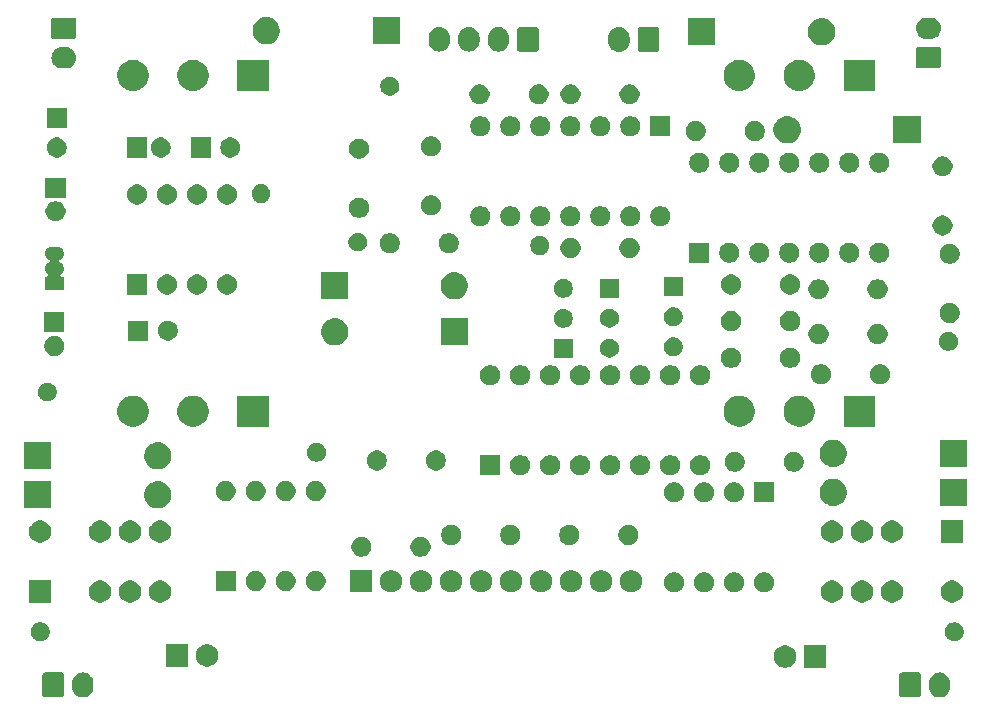
<source format=gbr>
G04 #@! TF.GenerationSoftware,KiCad,Pcbnew,(5.1.5-0-10_14)*
G04 #@! TF.CreationDate,2021-09-10T16:38:47+02:00*
G04 #@! TF.ProjectId,ms20verb,6d733230-7665-4726-922e-6b696361645f,rev?*
G04 #@! TF.SameCoordinates,Original*
G04 #@! TF.FileFunction,Soldermask,Top*
G04 #@! TF.FilePolarity,Negative*
%FSLAX46Y46*%
G04 Gerber Fmt 4.6, Leading zero omitted, Abs format (unit mm)*
G04 Created by KiCad (PCBNEW (5.1.5-0-10_14)) date 2021-09-10 16:38:47*
%MOMM*%
%LPD*%
G04 APERTURE LIST*
%ADD10C,0.100000*%
G04 APERTURE END LIST*
D10*
G36*
X65176626Y-130562037D02*
G01*
X65346465Y-130613557D01*
X65346467Y-130613558D01*
X65502989Y-130697221D01*
X65640186Y-130809814D01*
X65723448Y-130911271D01*
X65752778Y-130947009D01*
X65836443Y-131103534D01*
X65887963Y-131273373D01*
X65901000Y-131405742D01*
X65901000Y-131794257D01*
X65887963Y-131926626D01*
X65836443Y-132096466D01*
X65752778Y-132252991D01*
X65723448Y-132288729D01*
X65640186Y-132390186D01*
X65545250Y-132468097D01*
X65502991Y-132502778D01*
X65346466Y-132586443D01*
X65176627Y-132637963D01*
X65000000Y-132655359D01*
X64823374Y-132637963D01*
X64653535Y-132586443D01*
X64497010Y-132502778D01*
X64359815Y-132390185D01*
X64247222Y-132252991D01*
X64163557Y-132096466D01*
X64112037Y-131926627D01*
X64099000Y-131794258D01*
X64099000Y-131405743D01*
X64112037Y-131273374D01*
X64163557Y-131103535D01*
X64247222Y-130947010D01*
X64247223Y-130947009D01*
X64359814Y-130809814D01*
X64461271Y-130726552D01*
X64497009Y-130697222D01*
X64653534Y-130613557D01*
X64823373Y-130562037D01*
X65000000Y-130544641D01*
X65176626Y-130562037D01*
G37*
G36*
X137726626Y-130562037D02*
G01*
X137896465Y-130613557D01*
X137896467Y-130613558D01*
X138052989Y-130697221D01*
X138190186Y-130809814D01*
X138273448Y-130911271D01*
X138302778Y-130947009D01*
X138386443Y-131103534D01*
X138437963Y-131273373D01*
X138451000Y-131405742D01*
X138451000Y-131794257D01*
X138437963Y-131926626D01*
X138386443Y-132096466D01*
X138302778Y-132252991D01*
X138273448Y-132288729D01*
X138190186Y-132390186D01*
X138095250Y-132468097D01*
X138052991Y-132502778D01*
X137896466Y-132586443D01*
X137726627Y-132637963D01*
X137550000Y-132655359D01*
X137373374Y-132637963D01*
X137203535Y-132586443D01*
X137047010Y-132502778D01*
X136909815Y-132390185D01*
X136797222Y-132252991D01*
X136713557Y-132096466D01*
X136662037Y-131926627D01*
X136649000Y-131794258D01*
X136649000Y-131405743D01*
X136662037Y-131273374D01*
X136713557Y-131103535D01*
X136797222Y-130947010D01*
X136797223Y-130947009D01*
X136909814Y-130809814D01*
X137011271Y-130726552D01*
X137047009Y-130697222D01*
X137203534Y-130613557D01*
X137373373Y-130562037D01*
X137550000Y-130544641D01*
X137726626Y-130562037D01*
G37*
G36*
X135808600Y-130552989D02*
G01*
X135841652Y-130563015D01*
X135872103Y-130579292D01*
X135898799Y-130601201D01*
X135920708Y-130627897D01*
X135936985Y-130658348D01*
X135947011Y-130691400D01*
X135951000Y-130731903D01*
X135951000Y-132468097D01*
X135947011Y-132508600D01*
X135936985Y-132541652D01*
X135920708Y-132572103D01*
X135898799Y-132598799D01*
X135872103Y-132620708D01*
X135841652Y-132636985D01*
X135808600Y-132647011D01*
X135768097Y-132651000D01*
X134331903Y-132651000D01*
X134291400Y-132647011D01*
X134258348Y-132636985D01*
X134227897Y-132620708D01*
X134201201Y-132598799D01*
X134179292Y-132572103D01*
X134163015Y-132541652D01*
X134152989Y-132508600D01*
X134149000Y-132468097D01*
X134149000Y-130731903D01*
X134152989Y-130691400D01*
X134163015Y-130658348D01*
X134179292Y-130627897D01*
X134201201Y-130601201D01*
X134227897Y-130579292D01*
X134258348Y-130563015D01*
X134291400Y-130552989D01*
X134331903Y-130549000D01*
X135768097Y-130549000D01*
X135808600Y-130552989D01*
G37*
G36*
X63258600Y-130552989D02*
G01*
X63291652Y-130563015D01*
X63322103Y-130579292D01*
X63348799Y-130601201D01*
X63370708Y-130627897D01*
X63386985Y-130658348D01*
X63397011Y-130691400D01*
X63401000Y-130731903D01*
X63401000Y-132468097D01*
X63397011Y-132508600D01*
X63386985Y-132541652D01*
X63370708Y-132572103D01*
X63348799Y-132598799D01*
X63322103Y-132620708D01*
X63291652Y-132636985D01*
X63258600Y-132647011D01*
X63218097Y-132651000D01*
X61781903Y-132651000D01*
X61741400Y-132647011D01*
X61708348Y-132636985D01*
X61677897Y-132620708D01*
X61651201Y-132598799D01*
X61629292Y-132572103D01*
X61613015Y-132541652D01*
X61602989Y-132508600D01*
X61599000Y-132468097D01*
X61599000Y-130731903D01*
X61602989Y-130691400D01*
X61613015Y-130658348D01*
X61629292Y-130627897D01*
X61651201Y-130601201D01*
X61677897Y-130579292D01*
X61708348Y-130563015D01*
X61741400Y-130552989D01*
X61781903Y-130549000D01*
X63218097Y-130549000D01*
X63258600Y-130552989D01*
G37*
G36*
X127951000Y-130151000D02*
G01*
X126049000Y-130151000D01*
X126049000Y-128249000D01*
X127951000Y-128249000D01*
X127951000Y-130151000D01*
G37*
G36*
X124737395Y-128285546D02*
G01*
X124910466Y-128357234D01*
X124916566Y-128361310D01*
X125066227Y-128461310D01*
X125198690Y-128593773D01*
X125198691Y-128593775D01*
X125302766Y-128749534D01*
X125374454Y-128922605D01*
X125411000Y-129106333D01*
X125411000Y-129293667D01*
X125374454Y-129477395D01*
X125302766Y-129650466D01*
X125302765Y-129650467D01*
X125198690Y-129806227D01*
X125066227Y-129938690D01*
X124987818Y-129991081D01*
X124910466Y-130042766D01*
X124737395Y-130114454D01*
X124553667Y-130151000D01*
X124366333Y-130151000D01*
X124182605Y-130114454D01*
X124009534Y-130042766D01*
X123932182Y-129991081D01*
X123853773Y-129938690D01*
X123721310Y-129806227D01*
X123617235Y-129650467D01*
X123617234Y-129650466D01*
X123545546Y-129477395D01*
X123509000Y-129293667D01*
X123509000Y-129106333D01*
X123545546Y-128922605D01*
X123617234Y-128749534D01*
X123721309Y-128593775D01*
X123721310Y-128593773D01*
X123853773Y-128461310D01*
X124003434Y-128361310D01*
X124009534Y-128357234D01*
X124182605Y-128285546D01*
X124366333Y-128249000D01*
X124553667Y-128249000D01*
X124737395Y-128285546D01*
G37*
G36*
X75817395Y-128185546D02*
G01*
X75990466Y-128257234D01*
X75990467Y-128257235D01*
X76146227Y-128361310D01*
X76278690Y-128493773D01*
X76278691Y-128493775D01*
X76382766Y-128649534D01*
X76454454Y-128822605D01*
X76491000Y-129006333D01*
X76491000Y-129193667D01*
X76454454Y-129377395D01*
X76382766Y-129550466D01*
X76382765Y-129550467D01*
X76278690Y-129706227D01*
X76146227Y-129838690D01*
X76067818Y-129891081D01*
X75990466Y-129942766D01*
X75817395Y-130014454D01*
X75633667Y-130051000D01*
X75446333Y-130051000D01*
X75262605Y-130014454D01*
X75089534Y-129942766D01*
X75012182Y-129891081D01*
X74933773Y-129838690D01*
X74801310Y-129706227D01*
X74697235Y-129550467D01*
X74697234Y-129550466D01*
X74625546Y-129377395D01*
X74589000Y-129193667D01*
X74589000Y-129006333D01*
X74625546Y-128822605D01*
X74697234Y-128649534D01*
X74801309Y-128493775D01*
X74801310Y-128493773D01*
X74933773Y-128361310D01*
X75089533Y-128257235D01*
X75089534Y-128257234D01*
X75262605Y-128185546D01*
X75446333Y-128149000D01*
X75633667Y-128149000D01*
X75817395Y-128185546D01*
G37*
G36*
X73951000Y-130051000D02*
G01*
X72049000Y-130051000D01*
X72049000Y-128149000D01*
X73951000Y-128149000D01*
X73951000Y-130051000D01*
G37*
G36*
X139033642Y-126329781D02*
G01*
X139179414Y-126390162D01*
X139179416Y-126390163D01*
X139310608Y-126477822D01*
X139422178Y-126589392D01*
X139509837Y-126720584D01*
X139509838Y-126720586D01*
X139570219Y-126866358D01*
X139601000Y-127021107D01*
X139601000Y-127178893D01*
X139570219Y-127333642D01*
X139509838Y-127479414D01*
X139509837Y-127479416D01*
X139422178Y-127610608D01*
X139310608Y-127722178D01*
X139179416Y-127809837D01*
X139179415Y-127809838D01*
X139179414Y-127809838D01*
X139033642Y-127870219D01*
X138878893Y-127901000D01*
X138721107Y-127901000D01*
X138566358Y-127870219D01*
X138420586Y-127809838D01*
X138420585Y-127809838D01*
X138420584Y-127809837D01*
X138289392Y-127722178D01*
X138177822Y-127610608D01*
X138090163Y-127479416D01*
X138090162Y-127479414D01*
X138029781Y-127333642D01*
X137999000Y-127178893D01*
X137999000Y-127021107D01*
X138029781Y-126866358D01*
X138090162Y-126720586D01*
X138090163Y-126720584D01*
X138177822Y-126589392D01*
X138289392Y-126477822D01*
X138420584Y-126390163D01*
X138420586Y-126390162D01*
X138566358Y-126329781D01*
X138721107Y-126299000D01*
X138878893Y-126299000D01*
X139033642Y-126329781D01*
G37*
G36*
X61633642Y-126329781D02*
G01*
X61779414Y-126390162D01*
X61779416Y-126390163D01*
X61910608Y-126477822D01*
X62022178Y-126589392D01*
X62109837Y-126720584D01*
X62109838Y-126720586D01*
X62170219Y-126866358D01*
X62201000Y-127021107D01*
X62201000Y-127178893D01*
X62170219Y-127333642D01*
X62109838Y-127479414D01*
X62109837Y-127479416D01*
X62022178Y-127610608D01*
X61910608Y-127722178D01*
X61779416Y-127809837D01*
X61779415Y-127809838D01*
X61779414Y-127809838D01*
X61633642Y-127870219D01*
X61478893Y-127901000D01*
X61321107Y-127901000D01*
X61166358Y-127870219D01*
X61020586Y-127809838D01*
X61020585Y-127809838D01*
X61020584Y-127809837D01*
X60889392Y-127722178D01*
X60777822Y-127610608D01*
X60690163Y-127479416D01*
X60690162Y-127479414D01*
X60629781Y-127333642D01*
X60599000Y-127178893D01*
X60599000Y-127021107D01*
X60629781Y-126866358D01*
X60690162Y-126720586D01*
X60690163Y-126720584D01*
X60777822Y-126589392D01*
X60889392Y-126477822D01*
X61020584Y-126390163D01*
X61020586Y-126390162D01*
X61166358Y-126329781D01*
X61321107Y-126299000D01*
X61478893Y-126299000D01*
X61633642Y-126329781D01*
G37*
G36*
X128714187Y-122796123D02*
G01*
X128885255Y-122866982D01*
X128885257Y-122866983D01*
X128910449Y-122883816D01*
X129039214Y-122969854D01*
X129170146Y-123100786D01*
X129273018Y-123254745D01*
X129343877Y-123425813D01*
X129380000Y-123607417D01*
X129380000Y-123792583D01*
X129343877Y-123974187D01*
X129273018Y-124145255D01*
X129273017Y-124145257D01*
X129170145Y-124299215D01*
X129039215Y-124430145D01*
X128885257Y-124533017D01*
X128885256Y-124533018D01*
X128885255Y-124533018D01*
X128714187Y-124603877D01*
X128532583Y-124640000D01*
X128347417Y-124640000D01*
X128165813Y-124603877D01*
X127994745Y-124533018D01*
X127994744Y-124533018D01*
X127994743Y-124533017D01*
X127840785Y-124430145D01*
X127709855Y-124299215D01*
X127606983Y-124145257D01*
X127606982Y-124145255D01*
X127536123Y-123974187D01*
X127500000Y-123792583D01*
X127500000Y-123607417D01*
X127536123Y-123425813D01*
X127606982Y-123254745D01*
X127709854Y-123100786D01*
X127840786Y-122969854D01*
X127969551Y-122883816D01*
X127994743Y-122866983D01*
X127994745Y-122866982D01*
X128165813Y-122796123D01*
X128347417Y-122760000D01*
X128532583Y-122760000D01*
X128714187Y-122796123D01*
G37*
G36*
X69294187Y-122796123D02*
G01*
X69465255Y-122866982D01*
X69465257Y-122866983D01*
X69490449Y-122883816D01*
X69619214Y-122969854D01*
X69750146Y-123100786D01*
X69853018Y-123254745D01*
X69923877Y-123425813D01*
X69960000Y-123607417D01*
X69960000Y-123792583D01*
X69923877Y-123974187D01*
X69853018Y-124145255D01*
X69853017Y-124145257D01*
X69750145Y-124299215D01*
X69619215Y-124430145D01*
X69465257Y-124533017D01*
X69465256Y-124533018D01*
X69465255Y-124533018D01*
X69294187Y-124603877D01*
X69112583Y-124640000D01*
X68927417Y-124640000D01*
X68745813Y-124603877D01*
X68574745Y-124533018D01*
X68574744Y-124533018D01*
X68574743Y-124533017D01*
X68420785Y-124430145D01*
X68289855Y-124299215D01*
X68186983Y-124145257D01*
X68186982Y-124145255D01*
X68116123Y-123974187D01*
X68080000Y-123792583D01*
X68080000Y-123607417D01*
X68116123Y-123425813D01*
X68186982Y-123254745D01*
X68289854Y-123100786D01*
X68420786Y-122969854D01*
X68549551Y-122883816D01*
X68574743Y-122866983D01*
X68574745Y-122866982D01*
X68745813Y-122796123D01*
X68927417Y-122760000D01*
X69112583Y-122760000D01*
X69294187Y-122796123D01*
G37*
G36*
X62340000Y-124640000D02*
G01*
X60460000Y-124640000D01*
X60460000Y-122760000D01*
X62340000Y-122760000D01*
X62340000Y-124640000D01*
G37*
G36*
X138874187Y-122796123D02*
G01*
X139045255Y-122866982D01*
X139045257Y-122866983D01*
X139070449Y-122883816D01*
X139199214Y-122969854D01*
X139330146Y-123100786D01*
X139433018Y-123254745D01*
X139503877Y-123425813D01*
X139540000Y-123607417D01*
X139540000Y-123792583D01*
X139503877Y-123974187D01*
X139433018Y-124145255D01*
X139433017Y-124145257D01*
X139330145Y-124299215D01*
X139199215Y-124430145D01*
X139045257Y-124533017D01*
X139045256Y-124533018D01*
X139045255Y-124533018D01*
X138874187Y-124603877D01*
X138692583Y-124640000D01*
X138507417Y-124640000D01*
X138325813Y-124603877D01*
X138154745Y-124533018D01*
X138154744Y-124533018D01*
X138154743Y-124533017D01*
X138000785Y-124430145D01*
X137869855Y-124299215D01*
X137766983Y-124145257D01*
X137766982Y-124145255D01*
X137696123Y-123974187D01*
X137660000Y-123792583D01*
X137660000Y-123607417D01*
X137696123Y-123425813D01*
X137766982Y-123254745D01*
X137869854Y-123100786D01*
X138000786Y-122969854D01*
X138129551Y-122883816D01*
X138154743Y-122866983D01*
X138154745Y-122866982D01*
X138325813Y-122796123D01*
X138507417Y-122760000D01*
X138692583Y-122760000D01*
X138874187Y-122796123D01*
G37*
G36*
X133794187Y-122796123D02*
G01*
X133965255Y-122866982D01*
X133965257Y-122866983D01*
X133990449Y-122883816D01*
X134119214Y-122969854D01*
X134250146Y-123100786D01*
X134353018Y-123254745D01*
X134423877Y-123425813D01*
X134460000Y-123607417D01*
X134460000Y-123792583D01*
X134423877Y-123974187D01*
X134353018Y-124145255D01*
X134353017Y-124145257D01*
X134250145Y-124299215D01*
X134119215Y-124430145D01*
X133965257Y-124533017D01*
X133965256Y-124533018D01*
X133965255Y-124533018D01*
X133794187Y-124603877D01*
X133612583Y-124640000D01*
X133427417Y-124640000D01*
X133245813Y-124603877D01*
X133074745Y-124533018D01*
X133074744Y-124533018D01*
X133074743Y-124533017D01*
X132920785Y-124430145D01*
X132789855Y-124299215D01*
X132686983Y-124145257D01*
X132686982Y-124145255D01*
X132616123Y-123974187D01*
X132580000Y-123792583D01*
X132580000Y-123607417D01*
X132616123Y-123425813D01*
X132686982Y-123254745D01*
X132789854Y-123100786D01*
X132920786Y-122969854D01*
X133049551Y-122883816D01*
X133074743Y-122866983D01*
X133074745Y-122866982D01*
X133245813Y-122796123D01*
X133427417Y-122760000D01*
X133612583Y-122760000D01*
X133794187Y-122796123D01*
G37*
G36*
X66754187Y-122796123D02*
G01*
X66925255Y-122866982D01*
X66925257Y-122866983D01*
X66950449Y-122883816D01*
X67079214Y-122969854D01*
X67210146Y-123100786D01*
X67313018Y-123254745D01*
X67383877Y-123425813D01*
X67420000Y-123607417D01*
X67420000Y-123792583D01*
X67383877Y-123974187D01*
X67313018Y-124145255D01*
X67313017Y-124145257D01*
X67210145Y-124299215D01*
X67079215Y-124430145D01*
X66925257Y-124533017D01*
X66925256Y-124533018D01*
X66925255Y-124533018D01*
X66754187Y-124603877D01*
X66572583Y-124640000D01*
X66387417Y-124640000D01*
X66205813Y-124603877D01*
X66034745Y-124533018D01*
X66034744Y-124533018D01*
X66034743Y-124533017D01*
X65880785Y-124430145D01*
X65749855Y-124299215D01*
X65646983Y-124145257D01*
X65646982Y-124145255D01*
X65576123Y-123974187D01*
X65540000Y-123792583D01*
X65540000Y-123607417D01*
X65576123Y-123425813D01*
X65646982Y-123254745D01*
X65749854Y-123100786D01*
X65880786Y-122969854D01*
X66009551Y-122883816D01*
X66034743Y-122866983D01*
X66034745Y-122866982D01*
X66205813Y-122796123D01*
X66387417Y-122760000D01*
X66572583Y-122760000D01*
X66754187Y-122796123D01*
G37*
G36*
X71834187Y-122796123D02*
G01*
X72005255Y-122866982D01*
X72005257Y-122866983D01*
X72030449Y-122883816D01*
X72159214Y-122969854D01*
X72290146Y-123100786D01*
X72393018Y-123254745D01*
X72463877Y-123425813D01*
X72500000Y-123607417D01*
X72500000Y-123792583D01*
X72463877Y-123974187D01*
X72393018Y-124145255D01*
X72393017Y-124145257D01*
X72290145Y-124299215D01*
X72159215Y-124430145D01*
X72005257Y-124533017D01*
X72005256Y-124533018D01*
X72005255Y-124533018D01*
X71834187Y-124603877D01*
X71652583Y-124640000D01*
X71467417Y-124640000D01*
X71285813Y-124603877D01*
X71114745Y-124533018D01*
X71114744Y-124533018D01*
X71114743Y-124533017D01*
X70960785Y-124430145D01*
X70829855Y-124299215D01*
X70726983Y-124145257D01*
X70726982Y-124145255D01*
X70656123Y-123974187D01*
X70620000Y-123792583D01*
X70620000Y-123607417D01*
X70656123Y-123425813D01*
X70726982Y-123254745D01*
X70829854Y-123100786D01*
X70960786Y-122969854D01*
X71089551Y-122883816D01*
X71114743Y-122866983D01*
X71114745Y-122866982D01*
X71285813Y-122796123D01*
X71467417Y-122760000D01*
X71652583Y-122760000D01*
X71834187Y-122796123D01*
G37*
G36*
X131254187Y-122796123D02*
G01*
X131425255Y-122866982D01*
X131425257Y-122866983D01*
X131450449Y-122883816D01*
X131579214Y-122969854D01*
X131710146Y-123100786D01*
X131813018Y-123254745D01*
X131883877Y-123425813D01*
X131920000Y-123607417D01*
X131920000Y-123792583D01*
X131883877Y-123974187D01*
X131813018Y-124145255D01*
X131813017Y-124145257D01*
X131710145Y-124299215D01*
X131579215Y-124430145D01*
X131425257Y-124533017D01*
X131425256Y-124533018D01*
X131425255Y-124533018D01*
X131254187Y-124603877D01*
X131072583Y-124640000D01*
X130887417Y-124640000D01*
X130705813Y-124603877D01*
X130534745Y-124533018D01*
X130534744Y-124533018D01*
X130534743Y-124533017D01*
X130380785Y-124430145D01*
X130249855Y-124299215D01*
X130146983Y-124145257D01*
X130146982Y-124145255D01*
X130076123Y-123974187D01*
X130040000Y-123792583D01*
X130040000Y-123607417D01*
X130076123Y-123425813D01*
X130146982Y-123254745D01*
X130249854Y-123100786D01*
X130380786Y-122969854D01*
X130509551Y-122883816D01*
X130534743Y-122866983D01*
X130534745Y-122866982D01*
X130705813Y-122796123D01*
X130887417Y-122760000D01*
X131072583Y-122760000D01*
X131254187Y-122796123D01*
G37*
G36*
X115328228Y-122101703D02*
G01*
X115483100Y-122165853D01*
X115622481Y-122258985D01*
X115741015Y-122377519D01*
X115834147Y-122516900D01*
X115898297Y-122671772D01*
X115931000Y-122836184D01*
X115931000Y-123003816D01*
X115898297Y-123168228D01*
X115834147Y-123323100D01*
X115741015Y-123462481D01*
X115622481Y-123581015D01*
X115483100Y-123674147D01*
X115328228Y-123738297D01*
X115163816Y-123771000D01*
X114996184Y-123771000D01*
X114831772Y-123738297D01*
X114676900Y-123674147D01*
X114537519Y-123581015D01*
X114418985Y-123462481D01*
X114325853Y-123323100D01*
X114261703Y-123168228D01*
X114229000Y-123003816D01*
X114229000Y-122836184D01*
X114261703Y-122671772D01*
X114325853Y-122516900D01*
X114418985Y-122377519D01*
X114537519Y-122258985D01*
X114676900Y-122165853D01*
X114831772Y-122101703D01*
X114996184Y-122069000D01*
X115163816Y-122069000D01*
X115328228Y-122101703D01*
G37*
G36*
X120408228Y-122101703D02*
G01*
X120563100Y-122165853D01*
X120702481Y-122258985D01*
X120821015Y-122377519D01*
X120914147Y-122516900D01*
X120978297Y-122671772D01*
X121011000Y-122836184D01*
X121011000Y-123003816D01*
X120978297Y-123168228D01*
X120914147Y-123323100D01*
X120821015Y-123462481D01*
X120702481Y-123581015D01*
X120563100Y-123674147D01*
X120408228Y-123738297D01*
X120243816Y-123771000D01*
X120076184Y-123771000D01*
X119911772Y-123738297D01*
X119756900Y-123674147D01*
X119617519Y-123581015D01*
X119498985Y-123462481D01*
X119405853Y-123323100D01*
X119341703Y-123168228D01*
X119309000Y-123003816D01*
X119309000Y-122836184D01*
X119341703Y-122671772D01*
X119405853Y-122516900D01*
X119498985Y-122377519D01*
X119617519Y-122258985D01*
X119756900Y-122165853D01*
X119911772Y-122101703D01*
X120076184Y-122069000D01*
X120243816Y-122069000D01*
X120408228Y-122101703D01*
G37*
G36*
X117868228Y-122101703D02*
G01*
X118023100Y-122165853D01*
X118162481Y-122258985D01*
X118281015Y-122377519D01*
X118374147Y-122516900D01*
X118438297Y-122671772D01*
X118471000Y-122836184D01*
X118471000Y-123003816D01*
X118438297Y-123168228D01*
X118374147Y-123323100D01*
X118281015Y-123462481D01*
X118162481Y-123581015D01*
X118023100Y-123674147D01*
X117868228Y-123738297D01*
X117703816Y-123771000D01*
X117536184Y-123771000D01*
X117371772Y-123738297D01*
X117216900Y-123674147D01*
X117077519Y-123581015D01*
X116958985Y-123462481D01*
X116865853Y-123323100D01*
X116801703Y-123168228D01*
X116769000Y-123003816D01*
X116769000Y-122836184D01*
X116801703Y-122671772D01*
X116865853Y-122516900D01*
X116958985Y-122377519D01*
X117077519Y-122258985D01*
X117216900Y-122165853D01*
X117371772Y-122101703D01*
X117536184Y-122069000D01*
X117703816Y-122069000D01*
X117868228Y-122101703D01*
G37*
G36*
X122948228Y-122101703D02*
G01*
X123103100Y-122165853D01*
X123242481Y-122258985D01*
X123361015Y-122377519D01*
X123454147Y-122516900D01*
X123518297Y-122671772D01*
X123551000Y-122836184D01*
X123551000Y-123003816D01*
X123518297Y-123168228D01*
X123454147Y-123323100D01*
X123361015Y-123462481D01*
X123242481Y-123581015D01*
X123103100Y-123674147D01*
X122948228Y-123738297D01*
X122783816Y-123771000D01*
X122616184Y-123771000D01*
X122451772Y-123738297D01*
X122296900Y-123674147D01*
X122157519Y-123581015D01*
X122038985Y-123462481D01*
X121945853Y-123323100D01*
X121881703Y-123168228D01*
X121849000Y-123003816D01*
X121849000Y-122836184D01*
X121881703Y-122671772D01*
X121945853Y-122516900D01*
X122038985Y-122377519D01*
X122157519Y-122258985D01*
X122296900Y-122165853D01*
X122451772Y-122101703D01*
X122616184Y-122069000D01*
X122783816Y-122069000D01*
X122948228Y-122101703D01*
G37*
G36*
X93924187Y-121921123D02*
G01*
X94070439Y-121981703D01*
X94095257Y-121991983D01*
X94172758Y-122043768D01*
X94210521Y-122069000D01*
X94249215Y-122094855D01*
X94380145Y-122225785D01*
X94481532Y-122377520D01*
X94483018Y-122379745D01*
X94553877Y-122550813D01*
X94590000Y-122732417D01*
X94590000Y-122917583D01*
X94553877Y-123099187D01*
X94489443Y-123254743D01*
X94483017Y-123270257D01*
X94380145Y-123424215D01*
X94249215Y-123555145D01*
X94095257Y-123658017D01*
X94095256Y-123658018D01*
X94095255Y-123658018D01*
X93924187Y-123728877D01*
X93742583Y-123765000D01*
X93557417Y-123765000D01*
X93375813Y-123728877D01*
X93204745Y-123658018D01*
X93204744Y-123658018D01*
X93204743Y-123658017D01*
X93050785Y-123555145D01*
X92919855Y-123424215D01*
X92816983Y-123270257D01*
X92810557Y-123254743D01*
X92746123Y-123099187D01*
X92710000Y-122917583D01*
X92710000Y-122732417D01*
X92746123Y-122550813D01*
X92816982Y-122379745D01*
X92818469Y-122377520D01*
X92919855Y-122225785D01*
X93050785Y-122094855D01*
X93089480Y-122069000D01*
X93127242Y-122043768D01*
X93204743Y-121991983D01*
X93229561Y-121981703D01*
X93375813Y-121921123D01*
X93557417Y-121885000D01*
X93742583Y-121885000D01*
X93924187Y-121921123D01*
G37*
G36*
X96464187Y-121921123D02*
G01*
X96610439Y-121981703D01*
X96635257Y-121991983D01*
X96712758Y-122043768D01*
X96750521Y-122069000D01*
X96789215Y-122094855D01*
X96920145Y-122225785D01*
X97021532Y-122377520D01*
X97023018Y-122379745D01*
X97093877Y-122550813D01*
X97130000Y-122732417D01*
X97130000Y-122917583D01*
X97093877Y-123099187D01*
X97029443Y-123254743D01*
X97023017Y-123270257D01*
X96920145Y-123424215D01*
X96789215Y-123555145D01*
X96635257Y-123658017D01*
X96635256Y-123658018D01*
X96635255Y-123658018D01*
X96464187Y-123728877D01*
X96282583Y-123765000D01*
X96097417Y-123765000D01*
X95915813Y-123728877D01*
X95744745Y-123658018D01*
X95744744Y-123658018D01*
X95744743Y-123658017D01*
X95590785Y-123555145D01*
X95459855Y-123424215D01*
X95356983Y-123270257D01*
X95350557Y-123254743D01*
X95286123Y-123099187D01*
X95250000Y-122917583D01*
X95250000Y-122732417D01*
X95286123Y-122550813D01*
X95356982Y-122379745D01*
X95358469Y-122377520D01*
X95459855Y-122225785D01*
X95590785Y-122094855D01*
X95629480Y-122069000D01*
X95667242Y-122043768D01*
X95744743Y-121991983D01*
X95769561Y-121981703D01*
X95915813Y-121921123D01*
X96097417Y-121885000D01*
X96282583Y-121885000D01*
X96464187Y-121921123D01*
G37*
G36*
X91384187Y-121921123D02*
G01*
X91530439Y-121981703D01*
X91555257Y-121991983D01*
X91632758Y-122043768D01*
X91670521Y-122069000D01*
X91709215Y-122094855D01*
X91840145Y-122225785D01*
X91941532Y-122377520D01*
X91943018Y-122379745D01*
X92013877Y-122550813D01*
X92050000Y-122732417D01*
X92050000Y-122917583D01*
X92013877Y-123099187D01*
X91949443Y-123254743D01*
X91943017Y-123270257D01*
X91840145Y-123424215D01*
X91709215Y-123555145D01*
X91555257Y-123658017D01*
X91555256Y-123658018D01*
X91555255Y-123658018D01*
X91384187Y-123728877D01*
X91202583Y-123765000D01*
X91017417Y-123765000D01*
X90835813Y-123728877D01*
X90664745Y-123658018D01*
X90664744Y-123658018D01*
X90664743Y-123658017D01*
X90510785Y-123555145D01*
X90379855Y-123424215D01*
X90276983Y-123270257D01*
X90270557Y-123254743D01*
X90206123Y-123099187D01*
X90170000Y-122917583D01*
X90170000Y-122732417D01*
X90206123Y-122550813D01*
X90276982Y-122379745D01*
X90278469Y-122377520D01*
X90379855Y-122225785D01*
X90510785Y-122094855D01*
X90549480Y-122069000D01*
X90587242Y-122043768D01*
X90664743Y-121991983D01*
X90689561Y-121981703D01*
X90835813Y-121921123D01*
X91017417Y-121885000D01*
X91202583Y-121885000D01*
X91384187Y-121921123D01*
G37*
G36*
X99004187Y-121921123D02*
G01*
X99150439Y-121981703D01*
X99175257Y-121991983D01*
X99252758Y-122043768D01*
X99290521Y-122069000D01*
X99329215Y-122094855D01*
X99460145Y-122225785D01*
X99561532Y-122377520D01*
X99563018Y-122379745D01*
X99633877Y-122550813D01*
X99670000Y-122732417D01*
X99670000Y-122917583D01*
X99633877Y-123099187D01*
X99569443Y-123254743D01*
X99563017Y-123270257D01*
X99460145Y-123424215D01*
X99329215Y-123555145D01*
X99175257Y-123658017D01*
X99175256Y-123658018D01*
X99175255Y-123658018D01*
X99004187Y-123728877D01*
X98822583Y-123765000D01*
X98637417Y-123765000D01*
X98455813Y-123728877D01*
X98284745Y-123658018D01*
X98284744Y-123658018D01*
X98284743Y-123658017D01*
X98130785Y-123555145D01*
X97999855Y-123424215D01*
X97896983Y-123270257D01*
X97890557Y-123254743D01*
X97826123Y-123099187D01*
X97790000Y-122917583D01*
X97790000Y-122732417D01*
X97826123Y-122550813D01*
X97896982Y-122379745D01*
X97898469Y-122377520D01*
X97999855Y-122225785D01*
X98130785Y-122094855D01*
X98169480Y-122069000D01*
X98207242Y-122043768D01*
X98284743Y-121991983D01*
X98309561Y-121981703D01*
X98455813Y-121921123D01*
X98637417Y-121885000D01*
X98822583Y-121885000D01*
X99004187Y-121921123D01*
G37*
G36*
X111704187Y-121921123D02*
G01*
X111850439Y-121981703D01*
X111875257Y-121991983D01*
X111952758Y-122043768D01*
X111990521Y-122069000D01*
X112029215Y-122094855D01*
X112160145Y-122225785D01*
X112261532Y-122377520D01*
X112263018Y-122379745D01*
X112333877Y-122550813D01*
X112370000Y-122732417D01*
X112370000Y-122917583D01*
X112333877Y-123099187D01*
X112269443Y-123254743D01*
X112263017Y-123270257D01*
X112160145Y-123424215D01*
X112029215Y-123555145D01*
X111875257Y-123658017D01*
X111875256Y-123658018D01*
X111875255Y-123658018D01*
X111704187Y-123728877D01*
X111522583Y-123765000D01*
X111337417Y-123765000D01*
X111155813Y-123728877D01*
X110984745Y-123658018D01*
X110984744Y-123658018D01*
X110984743Y-123658017D01*
X110830785Y-123555145D01*
X110699855Y-123424215D01*
X110596983Y-123270257D01*
X110590557Y-123254743D01*
X110526123Y-123099187D01*
X110490000Y-122917583D01*
X110490000Y-122732417D01*
X110526123Y-122550813D01*
X110596982Y-122379745D01*
X110598469Y-122377520D01*
X110699855Y-122225785D01*
X110830785Y-122094855D01*
X110869480Y-122069000D01*
X110907242Y-122043768D01*
X110984743Y-121991983D01*
X111009561Y-121981703D01*
X111155813Y-121921123D01*
X111337417Y-121885000D01*
X111522583Y-121885000D01*
X111704187Y-121921123D01*
G37*
G36*
X101544187Y-121921123D02*
G01*
X101690439Y-121981703D01*
X101715257Y-121991983D01*
X101792758Y-122043768D01*
X101830521Y-122069000D01*
X101869215Y-122094855D01*
X102000145Y-122225785D01*
X102101532Y-122377520D01*
X102103018Y-122379745D01*
X102173877Y-122550813D01*
X102210000Y-122732417D01*
X102210000Y-122917583D01*
X102173877Y-123099187D01*
X102109443Y-123254743D01*
X102103017Y-123270257D01*
X102000145Y-123424215D01*
X101869215Y-123555145D01*
X101715257Y-123658017D01*
X101715256Y-123658018D01*
X101715255Y-123658018D01*
X101544187Y-123728877D01*
X101362583Y-123765000D01*
X101177417Y-123765000D01*
X100995813Y-123728877D01*
X100824745Y-123658018D01*
X100824744Y-123658018D01*
X100824743Y-123658017D01*
X100670785Y-123555145D01*
X100539855Y-123424215D01*
X100436983Y-123270257D01*
X100430557Y-123254743D01*
X100366123Y-123099187D01*
X100330000Y-122917583D01*
X100330000Y-122732417D01*
X100366123Y-122550813D01*
X100436982Y-122379745D01*
X100438469Y-122377520D01*
X100539855Y-122225785D01*
X100670785Y-122094855D01*
X100709480Y-122069000D01*
X100747242Y-122043768D01*
X100824743Y-121991983D01*
X100849561Y-121981703D01*
X100995813Y-121921123D01*
X101177417Y-121885000D01*
X101362583Y-121885000D01*
X101544187Y-121921123D01*
G37*
G36*
X104084187Y-121921123D02*
G01*
X104230439Y-121981703D01*
X104255257Y-121991983D01*
X104332758Y-122043768D01*
X104370521Y-122069000D01*
X104409215Y-122094855D01*
X104540145Y-122225785D01*
X104641532Y-122377520D01*
X104643018Y-122379745D01*
X104713877Y-122550813D01*
X104750000Y-122732417D01*
X104750000Y-122917583D01*
X104713877Y-123099187D01*
X104649443Y-123254743D01*
X104643017Y-123270257D01*
X104540145Y-123424215D01*
X104409215Y-123555145D01*
X104255257Y-123658017D01*
X104255256Y-123658018D01*
X104255255Y-123658018D01*
X104084187Y-123728877D01*
X103902583Y-123765000D01*
X103717417Y-123765000D01*
X103535813Y-123728877D01*
X103364745Y-123658018D01*
X103364744Y-123658018D01*
X103364743Y-123658017D01*
X103210785Y-123555145D01*
X103079855Y-123424215D01*
X102976983Y-123270257D01*
X102970557Y-123254743D01*
X102906123Y-123099187D01*
X102870000Y-122917583D01*
X102870000Y-122732417D01*
X102906123Y-122550813D01*
X102976982Y-122379745D01*
X102978469Y-122377520D01*
X103079855Y-122225785D01*
X103210785Y-122094855D01*
X103249480Y-122069000D01*
X103287242Y-122043768D01*
X103364743Y-121991983D01*
X103389561Y-121981703D01*
X103535813Y-121921123D01*
X103717417Y-121885000D01*
X103902583Y-121885000D01*
X104084187Y-121921123D01*
G37*
G36*
X109164187Y-121921123D02*
G01*
X109310439Y-121981703D01*
X109335257Y-121991983D01*
X109412758Y-122043768D01*
X109450521Y-122069000D01*
X109489215Y-122094855D01*
X109620145Y-122225785D01*
X109721532Y-122377520D01*
X109723018Y-122379745D01*
X109793877Y-122550813D01*
X109830000Y-122732417D01*
X109830000Y-122917583D01*
X109793877Y-123099187D01*
X109729443Y-123254743D01*
X109723017Y-123270257D01*
X109620145Y-123424215D01*
X109489215Y-123555145D01*
X109335257Y-123658017D01*
X109335256Y-123658018D01*
X109335255Y-123658018D01*
X109164187Y-123728877D01*
X108982583Y-123765000D01*
X108797417Y-123765000D01*
X108615813Y-123728877D01*
X108444745Y-123658018D01*
X108444744Y-123658018D01*
X108444743Y-123658017D01*
X108290785Y-123555145D01*
X108159855Y-123424215D01*
X108056983Y-123270257D01*
X108050557Y-123254743D01*
X107986123Y-123099187D01*
X107950000Y-122917583D01*
X107950000Y-122732417D01*
X107986123Y-122550813D01*
X108056982Y-122379745D01*
X108058469Y-122377520D01*
X108159855Y-122225785D01*
X108290785Y-122094855D01*
X108329480Y-122069000D01*
X108367242Y-122043768D01*
X108444743Y-121991983D01*
X108469561Y-121981703D01*
X108615813Y-121921123D01*
X108797417Y-121885000D01*
X108982583Y-121885000D01*
X109164187Y-121921123D01*
G37*
G36*
X89510000Y-123765000D02*
G01*
X87630000Y-123765000D01*
X87630000Y-121885000D01*
X89510000Y-121885000D01*
X89510000Y-123765000D01*
G37*
G36*
X106624187Y-121921123D02*
G01*
X106770439Y-121981703D01*
X106795257Y-121991983D01*
X106872758Y-122043768D01*
X106910521Y-122069000D01*
X106949215Y-122094855D01*
X107080145Y-122225785D01*
X107181532Y-122377520D01*
X107183018Y-122379745D01*
X107253877Y-122550813D01*
X107290000Y-122732417D01*
X107290000Y-122917583D01*
X107253877Y-123099187D01*
X107189443Y-123254743D01*
X107183017Y-123270257D01*
X107080145Y-123424215D01*
X106949215Y-123555145D01*
X106795257Y-123658017D01*
X106795256Y-123658018D01*
X106795255Y-123658018D01*
X106624187Y-123728877D01*
X106442583Y-123765000D01*
X106257417Y-123765000D01*
X106075813Y-123728877D01*
X105904745Y-123658018D01*
X105904744Y-123658018D01*
X105904743Y-123658017D01*
X105750785Y-123555145D01*
X105619855Y-123424215D01*
X105516983Y-123270257D01*
X105510557Y-123254743D01*
X105446123Y-123099187D01*
X105410000Y-122917583D01*
X105410000Y-122732417D01*
X105446123Y-122550813D01*
X105516982Y-122379745D01*
X105518469Y-122377520D01*
X105619855Y-122225785D01*
X105750785Y-122094855D01*
X105789480Y-122069000D01*
X105827242Y-122043768D01*
X105904743Y-121991983D01*
X105929561Y-121981703D01*
X106075813Y-121921123D01*
X106257417Y-121885000D01*
X106442583Y-121885000D01*
X106624187Y-121921123D01*
G37*
G36*
X84968228Y-121981703D02*
G01*
X85123100Y-122045853D01*
X85262481Y-122138985D01*
X85381015Y-122257519D01*
X85474147Y-122396900D01*
X85538297Y-122551772D01*
X85571000Y-122716184D01*
X85571000Y-122883816D01*
X85538297Y-123048228D01*
X85474147Y-123203100D01*
X85381015Y-123342481D01*
X85262481Y-123461015D01*
X85123100Y-123554147D01*
X84968228Y-123618297D01*
X84803816Y-123651000D01*
X84636184Y-123651000D01*
X84471772Y-123618297D01*
X84316900Y-123554147D01*
X84177519Y-123461015D01*
X84058985Y-123342481D01*
X83965853Y-123203100D01*
X83901703Y-123048228D01*
X83869000Y-122883816D01*
X83869000Y-122716184D01*
X83901703Y-122551772D01*
X83965853Y-122396900D01*
X84058985Y-122257519D01*
X84177519Y-122138985D01*
X84316900Y-122045853D01*
X84471772Y-121981703D01*
X84636184Y-121949000D01*
X84803816Y-121949000D01*
X84968228Y-121981703D01*
G37*
G36*
X82428228Y-121981703D02*
G01*
X82583100Y-122045853D01*
X82722481Y-122138985D01*
X82841015Y-122257519D01*
X82934147Y-122396900D01*
X82998297Y-122551772D01*
X83031000Y-122716184D01*
X83031000Y-122883816D01*
X82998297Y-123048228D01*
X82934147Y-123203100D01*
X82841015Y-123342481D01*
X82722481Y-123461015D01*
X82583100Y-123554147D01*
X82428228Y-123618297D01*
X82263816Y-123651000D01*
X82096184Y-123651000D01*
X81931772Y-123618297D01*
X81776900Y-123554147D01*
X81637519Y-123461015D01*
X81518985Y-123342481D01*
X81425853Y-123203100D01*
X81361703Y-123048228D01*
X81329000Y-122883816D01*
X81329000Y-122716184D01*
X81361703Y-122551772D01*
X81425853Y-122396900D01*
X81518985Y-122257519D01*
X81637519Y-122138985D01*
X81776900Y-122045853D01*
X81931772Y-121981703D01*
X82096184Y-121949000D01*
X82263816Y-121949000D01*
X82428228Y-121981703D01*
G37*
G36*
X79888228Y-121981703D02*
G01*
X80043100Y-122045853D01*
X80182481Y-122138985D01*
X80301015Y-122257519D01*
X80394147Y-122396900D01*
X80458297Y-122551772D01*
X80491000Y-122716184D01*
X80491000Y-122883816D01*
X80458297Y-123048228D01*
X80394147Y-123203100D01*
X80301015Y-123342481D01*
X80182481Y-123461015D01*
X80043100Y-123554147D01*
X79888228Y-123618297D01*
X79723816Y-123651000D01*
X79556184Y-123651000D01*
X79391772Y-123618297D01*
X79236900Y-123554147D01*
X79097519Y-123461015D01*
X78978985Y-123342481D01*
X78885853Y-123203100D01*
X78821703Y-123048228D01*
X78789000Y-122883816D01*
X78789000Y-122716184D01*
X78821703Y-122551772D01*
X78885853Y-122396900D01*
X78978985Y-122257519D01*
X79097519Y-122138985D01*
X79236900Y-122045853D01*
X79391772Y-121981703D01*
X79556184Y-121949000D01*
X79723816Y-121949000D01*
X79888228Y-121981703D01*
G37*
G36*
X77951000Y-123651000D02*
G01*
X76249000Y-123651000D01*
X76249000Y-121949000D01*
X77951000Y-121949000D01*
X77951000Y-123651000D01*
G37*
G36*
X88848228Y-119081703D02*
G01*
X89003100Y-119145853D01*
X89142481Y-119238985D01*
X89261015Y-119357519D01*
X89354147Y-119496900D01*
X89418297Y-119651772D01*
X89451000Y-119816184D01*
X89451000Y-119983816D01*
X89418297Y-120148228D01*
X89354147Y-120303100D01*
X89261015Y-120442481D01*
X89142481Y-120561015D01*
X89003100Y-120654147D01*
X88848228Y-120718297D01*
X88683816Y-120751000D01*
X88516184Y-120751000D01*
X88351772Y-120718297D01*
X88196900Y-120654147D01*
X88057519Y-120561015D01*
X87938985Y-120442481D01*
X87845853Y-120303100D01*
X87781703Y-120148228D01*
X87749000Y-119983816D01*
X87749000Y-119816184D01*
X87781703Y-119651772D01*
X87845853Y-119496900D01*
X87938985Y-119357519D01*
X88057519Y-119238985D01*
X88196900Y-119145853D01*
X88351772Y-119081703D01*
X88516184Y-119049000D01*
X88683816Y-119049000D01*
X88848228Y-119081703D01*
G37*
G36*
X93848228Y-119081703D02*
G01*
X94003100Y-119145853D01*
X94142481Y-119238985D01*
X94261015Y-119357519D01*
X94354147Y-119496900D01*
X94418297Y-119651772D01*
X94451000Y-119816184D01*
X94451000Y-119983816D01*
X94418297Y-120148228D01*
X94354147Y-120303100D01*
X94261015Y-120442481D01*
X94142481Y-120561015D01*
X94003100Y-120654147D01*
X93848228Y-120718297D01*
X93683816Y-120751000D01*
X93516184Y-120751000D01*
X93351772Y-120718297D01*
X93196900Y-120654147D01*
X93057519Y-120561015D01*
X92938985Y-120442481D01*
X92845853Y-120303100D01*
X92781703Y-120148228D01*
X92749000Y-119983816D01*
X92749000Y-119816184D01*
X92781703Y-119651772D01*
X92845853Y-119496900D01*
X92938985Y-119357519D01*
X93057519Y-119238985D01*
X93196900Y-119145853D01*
X93351772Y-119081703D01*
X93516184Y-119049000D01*
X93683816Y-119049000D01*
X93848228Y-119081703D01*
G37*
G36*
X101448228Y-118081703D02*
G01*
X101603100Y-118145853D01*
X101742481Y-118238985D01*
X101861015Y-118357519D01*
X101954147Y-118496900D01*
X102018297Y-118651772D01*
X102051000Y-118816184D01*
X102051000Y-118983816D01*
X102018297Y-119148228D01*
X101954147Y-119303100D01*
X101861015Y-119442481D01*
X101742481Y-119561015D01*
X101603100Y-119654147D01*
X101448228Y-119718297D01*
X101283816Y-119751000D01*
X101116184Y-119751000D01*
X100951772Y-119718297D01*
X100796900Y-119654147D01*
X100657519Y-119561015D01*
X100538985Y-119442481D01*
X100445853Y-119303100D01*
X100381703Y-119148228D01*
X100349000Y-118983816D01*
X100349000Y-118816184D01*
X100381703Y-118651772D01*
X100445853Y-118496900D01*
X100538985Y-118357519D01*
X100657519Y-118238985D01*
X100796900Y-118145853D01*
X100951772Y-118081703D01*
X101116184Y-118049000D01*
X101283816Y-118049000D01*
X101448228Y-118081703D01*
G37*
G36*
X111448228Y-118081703D02*
G01*
X111603100Y-118145853D01*
X111742481Y-118238985D01*
X111861015Y-118357519D01*
X111954147Y-118496900D01*
X112018297Y-118651772D01*
X112051000Y-118816184D01*
X112051000Y-118983816D01*
X112018297Y-119148228D01*
X111954147Y-119303100D01*
X111861015Y-119442481D01*
X111742481Y-119561015D01*
X111603100Y-119654147D01*
X111448228Y-119718297D01*
X111283816Y-119751000D01*
X111116184Y-119751000D01*
X110951772Y-119718297D01*
X110796900Y-119654147D01*
X110657519Y-119561015D01*
X110538985Y-119442481D01*
X110445853Y-119303100D01*
X110381703Y-119148228D01*
X110349000Y-118983816D01*
X110349000Y-118816184D01*
X110381703Y-118651772D01*
X110445853Y-118496900D01*
X110538985Y-118357519D01*
X110657519Y-118238985D01*
X110796900Y-118145853D01*
X110951772Y-118081703D01*
X111116184Y-118049000D01*
X111283816Y-118049000D01*
X111448228Y-118081703D01*
G37*
G36*
X106448228Y-118081703D02*
G01*
X106603100Y-118145853D01*
X106742481Y-118238985D01*
X106861015Y-118357519D01*
X106954147Y-118496900D01*
X107018297Y-118651772D01*
X107051000Y-118816184D01*
X107051000Y-118983816D01*
X107018297Y-119148228D01*
X106954147Y-119303100D01*
X106861015Y-119442481D01*
X106742481Y-119561015D01*
X106603100Y-119654147D01*
X106448228Y-119718297D01*
X106283816Y-119751000D01*
X106116184Y-119751000D01*
X105951772Y-119718297D01*
X105796900Y-119654147D01*
X105657519Y-119561015D01*
X105538985Y-119442481D01*
X105445853Y-119303100D01*
X105381703Y-119148228D01*
X105349000Y-118983816D01*
X105349000Y-118816184D01*
X105381703Y-118651772D01*
X105445853Y-118496900D01*
X105538985Y-118357519D01*
X105657519Y-118238985D01*
X105796900Y-118145853D01*
X105951772Y-118081703D01*
X106116184Y-118049000D01*
X106283816Y-118049000D01*
X106448228Y-118081703D01*
G37*
G36*
X96448228Y-118081703D02*
G01*
X96603100Y-118145853D01*
X96742481Y-118238985D01*
X96861015Y-118357519D01*
X96954147Y-118496900D01*
X97018297Y-118651772D01*
X97051000Y-118816184D01*
X97051000Y-118983816D01*
X97018297Y-119148228D01*
X96954147Y-119303100D01*
X96861015Y-119442481D01*
X96742481Y-119561015D01*
X96603100Y-119654147D01*
X96448228Y-119718297D01*
X96283816Y-119751000D01*
X96116184Y-119751000D01*
X95951772Y-119718297D01*
X95796900Y-119654147D01*
X95657519Y-119561015D01*
X95538985Y-119442481D01*
X95445853Y-119303100D01*
X95381703Y-119148228D01*
X95349000Y-118983816D01*
X95349000Y-118816184D01*
X95381703Y-118651772D01*
X95445853Y-118496900D01*
X95538985Y-118357519D01*
X95657519Y-118238985D01*
X95796900Y-118145853D01*
X95951772Y-118081703D01*
X96116184Y-118049000D01*
X96283816Y-118049000D01*
X96448228Y-118081703D01*
G37*
G36*
X66754187Y-117716123D02*
G01*
X66925255Y-117786982D01*
X66925257Y-117786983D01*
X67079215Y-117889855D01*
X67210145Y-118020785D01*
X67293713Y-118145852D01*
X67313018Y-118174745D01*
X67383877Y-118345813D01*
X67420000Y-118527417D01*
X67420000Y-118712583D01*
X67383877Y-118894187D01*
X67346751Y-118983816D01*
X67313017Y-119065257D01*
X67261232Y-119142758D01*
X67210146Y-119219214D01*
X67079214Y-119350146D01*
X67068178Y-119357520D01*
X66925257Y-119453017D01*
X66925256Y-119453018D01*
X66925255Y-119453018D01*
X66754187Y-119523877D01*
X66572583Y-119560000D01*
X66387417Y-119560000D01*
X66205813Y-119523877D01*
X66034745Y-119453018D01*
X66034744Y-119453018D01*
X66034743Y-119453017D01*
X65891822Y-119357520D01*
X65880786Y-119350146D01*
X65749854Y-119219214D01*
X65698768Y-119142758D01*
X65646983Y-119065257D01*
X65613249Y-118983816D01*
X65576123Y-118894187D01*
X65540000Y-118712583D01*
X65540000Y-118527417D01*
X65576123Y-118345813D01*
X65646982Y-118174745D01*
X65666288Y-118145852D01*
X65749855Y-118020785D01*
X65880785Y-117889855D01*
X66034743Y-117786983D01*
X66034745Y-117786982D01*
X66205813Y-117716123D01*
X66387417Y-117680000D01*
X66572583Y-117680000D01*
X66754187Y-117716123D01*
G37*
G36*
X139540000Y-119560000D02*
G01*
X137660000Y-119560000D01*
X137660000Y-117680000D01*
X139540000Y-117680000D01*
X139540000Y-119560000D01*
G37*
G36*
X133794187Y-117716123D02*
G01*
X133965255Y-117786982D01*
X133965257Y-117786983D01*
X134119215Y-117889855D01*
X134250145Y-118020785D01*
X134333713Y-118145852D01*
X134353018Y-118174745D01*
X134423877Y-118345813D01*
X134460000Y-118527417D01*
X134460000Y-118712583D01*
X134423877Y-118894187D01*
X134386751Y-118983816D01*
X134353017Y-119065257D01*
X134301232Y-119142758D01*
X134250146Y-119219214D01*
X134119214Y-119350146D01*
X134108178Y-119357520D01*
X133965257Y-119453017D01*
X133965256Y-119453018D01*
X133965255Y-119453018D01*
X133794187Y-119523877D01*
X133612583Y-119560000D01*
X133427417Y-119560000D01*
X133245813Y-119523877D01*
X133074745Y-119453018D01*
X133074744Y-119453018D01*
X133074743Y-119453017D01*
X132931822Y-119357520D01*
X132920786Y-119350146D01*
X132789854Y-119219214D01*
X132738768Y-119142758D01*
X132686983Y-119065257D01*
X132653249Y-118983816D01*
X132616123Y-118894187D01*
X132580000Y-118712583D01*
X132580000Y-118527417D01*
X132616123Y-118345813D01*
X132686982Y-118174745D01*
X132706288Y-118145852D01*
X132789855Y-118020785D01*
X132920785Y-117889855D01*
X133074743Y-117786983D01*
X133074745Y-117786982D01*
X133245813Y-117716123D01*
X133427417Y-117680000D01*
X133612583Y-117680000D01*
X133794187Y-117716123D01*
G37*
G36*
X131254187Y-117716123D02*
G01*
X131425255Y-117786982D01*
X131425257Y-117786983D01*
X131579215Y-117889855D01*
X131710145Y-118020785D01*
X131793713Y-118145852D01*
X131813018Y-118174745D01*
X131883877Y-118345813D01*
X131920000Y-118527417D01*
X131920000Y-118712583D01*
X131883877Y-118894187D01*
X131846751Y-118983816D01*
X131813017Y-119065257D01*
X131761232Y-119142758D01*
X131710146Y-119219214D01*
X131579214Y-119350146D01*
X131568178Y-119357520D01*
X131425257Y-119453017D01*
X131425256Y-119453018D01*
X131425255Y-119453018D01*
X131254187Y-119523877D01*
X131072583Y-119560000D01*
X130887417Y-119560000D01*
X130705813Y-119523877D01*
X130534745Y-119453018D01*
X130534744Y-119453018D01*
X130534743Y-119453017D01*
X130391822Y-119357520D01*
X130380786Y-119350146D01*
X130249854Y-119219214D01*
X130198768Y-119142758D01*
X130146983Y-119065257D01*
X130113249Y-118983816D01*
X130076123Y-118894187D01*
X130040000Y-118712583D01*
X130040000Y-118527417D01*
X130076123Y-118345813D01*
X130146982Y-118174745D01*
X130166288Y-118145852D01*
X130249855Y-118020785D01*
X130380785Y-117889855D01*
X130534743Y-117786983D01*
X130534745Y-117786982D01*
X130705813Y-117716123D01*
X130887417Y-117680000D01*
X131072583Y-117680000D01*
X131254187Y-117716123D01*
G37*
G36*
X128714187Y-117716123D02*
G01*
X128885255Y-117786982D01*
X128885257Y-117786983D01*
X129039215Y-117889855D01*
X129170145Y-118020785D01*
X129253713Y-118145852D01*
X129273018Y-118174745D01*
X129343877Y-118345813D01*
X129380000Y-118527417D01*
X129380000Y-118712583D01*
X129343877Y-118894187D01*
X129306751Y-118983816D01*
X129273017Y-119065257D01*
X129221232Y-119142758D01*
X129170146Y-119219214D01*
X129039214Y-119350146D01*
X129028178Y-119357520D01*
X128885257Y-119453017D01*
X128885256Y-119453018D01*
X128885255Y-119453018D01*
X128714187Y-119523877D01*
X128532583Y-119560000D01*
X128347417Y-119560000D01*
X128165813Y-119523877D01*
X127994745Y-119453018D01*
X127994744Y-119453018D01*
X127994743Y-119453017D01*
X127851822Y-119357520D01*
X127840786Y-119350146D01*
X127709854Y-119219214D01*
X127658768Y-119142758D01*
X127606983Y-119065257D01*
X127573249Y-118983816D01*
X127536123Y-118894187D01*
X127500000Y-118712583D01*
X127500000Y-118527417D01*
X127536123Y-118345813D01*
X127606982Y-118174745D01*
X127626288Y-118145852D01*
X127709855Y-118020785D01*
X127840785Y-117889855D01*
X127994743Y-117786983D01*
X127994745Y-117786982D01*
X128165813Y-117716123D01*
X128347417Y-117680000D01*
X128532583Y-117680000D01*
X128714187Y-117716123D01*
G37*
G36*
X71834187Y-117716123D02*
G01*
X72005255Y-117786982D01*
X72005257Y-117786983D01*
X72159215Y-117889855D01*
X72290145Y-118020785D01*
X72373713Y-118145852D01*
X72393018Y-118174745D01*
X72463877Y-118345813D01*
X72500000Y-118527417D01*
X72500000Y-118712583D01*
X72463877Y-118894187D01*
X72426751Y-118983816D01*
X72393017Y-119065257D01*
X72341232Y-119142758D01*
X72290146Y-119219214D01*
X72159214Y-119350146D01*
X72148178Y-119357520D01*
X72005257Y-119453017D01*
X72005256Y-119453018D01*
X72005255Y-119453018D01*
X71834187Y-119523877D01*
X71652583Y-119560000D01*
X71467417Y-119560000D01*
X71285813Y-119523877D01*
X71114745Y-119453018D01*
X71114744Y-119453018D01*
X71114743Y-119453017D01*
X70971822Y-119357520D01*
X70960786Y-119350146D01*
X70829854Y-119219214D01*
X70778768Y-119142758D01*
X70726983Y-119065257D01*
X70693249Y-118983816D01*
X70656123Y-118894187D01*
X70620000Y-118712583D01*
X70620000Y-118527417D01*
X70656123Y-118345813D01*
X70726982Y-118174745D01*
X70746288Y-118145852D01*
X70829855Y-118020785D01*
X70960785Y-117889855D01*
X71114743Y-117786983D01*
X71114745Y-117786982D01*
X71285813Y-117716123D01*
X71467417Y-117680000D01*
X71652583Y-117680000D01*
X71834187Y-117716123D01*
G37*
G36*
X61674187Y-117716123D02*
G01*
X61845255Y-117786982D01*
X61845257Y-117786983D01*
X61999215Y-117889855D01*
X62130145Y-118020785D01*
X62213713Y-118145852D01*
X62233018Y-118174745D01*
X62303877Y-118345813D01*
X62340000Y-118527417D01*
X62340000Y-118712583D01*
X62303877Y-118894187D01*
X62266751Y-118983816D01*
X62233017Y-119065257D01*
X62181232Y-119142758D01*
X62130146Y-119219214D01*
X61999214Y-119350146D01*
X61988178Y-119357520D01*
X61845257Y-119453017D01*
X61845256Y-119453018D01*
X61845255Y-119453018D01*
X61674187Y-119523877D01*
X61492583Y-119560000D01*
X61307417Y-119560000D01*
X61125813Y-119523877D01*
X60954745Y-119453018D01*
X60954744Y-119453018D01*
X60954743Y-119453017D01*
X60811822Y-119357520D01*
X60800786Y-119350146D01*
X60669854Y-119219214D01*
X60618768Y-119142758D01*
X60566983Y-119065257D01*
X60533249Y-118983816D01*
X60496123Y-118894187D01*
X60460000Y-118712583D01*
X60460000Y-118527417D01*
X60496123Y-118345813D01*
X60566982Y-118174745D01*
X60586288Y-118145852D01*
X60669855Y-118020785D01*
X60800785Y-117889855D01*
X60954743Y-117786983D01*
X60954745Y-117786982D01*
X61125813Y-117716123D01*
X61307417Y-117680000D01*
X61492583Y-117680000D01*
X61674187Y-117716123D01*
G37*
G36*
X69294187Y-117716123D02*
G01*
X69465255Y-117786982D01*
X69465257Y-117786983D01*
X69619215Y-117889855D01*
X69750145Y-118020785D01*
X69833713Y-118145852D01*
X69853018Y-118174745D01*
X69923877Y-118345813D01*
X69960000Y-118527417D01*
X69960000Y-118712583D01*
X69923877Y-118894187D01*
X69886751Y-118983816D01*
X69853017Y-119065257D01*
X69801232Y-119142758D01*
X69750146Y-119219214D01*
X69619214Y-119350146D01*
X69608178Y-119357520D01*
X69465257Y-119453017D01*
X69465256Y-119453018D01*
X69465255Y-119453018D01*
X69294187Y-119523877D01*
X69112583Y-119560000D01*
X68927417Y-119560000D01*
X68745813Y-119523877D01*
X68574745Y-119453018D01*
X68574744Y-119453018D01*
X68574743Y-119453017D01*
X68431822Y-119357520D01*
X68420786Y-119350146D01*
X68289854Y-119219214D01*
X68238768Y-119142758D01*
X68186983Y-119065257D01*
X68153249Y-118983816D01*
X68116123Y-118894187D01*
X68080000Y-118712583D01*
X68080000Y-118527417D01*
X68116123Y-118345813D01*
X68186982Y-118174745D01*
X68206288Y-118145852D01*
X68289855Y-118020785D01*
X68420785Y-117889855D01*
X68574743Y-117786983D01*
X68574745Y-117786982D01*
X68745813Y-117716123D01*
X68927417Y-117680000D01*
X69112583Y-117680000D01*
X69294187Y-117716123D01*
G37*
G36*
X62351000Y-116651000D02*
G01*
X60049000Y-116651000D01*
X60049000Y-114349000D01*
X62351000Y-114349000D01*
X62351000Y-116651000D01*
G37*
G36*
X71537227Y-114361703D02*
G01*
X71695734Y-114393232D01*
X71905203Y-114479997D01*
X72093720Y-114605960D01*
X72254040Y-114766280D01*
X72380003Y-114954797D01*
X72466768Y-115164266D01*
X72477095Y-115216184D01*
X72511000Y-115386635D01*
X72511000Y-115613365D01*
X72493151Y-115703097D01*
X72466768Y-115835734D01*
X72414875Y-115961015D01*
X72384760Y-116033720D01*
X72380003Y-116045203D01*
X72254040Y-116233720D01*
X72093720Y-116394040D01*
X71905203Y-116520003D01*
X71695734Y-116606768D01*
X71584549Y-116628884D01*
X71473365Y-116651000D01*
X71246635Y-116651000D01*
X71135451Y-116628884D01*
X71024266Y-116606768D01*
X70814797Y-116520003D01*
X70626280Y-116394040D01*
X70465960Y-116233720D01*
X70339997Y-116045203D01*
X70335241Y-116033720D01*
X70305125Y-115961015D01*
X70253232Y-115835734D01*
X70226849Y-115703097D01*
X70209000Y-115613365D01*
X70209000Y-115386635D01*
X70242905Y-115216184D01*
X70253232Y-115164266D01*
X70339997Y-114954797D01*
X70465960Y-114766280D01*
X70626280Y-114605960D01*
X70814797Y-114479997D01*
X71024266Y-114393232D01*
X71182773Y-114361703D01*
X71246635Y-114349000D01*
X71473365Y-114349000D01*
X71537227Y-114361703D01*
G37*
G36*
X139851000Y-116451000D02*
G01*
X137549000Y-116451000D01*
X137549000Y-114149000D01*
X139851000Y-114149000D01*
X139851000Y-116451000D01*
G37*
G36*
X128764549Y-114171116D02*
G01*
X128875734Y-114193232D01*
X129085203Y-114279997D01*
X129273720Y-114405960D01*
X129434040Y-114566280D01*
X129560003Y-114754797D01*
X129560004Y-114754799D01*
X129564760Y-114766281D01*
X129642847Y-114954799D01*
X129646768Y-114964267D01*
X129691000Y-115186635D01*
X129691000Y-115413365D01*
X129688043Y-115428229D01*
X129646768Y-115635734D01*
X129610836Y-115722481D01*
X129561131Y-115842481D01*
X129560003Y-115845203D01*
X129434040Y-116033720D01*
X129273720Y-116194040D01*
X129085203Y-116320003D01*
X128875734Y-116406768D01*
X128764549Y-116428884D01*
X128653365Y-116451000D01*
X128426635Y-116451000D01*
X128315451Y-116428884D01*
X128204266Y-116406768D01*
X127994797Y-116320003D01*
X127806280Y-116194040D01*
X127645960Y-116033720D01*
X127519997Y-115845203D01*
X127518870Y-115842481D01*
X127469164Y-115722481D01*
X127433232Y-115635734D01*
X127391957Y-115428229D01*
X127389000Y-115413365D01*
X127389000Y-115186635D01*
X127433232Y-114964267D01*
X127437154Y-114954799D01*
X127515240Y-114766281D01*
X127519996Y-114754799D01*
X127519997Y-114754797D01*
X127645960Y-114566280D01*
X127806280Y-114405960D01*
X127994797Y-114279997D01*
X128204266Y-114193232D01*
X128315451Y-114171116D01*
X128426635Y-114149000D01*
X128653365Y-114149000D01*
X128764549Y-114171116D01*
G37*
G36*
X120408228Y-114481703D02*
G01*
X120563100Y-114545853D01*
X120702481Y-114638985D01*
X120821015Y-114757519D01*
X120914147Y-114896900D01*
X120978297Y-115051772D01*
X121011000Y-115216184D01*
X121011000Y-115383816D01*
X120978297Y-115548228D01*
X120914147Y-115703100D01*
X120821015Y-115842481D01*
X120702481Y-115961015D01*
X120563100Y-116054147D01*
X120408228Y-116118297D01*
X120243816Y-116151000D01*
X120076184Y-116151000D01*
X119911772Y-116118297D01*
X119756900Y-116054147D01*
X119617519Y-115961015D01*
X119498985Y-115842481D01*
X119405853Y-115703100D01*
X119341703Y-115548228D01*
X119309000Y-115383816D01*
X119309000Y-115216184D01*
X119341703Y-115051772D01*
X119405853Y-114896900D01*
X119498985Y-114757519D01*
X119617519Y-114638985D01*
X119756900Y-114545853D01*
X119911772Y-114481703D01*
X120076184Y-114449000D01*
X120243816Y-114449000D01*
X120408228Y-114481703D01*
G37*
G36*
X123551000Y-116151000D02*
G01*
X121849000Y-116151000D01*
X121849000Y-114449000D01*
X123551000Y-114449000D01*
X123551000Y-116151000D01*
G37*
G36*
X115328228Y-114481703D02*
G01*
X115483100Y-114545853D01*
X115622481Y-114638985D01*
X115741015Y-114757519D01*
X115834147Y-114896900D01*
X115898297Y-115051772D01*
X115931000Y-115216184D01*
X115931000Y-115383816D01*
X115898297Y-115548228D01*
X115834147Y-115703100D01*
X115741015Y-115842481D01*
X115622481Y-115961015D01*
X115483100Y-116054147D01*
X115328228Y-116118297D01*
X115163816Y-116151000D01*
X114996184Y-116151000D01*
X114831772Y-116118297D01*
X114676900Y-116054147D01*
X114537519Y-115961015D01*
X114418985Y-115842481D01*
X114325853Y-115703100D01*
X114261703Y-115548228D01*
X114229000Y-115383816D01*
X114229000Y-115216184D01*
X114261703Y-115051772D01*
X114325853Y-114896900D01*
X114418985Y-114757519D01*
X114537519Y-114638985D01*
X114676900Y-114545853D01*
X114831772Y-114481703D01*
X114996184Y-114449000D01*
X115163816Y-114449000D01*
X115328228Y-114481703D01*
G37*
G36*
X117868228Y-114481703D02*
G01*
X118023100Y-114545853D01*
X118162481Y-114638985D01*
X118281015Y-114757519D01*
X118374147Y-114896900D01*
X118438297Y-115051772D01*
X118471000Y-115216184D01*
X118471000Y-115383816D01*
X118438297Y-115548228D01*
X118374147Y-115703100D01*
X118281015Y-115842481D01*
X118162481Y-115961015D01*
X118023100Y-116054147D01*
X117868228Y-116118297D01*
X117703816Y-116151000D01*
X117536184Y-116151000D01*
X117371772Y-116118297D01*
X117216900Y-116054147D01*
X117077519Y-115961015D01*
X116958985Y-115842481D01*
X116865853Y-115703100D01*
X116801703Y-115548228D01*
X116769000Y-115383816D01*
X116769000Y-115216184D01*
X116801703Y-115051772D01*
X116865853Y-114896900D01*
X116958985Y-114757519D01*
X117077519Y-114638985D01*
X117216900Y-114545853D01*
X117371772Y-114481703D01*
X117536184Y-114449000D01*
X117703816Y-114449000D01*
X117868228Y-114481703D01*
G37*
G36*
X84968228Y-114361703D02*
G01*
X85123100Y-114425853D01*
X85262481Y-114518985D01*
X85381015Y-114637519D01*
X85474147Y-114776900D01*
X85538297Y-114931772D01*
X85571000Y-115096184D01*
X85571000Y-115263816D01*
X85538297Y-115428228D01*
X85474147Y-115583100D01*
X85381015Y-115722481D01*
X85262481Y-115841015D01*
X85123100Y-115934147D01*
X84968228Y-115998297D01*
X84803816Y-116031000D01*
X84636184Y-116031000D01*
X84471772Y-115998297D01*
X84316900Y-115934147D01*
X84177519Y-115841015D01*
X84058985Y-115722481D01*
X83965853Y-115583100D01*
X83901703Y-115428228D01*
X83869000Y-115263816D01*
X83869000Y-115096184D01*
X83901703Y-114931772D01*
X83965853Y-114776900D01*
X84058985Y-114637519D01*
X84177519Y-114518985D01*
X84316900Y-114425853D01*
X84471772Y-114361703D01*
X84636184Y-114329000D01*
X84803816Y-114329000D01*
X84968228Y-114361703D01*
G37*
G36*
X77348228Y-114361703D02*
G01*
X77503100Y-114425853D01*
X77642481Y-114518985D01*
X77761015Y-114637519D01*
X77854147Y-114776900D01*
X77918297Y-114931772D01*
X77951000Y-115096184D01*
X77951000Y-115263816D01*
X77918297Y-115428228D01*
X77854147Y-115583100D01*
X77761015Y-115722481D01*
X77642481Y-115841015D01*
X77503100Y-115934147D01*
X77348228Y-115998297D01*
X77183816Y-116031000D01*
X77016184Y-116031000D01*
X76851772Y-115998297D01*
X76696900Y-115934147D01*
X76557519Y-115841015D01*
X76438985Y-115722481D01*
X76345853Y-115583100D01*
X76281703Y-115428228D01*
X76249000Y-115263816D01*
X76249000Y-115096184D01*
X76281703Y-114931772D01*
X76345853Y-114776900D01*
X76438985Y-114637519D01*
X76557519Y-114518985D01*
X76696900Y-114425853D01*
X76851772Y-114361703D01*
X77016184Y-114329000D01*
X77183816Y-114329000D01*
X77348228Y-114361703D01*
G37*
G36*
X79888228Y-114361703D02*
G01*
X80043100Y-114425853D01*
X80182481Y-114518985D01*
X80301015Y-114637519D01*
X80394147Y-114776900D01*
X80458297Y-114931772D01*
X80491000Y-115096184D01*
X80491000Y-115263816D01*
X80458297Y-115428228D01*
X80394147Y-115583100D01*
X80301015Y-115722481D01*
X80182481Y-115841015D01*
X80043100Y-115934147D01*
X79888228Y-115998297D01*
X79723816Y-116031000D01*
X79556184Y-116031000D01*
X79391772Y-115998297D01*
X79236900Y-115934147D01*
X79097519Y-115841015D01*
X78978985Y-115722481D01*
X78885853Y-115583100D01*
X78821703Y-115428228D01*
X78789000Y-115263816D01*
X78789000Y-115096184D01*
X78821703Y-114931772D01*
X78885853Y-114776900D01*
X78978985Y-114637519D01*
X79097519Y-114518985D01*
X79236900Y-114425853D01*
X79391772Y-114361703D01*
X79556184Y-114329000D01*
X79723816Y-114329000D01*
X79888228Y-114361703D01*
G37*
G36*
X82428228Y-114361703D02*
G01*
X82583100Y-114425853D01*
X82722481Y-114518985D01*
X82841015Y-114637519D01*
X82934147Y-114776900D01*
X82998297Y-114931772D01*
X83031000Y-115096184D01*
X83031000Y-115263816D01*
X82998297Y-115428228D01*
X82934147Y-115583100D01*
X82841015Y-115722481D01*
X82722481Y-115841015D01*
X82583100Y-115934147D01*
X82428228Y-115998297D01*
X82263816Y-116031000D01*
X82096184Y-116031000D01*
X81931772Y-115998297D01*
X81776900Y-115934147D01*
X81637519Y-115841015D01*
X81518985Y-115722481D01*
X81425853Y-115583100D01*
X81361703Y-115428228D01*
X81329000Y-115263816D01*
X81329000Y-115096184D01*
X81361703Y-114931772D01*
X81425853Y-114776900D01*
X81518985Y-114637519D01*
X81637519Y-114518985D01*
X81776900Y-114425853D01*
X81931772Y-114361703D01*
X82096184Y-114329000D01*
X82263816Y-114329000D01*
X82428228Y-114361703D01*
G37*
G36*
X104828228Y-112181703D02*
G01*
X104983100Y-112245853D01*
X105122481Y-112338985D01*
X105241015Y-112457519D01*
X105334147Y-112596900D01*
X105398297Y-112751772D01*
X105431000Y-112916184D01*
X105431000Y-113083816D01*
X105398297Y-113248228D01*
X105334147Y-113403100D01*
X105241015Y-113542481D01*
X105122481Y-113661015D01*
X104983100Y-113754147D01*
X104828228Y-113818297D01*
X104663816Y-113851000D01*
X104496184Y-113851000D01*
X104331772Y-113818297D01*
X104176900Y-113754147D01*
X104037519Y-113661015D01*
X103918985Y-113542481D01*
X103825853Y-113403100D01*
X103761703Y-113248228D01*
X103729000Y-113083816D01*
X103729000Y-112916184D01*
X103761703Y-112751772D01*
X103825853Y-112596900D01*
X103918985Y-112457519D01*
X104037519Y-112338985D01*
X104176900Y-112245853D01*
X104331772Y-112181703D01*
X104496184Y-112149000D01*
X104663816Y-112149000D01*
X104828228Y-112181703D01*
G37*
G36*
X117528228Y-112181703D02*
G01*
X117683100Y-112245853D01*
X117822481Y-112338985D01*
X117941015Y-112457519D01*
X118034147Y-112596900D01*
X118098297Y-112751772D01*
X118131000Y-112916184D01*
X118131000Y-113083816D01*
X118098297Y-113248228D01*
X118034147Y-113403100D01*
X117941015Y-113542481D01*
X117822481Y-113661015D01*
X117683100Y-113754147D01*
X117528228Y-113818297D01*
X117363816Y-113851000D01*
X117196184Y-113851000D01*
X117031772Y-113818297D01*
X116876900Y-113754147D01*
X116737519Y-113661015D01*
X116618985Y-113542481D01*
X116525853Y-113403100D01*
X116461703Y-113248228D01*
X116429000Y-113083816D01*
X116429000Y-112916184D01*
X116461703Y-112751772D01*
X116525853Y-112596900D01*
X116618985Y-112457519D01*
X116737519Y-112338985D01*
X116876900Y-112245853D01*
X117031772Y-112181703D01*
X117196184Y-112149000D01*
X117363816Y-112149000D01*
X117528228Y-112181703D01*
G37*
G36*
X112448228Y-112181703D02*
G01*
X112603100Y-112245853D01*
X112742481Y-112338985D01*
X112861015Y-112457519D01*
X112954147Y-112596900D01*
X113018297Y-112751772D01*
X113051000Y-112916184D01*
X113051000Y-113083816D01*
X113018297Y-113248228D01*
X112954147Y-113403100D01*
X112861015Y-113542481D01*
X112742481Y-113661015D01*
X112603100Y-113754147D01*
X112448228Y-113818297D01*
X112283816Y-113851000D01*
X112116184Y-113851000D01*
X111951772Y-113818297D01*
X111796900Y-113754147D01*
X111657519Y-113661015D01*
X111538985Y-113542481D01*
X111445853Y-113403100D01*
X111381703Y-113248228D01*
X111349000Y-113083816D01*
X111349000Y-112916184D01*
X111381703Y-112751772D01*
X111445853Y-112596900D01*
X111538985Y-112457519D01*
X111657519Y-112338985D01*
X111796900Y-112245853D01*
X111951772Y-112181703D01*
X112116184Y-112149000D01*
X112283816Y-112149000D01*
X112448228Y-112181703D01*
G37*
G36*
X109908228Y-112181703D02*
G01*
X110063100Y-112245853D01*
X110202481Y-112338985D01*
X110321015Y-112457519D01*
X110414147Y-112596900D01*
X110478297Y-112751772D01*
X110511000Y-112916184D01*
X110511000Y-113083816D01*
X110478297Y-113248228D01*
X110414147Y-113403100D01*
X110321015Y-113542481D01*
X110202481Y-113661015D01*
X110063100Y-113754147D01*
X109908228Y-113818297D01*
X109743816Y-113851000D01*
X109576184Y-113851000D01*
X109411772Y-113818297D01*
X109256900Y-113754147D01*
X109117519Y-113661015D01*
X108998985Y-113542481D01*
X108905853Y-113403100D01*
X108841703Y-113248228D01*
X108809000Y-113083816D01*
X108809000Y-112916184D01*
X108841703Y-112751772D01*
X108905853Y-112596900D01*
X108998985Y-112457519D01*
X109117519Y-112338985D01*
X109256900Y-112245853D01*
X109411772Y-112181703D01*
X109576184Y-112149000D01*
X109743816Y-112149000D01*
X109908228Y-112181703D01*
G37*
G36*
X107368228Y-112181703D02*
G01*
X107523100Y-112245853D01*
X107662481Y-112338985D01*
X107781015Y-112457519D01*
X107874147Y-112596900D01*
X107938297Y-112751772D01*
X107971000Y-112916184D01*
X107971000Y-113083816D01*
X107938297Y-113248228D01*
X107874147Y-113403100D01*
X107781015Y-113542481D01*
X107662481Y-113661015D01*
X107523100Y-113754147D01*
X107368228Y-113818297D01*
X107203816Y-113851000D01*
X107036184Y-113851000D01*
X106871772Y-113818297D01*
X106716900Y-113754147D01*
X106577519Y-113661015D01*
X106458985Y-113542481D01*
X106365853Y-113403100D01*
X106301703Y-113248228D01*
X106269000Y-113083816D01*
X106269000Y-112916184D01*
X106301703Y-112751772D01*
X106365853Y-112596900D01*
X106458985Y-112457519D01*
X106577519Y-112338985D01*
X106716900Y-112245853D01*
X106871772Y-112181703D01*
X107036184Y-112149000D01*
X107203816Y-112149000D01*
X107368228Y-112181703D01*
G37*
G36*
X102288228Y-112181703D02*
G01*
X102443100Y-112245853D01*
X102582481Y-112338985D01*
X102701015Y-112457519D01*
X102794147Y-112596900D01*
X102858297Y-112751772D01*
X102891000Y-112916184D01*
X102891000Y-113083816D01*
X102858297Y-113248228D01*
X102794147Y-113403100D01*
X102701015Y-113542481D01*
X102582481Y-113661015D01*
X102443100Y-113754147D01*
X102288228Y-113818297D01*
X102123816Y-113851000D01*
X101956184Y-113851000D01*
X101791772Y-113818297D01*
X101636900Y-113754147D01*
X101497519Y-113661015D01*
X101378985Y-113542481D01*
X101285853Y-113403100D01*
X101221703Y-113248228D01*
X101189000Y-113083816D01*
X101189000Y-112916184D01*
X101221703Y-112751772D01*
X101285853Y-112596900D01*
X101378985Y-112457519D01*
X101497519Y-112338985D01*
X101636900Y-112245853D01*
X101791772Y-112181703D01*
X101956184Y-112149000D01*
X102123816Y-112149000D01*
X102288228Y-112181703D01*
G37*
G36*
X100351000Y-113851000D02*
G01*
X98649000Y-113851000D01*
X98649000Y-112149000D01*
X100351000Y-112149000D01*
X100351000Y-113851000D01*
G37*
G36*
X114988228Y-112181703D02*
G01*
X115143100Y-112245853D01*
X115282481Y-112338985D01*
X115401015Y-112457519D01*
X115494147Y-112596900D01*
X115558297Y-112751772D01*
X115591000Y-112916184D01*
X115591000Y-113083816D01*
X115558297Y-113248228D01*
X115494147Y-113403100D01*
X115401015Y-113542481D01*
X115282481Y-113661015D01*
X115143100Y-113754147D01*
X114988228Y-113818297D01*
X114823816Y-113851000D01*
X114656184Y-113851000D01*
X114491772Y-113818297D01*
X114336900Y-113754147D01*
X114197519Y-113661015D01*
X114078985Y-113542481D01*
X113985853Y-113403100D01*
X113921703Y-113248228D01*
X113889000Y-113083816D01*
X113889000Y-112916184D01*
X113921703Y-112751772D01*
X113985853Y-112596900D01*
X114078985Y-112457519D01*
X114197519Y-112338985D01*
X114336900Y-112245853D01*
X114491772Y-112181703D01*
X114656184Y-112149000D01*
X114823816Y-112149000D01*
X114988228Y-112181703D01*
G37*
G36*
X120448228Y-111881703D02*
G01*
X120603100Y-111945853D01*
X120742481Y-112038985D01*
X120861015Y-112157519D01*
X120954147Y-112296900D01*
X121018297Y-112451772D01*
X121051000Y-112616184D01*
X121051000Y-112783816D01*
X121018297Y-112948228D01*
X120954147Y-113103100D01*
X120861015Y-113242481D01*
X120742481Y-113361015D01*
X120603100Y-113454147D01*
X120448228Y-113518297D01*
X120283816Y-113551000D01*
X120116184Y-113551000D01*
X119951772Y-113518297D01*
X119796900Y-113454147D01*
X119657519Y-113361015D01*
X119538985Y-113242481D01*
X119445853Y-113103100D01*
X119381703Y-112948228D01*
X119349000Y-112783816D01*
X119349000Y-112616184D01*
X119381703Y-112451772D01*
X119445853Y-112296900D01*
X119538985Y-112157519D01*
X119657519Y-112038985D01*
X119796900Y-111945853D01*
X119951772Y-111881703D01*
X120116184Y-111849000D01*
X120283816Y-111849000D01*
X120448228Y-111881703D01*
G37*
G36*
X125448228Y-111881703D02*
G01*
X125603100Y-111945853D01*
X125742481Y-112038985D01*
X125861015Y-112157519D01*
X125954147Y-112296900D01*
X126018297Y-112451772D01*
X126051000Y-112616184D01*
X126051000Y-112783816D01*
X126018297Y-112948228D01*
X125954147Y-113103100D01*
X125861015Y-113242481D01*
X125742481Y-113361015D01*
X125603100Y-113454147D01*
X125448228Y-113518297D01*
X125283816Y-113551000D01*
X125116184Y-113551000D01*
X124951772Y-113518297D01*
X124796900Y-113454147D01*
X124657519Y-113361015D01*
X124538985Y-113242481D01*
X124445853Y-113103100D01*
X124381703Y-112948228D01*
X124349000Y-112783816D01*
X124349000Y-112616184D01*
X124381703Y-112451772D01*
X124445853Y-112296900D01*
X124538985Y-112157519D01*
X124657519Y-112038985D01*
X124796900Y-111945853D01*
X124951772Y-111881703D01*
X125116184Y-111849000D01*
X125283816Y-111849000D01*
X125448228Y-111881703D01*
G37*
G36*
X95148228Y-111781703D02*
G01*
X95303100Y-111845853D01*
X95442481Y-111938985D01*
X95561015Y-112057519D01*
X95654147Y-112196900D01*
X95718297Y-112351772D01*
X95751000Y-112516184D01*
X95751000Y-112683816D01*
X95718297Y-112848228D01*
X95654147Y-113003100D01*
X95561015Y-113142481D01*
X95442481Y-113261015D01*
X95303100Y-113354147D01*
X95148228Y-113418297D01*
X94983816Y-113451000D01*
X94816184Y-113451000D01*
X94651772Y-113418297D01*
X94496900Y-113354147D01*
X94357519Y-113261015D01*
X94238985Y-113142481D01*
X94145853Y-113003100D01*
X94081703Y-112848228D01*
X94049000Y-112683816D01*
X94049000Y-112516184D01*
X94081703Y-112351772D01*
X94145853Y-112196900D01*
X94238985Y-112057519D01*
X94357519Y-111938985D01*
X94496900Y-111845853D01*
X94651772Y-111781703D01*
X94816184Y-111749000D01*
X94983816Y-111749000D01*
X95148228Y-111781703D01*
G37*
G36*
X90148228Y-111781703D02*
G01*
X90303100Y-111845853D01*
X90442481Y-111938985D01*
X90561015Y-112057519D01*
X90654147Y-112196900D01*
X90718297Y-112351772D01*
X90751000Y-112516184D01*
X90751000Y-112683816D01*
X90718297Y-112848228D01*
X90654147Y-113003100D01*
X90561015Y-113142481D01*
X90442481Y-113261015D01*
X90303100Y-113354147D01*
X90148228Y-113418297D01*
X89983816Y-113451000D01*
X89816184Y-113451000D01*
X89651772Y-113418297D01*
X89496900Y-113354147D01*
X89357519Y-113261015D01*
X89238985Y-113142481D01*
X89145853Y-113003100D01*
X89081703Y-112848228D01*
X89049000Y-112683816D01*
X89049000Y-112516184D01*
X89081703Y-112351772D01*
X89145853Y-112196900D01*
X89238985Y-112057519D01*
X89357519Y-111938985D01*
X89496900Y-111845853D01*
X89651772Y-111781703D01*
X89816184Y-111749000D01*
X89983816Y-111749000D01*
X90148228Y-111781703D01*
G37*
G36*
X71584549Y-111071116D02*
G01*
X71695734Y-111093232D01*
X71905203Y-111179997D01*
X72093720Y-111305960D01*
X72254040Y-111466280D01*
X72380003Y-111654797D01*
X72466768Y-111864266D01*
X72481630Y-111938985D01*
X72511000Y-112086635D01*
X72511000Y-112313365D01*
X72503360Y-112351772D01*
X72466768Y-112535734D01*
X72441432Y-112596900D01*
X72384760Y-112733720D01*
X72380003Y-112745203D01*
X72254040Y-112933720D01*
X72093720Y-113094040D01*
X71905203Y-113220003D01*
X71695734Y-113306768D01*
X71584549Y-113328884D01*
X71473365Y-113351000D01*
X71246635Y-113351000D01*
X71135451Y-113328884D01*
X71024266Y-113306768D01*
X70814797Y-113220003D01*
X70626280Y-113094040D01*
X70465960Y-112933720D01*
X70339997Y-112745203D01*
X70335241Y-112733720D01*
X70278568Y-112596900D01*
X70253232Y-112535734D01*
X70216640Y-112351772D01*
X70209000Y-112313365D01*
X70209000Y-112086635D01*
X70238370Y-111938985D01*
X70253232Y-111864266D01*
X70339997Y-111654797D01*
X70465960Y-111466280D01*
X70626280Y-111305960D01*
X70814797Y-111179997D01*
X71024266Y-111093232D01*
X71135451Y-111071116D01*
X71246635Y-111049000D01*
X71473365Y-111049000D01*
X71584549Y-111071116D01*
G37*
G36*
X62351000Y-113351000D02*
G01*
X60049000Y-113351000D01*
X60049000Y-111049000D01*
X62351000Y-111049000D01*
X62351000Y-113351000D01*
G37*
G36*
X128764549Y-110871116D02*
G01*
X128875734Y-110893232D01*
X129085203Y-110979997D01*
X129273720Y-111105960D01*
X129434040Y-111266280D01*
X129516301Y-111389393D01*
X129560004Y-111454799D01*
X129564760Y-111466281D01*
X129642847Y-111654799D01*
X129646768Y-111664267D01*
X129691000Y-111886635D01*
X129691000Y-112113365D01*
X129686966Y-112133643D01*
X129646768Y-112335734D01*
X129560003Y-112545203D01*
X129434040Y-112733720D01*
X129273720Y-112894040D01*
X129085203Y-113020003D01*
X128875734Y-113106768D01*
X128764549Y-113128884D01*
X128653365Y-113151000D01*
X128426635Y-113151000D01*
X128315451Y-113128884D01*
X128204266Y-113106768D01*
X127994797Y-113020003D01*
X127806280Y-112894040D01*
X127645960Y-112733720D01*
X127519997Y-112545203D01*
X127433232Y-112335734D01*
X127393034Y-112133643D01*
X127389000Y-112113365D01*
X127389000Y-111886635D01*
X127433232Y-111664267D01*
X127437154Y-111654799D01*
X127515240Y-111466281D01*
X127519996Y-111454799D01*
X127563699Y-111389393D01*
X127645960Y-111266280D01*
X127806280Y-111105960D01*
X127994797Y-110979997D01*
X128204266Y-110893232D01*
X128315451Y-110871116D01*
X128426635Y-110849000D01*
X128653365Y-110849000D01*
X128764549Y-110871116D01*
G37*
G36*
X139851000Y-113151000D02*
G01*
X137549000Y-113151000D01*
X137549000Y-110849000D01*
X139851000Y-110849000D01*
X139851000Y-113151000D01*
G37*
G36*
X85033642Y-111129781D02*
G01*
X85179414Y-111190162D01*
X85179416Y-111190163D01*
X85310608Y-111277822D01*
X85422178Y-111389392D01*
X85473553Y-111466281D01*
X85509838Y-111520586D01*
X85570219Y-111666358D01*
X85601000Y-111821107D01*
X85601000Y-111978893D01*
X85570219Y-112133642D01*
X85544015Y-112196903D01*
X85509837Y-112279416D01*
X85422178Y-112410608D01*
X85310608Y-112522178D01*
X85179416Y-112609837D01*
X85179415Y-112609838D01*
X85179414Y-112609838D01*
X85033642Y-112670219D01*
X84878893Y-112701000D01*
X84721107Y-112701000D01*
X84566358Y-112670219D01*
X84420586Y-112609838D01*
X84420585Y-112609838D01*
X84420584Y-112609837D01*
X84289392Y-112522178D01*
X84177822Y-112410608D01*
X84090163Y-112279416D01*
X84055985Y-112196903D01*
X84029781Y-112133642D01*
X83999000Y-111978893D01*
X83999000Y-111821107D01*
X84029781Y-111666358D01*
X84090162Y-111520586D01*
X84126447Y-111466281D01*
X84177822Y-111389392D01*
X84289392Y-111277822D01*
X84420584Y-111190163D01*
X84420586Y-111190162D01*
X84566358Y-111129781D01*
X84721107Y-111099000D01*
X84878893Y-111099000D01*
X85033642Y-111129781D01*
G37*
G36*
X132061000Y-109741000D02*
G01*
X129419000Y-109741000D01*
X129419000Y-107099000D01*
X132061000Y-107099000D01*
X132061000Y-109741000D01*
G37*
G36*
X125917714Y-107124382D02*
G01*
X126045322Y-107149765D01*
X126186148Y-107208097D01*
X126285727Y-107249344D01*
X126285728Y-107249345D01*
X126502089Y-107393912D01*
X126686088Y-107577911D01*
X126701515Y-107601000D01*
X126830656Y-107794273D01*
X126871903Y-107893852D01*
X126930235Y-108034678D01*
X126981000Y-108289893D01*
X126981000Y-108550107D01*
X126930235Y-108805322D01*
X126871903Y-108946148D01*
X126830656Y-109045727D01*
X126830655Y-109045728D01*
X126686088Y-109262089D01*
X126502089Y-109446088D01*
X126357521Y-109542685D01*
X126285727Y-109590656D01*
X126186148Y-109631903D01*
X126045322Y-109690235D01*
X125917715Y-109715617D01*
X125790109Y-109741000D01*
X125529891Y-109741000D01*
X125402285Y-109715617D01*
X125274678Y-109690235D01*
X125133852Y-109631903D01*
X125034273Y-109590656D01*
X124962479Y-109542685D01*
X124817911Y-109446088D01*
X124633912Y-109262089D01*
X124489345Y-109045728D01*
X124489344Y-109045727D01*
X124448097Y-108946148D01*
X124389765Y-108805322D01*
X124339000Y-108550107D01*
X124339000Y-108289893D01*
X124389765Y-108034678D01*
X124448097Y-107893852D01*
X124489344Y-107794273D01*
X124618485Y-107601000D01*
X124633912Y-107577911D01*
X124817911Y-107393912D01*
X125034272Y-107249345D01*
X125034273Y-107249344D01*
X125133852Y-107208097D01*
X125274678Y-107149765D01*
X125402286Y-107124382D01*
X125529891Y-107099000D01*
X125790109Y-107099000D01*
X125917714Y-107124382D01*
G37*
G36*
X120837714Y-107124382D02*
G01*
X120965322Y-107149765D01*
X121106148Y-107208097D01*
X121205727Y-107249344D01*
X121205728Y-107249345D01*
X121422089Y-107393912D01*
X121606088Y-107577911D01*
X121621515Y-107601000D01*
X121750656Y-107794273D01*
X121791903Y-107893852D01*
X121850235Y-108034678D01*
X121901000Y-108289893D01*
X121901000Y-108550107D01*
X121850235Y-108805322D01*
X121791903Y-108946148D01*
X121750656Y-109045727D01*
X121750655Y-109045728D01*
X121606088Y-109262089D01*
X121422089Y-109446088D01*
X121277521Y-109542685D01*
X121205727Y-109590656D01*
X121106148Y-109631903D01*
X120965322Y-109690235D01*
X120837715Y-109715617D01*
X120710109Y-109741000D01*
X120449891Y-109741000D01*
X120322285Y-109715617D01*
X120194678Y-109690235D01*
X120053852Y-109631903D01*
X119954273Y-109590656D01*
X119882479Y-109542685D01*
X119737911Y-109446088D01*
X119553912Y-109262089D01*
X119409345Y-109045728D01*
X119409344Y-109045727D01*
X119368097Y-108946148D01*
X119309765Y-108805322D01*
X119259000Y-108550107D01*
X119259000Y-108289893D01*
X119309765Y-108034678D01*
X119368097Y-107893852D01*
X119409344Y-107794273D01*
X119538485Y-107601000D01*
X119553912Y-107577911D01*
X119737911Y-107393912D01*
X119954272Y-107249345D01*
X119954273Y-107249344D01*
X120053852Y-107208097D01*
X120194678Y-107149765D01*
X120322286Y-107124382D01*
X120449891Y-107099000D01*
X120710109Y-107099000D01*
X120837714Y-107124382D01*
G37*
G36*
X80741000Y-109741000D02*
G01*
X78099000Y-109741000D01*
X78099000Y-107099000D01*
X80741000Y-107099000D01*
X80741000Y-109741000D01*
G37*
G36*
X69517714Y-107124382D02*
G01*
X69645322Y-107149765D01*
X69786148Y-107208097D01*
X69885727Y-107249344D01*
X69885728Y-107249345D01*
X70102089Y-107393912D01*
X70286088Y-107577911D01*
X70301515Y-107601000D01*
X70430656Y-107794273D01*
X70471903Y-107893852D01*
X70530235Y-108034678D01*
X70581000Y-108289893D01*
X70581000Y-108550107D01*
X70530235Y-108805322D01*
X70471903Y-108946148D01*
X70430656Y-109045727D01*
X70430655Y-109045728D01*
X70286088Y-109262089D01*
X70102089Y-109446088D01*
X69957521Y-109542685D01*
X69885727Y-109590656D01*
X69786148Y-109631903D01*
X69645322Y-109690235D01*
X69517715Y-109715617D01*
X69390109Y-109741000D01*
X69129891Y-109741000D01*
X69002285Y-109715617D01*
X68874678Y-109690235D01*
X68733852Y-109631903D01*
X68634273Y-109590656D01*
X68562479Y-109542685D01*
X68417911Y-109446088D01*
X68233912Y-109262089D01*
X68089345Y-109045728D01*
X68089344Y-109045727D01*
X68048097Y-108946148D01*
X67989765Y-108805322D01*
X67939000Y-108550107D01*
X67939000Y-108289893D01*
X67989765Y-108034678D01*
X68048097Y-107893852D01*
X68089344Y-107794273D01*
X68218485Y-107601000D01*
X68233912Y-107577911D01*
X68417911Y-107393912D01*
X68634272Y-107249345D01*
X68634273Y-107249344D01*
X68733852Y-107208097D01*
X68874678Y-107149765D01*
X69002286Y-107124382D01*
X69129891Y-107099000D01*
X69390109Y-107099000D01*
X69517714Y-107124382D01*
G37*
G36*
X74597714Y-107124382D02*
G01*
X74725322Y-107149765D01*
X74866148Y-107208097D01*
X74965727Y-107249344D01*
X74965728Y-107249345D01*
X75182089Y-107393912D01*
X75366088Y-107577911D01*
X75381515Y-107601000D01*
X75510656Y-107794273D01*
X75551903Y-107893852D01*
X75610235Y-108034678D01*
X75661000Y-108289893D01*
X75661000Y-108550107D01*
X75610235Y-108805322D01*
X75551903Y-108946148D01*
X75510656Y-109045727D01*
X75510655Y-109045728D01*
X75366088Y-109262089D01*
X75182089Y-109446088D01*
X75037521Y-109542685D01*
X74965727Y-109590656D01*
X74866148Y-109631903D01*
X74725322Y-109690235D01*
X74597715Y-109715617D01*
X74470109Y-109741000D01*
X74209891Y-109741000D01*
X74082285Y-109715617D01*
X73954678Y-109690235D01*
X73813852Y-109631903D01*
X73714273Y-109590656D01*
X73642479Y-109542685D01*
X73497911Y-109446088D01*
X73313912Y-109262089D01*
X73169345Y-109045728D01*
X73169344Y-109045727D01*
X73128097Y-108946148D01*
X73069765Y-108805322D01*
X73019000Y-108550107D01*
X73019000Y-108289893D01*
X73069765Y-108034678D01*
X73128097Y-107893852D01*
X73169344Y-107794273D01*
X73298485Y-107601000D01*
X73313912Y-107577911D01*
X73497911Y-107393912D01*
X73714272Y-107249345D01*
X73714273Y-107249344D01*
X73813852Y-107208097D01*
X73954678Y-107149765D01*
X74082286Y-107124382D01*
X74209891Y-107099000D01*
X74470109Y-107099000D01*
X74597714Y-107124382D01*
G37*
G36*
X62233642Y-106029781D02*
G01*
X62379414Y-106090162D01*
X62379416Y-106090163D01*
X62510608Y-106177822D01*
X62622178Y-106289392D01*
X62709837Y-106420584D01*
X62709838Y-106420586D01*
X62770219Y-106566358D01*
X62801000Y-106721107D01*
X62801000Y-106878893D01*
X62770219Y-107033642D01*
X62722119Y-107149765D01*
X62709837Y-107179416D01*
X62622178Y-107310608D01*
X62510608Y-107422178D01*
X62379416Y-107509837D01*
X62379415Y-107509838D01*
X62379414Y-107509838D01*
X62233642Y-107570219D01*
X62078893Y-107601000D01*
X61921107Y-107601000D01*
X61766358Y-107570219D01*
X61620586Y-107509838D01*
X61620585Y-107509838D01*
X61620584Y-107509837D01*
X61489392Y-107422178D01*
X61377822Y-107310608D01*
X61290163Y-107179416D01*
X61277881Y-107149765D01*
X61229781Y-107033642D01*
X61199000Y-106878893D01*
X61199000Y-106721107D01*
X61229781Y-106566358D01*
X61290162Y-106420586D01*
X61290163Y-106420584D01*
X61377822Y-106289392D01*
X61489392Y-106177822D01*
X61620584Y-106090163D01*
X61620586Y-106090162D01*
X61766358Y-106029781D01*
X61921107Y-105999000D01*
X62078893Y-105999000D01*
X62233642Y-106029781D01*
G37*
G36*
X99748228Y-104561703D02*
G01*
X99903100Y-104625853D01*
X100042481Y-104718985D01*
X100161015Y-104837519D01*
X100254147Y-104976900D01*
X100318297Y-105131772D01*
X100351000Y-105296184D01*
X100351000Y-105463816D01*
X100318297Y-105628228D01*
X100254147Y-105783100D01*
X100161015Y-105922481D01*
X100042481Y-106041015D01*
X99903100Y-106134147D01*
X99748228Y-106198297D01*
X99583816Y-106231000D01*
X99416184Y-106231000D01*
X99251772Y-106198297D01*
X99096900Y-106134147D01*
X98957519Y-106041015D01*
X98838985Y-105922481D01*
X98745853Y-105783100D01*
X98681703Y-105628228D01*
X98649000Y-105463816D01*
X98649000Y-105296184D01*
X98681703Y-105131772D01*
X98745853Y-104976900D01*
X98838985Y-104837519D01*
X98957519Y-104718985D01*
X99096900Y-104625853D01*
X99251772Y-104561703D01*
X99416184Y-104529000D01*
X99583816Y-104529000D01*
X99748228Y-104561703D01*
G37*
G36*
X102288228Y-104561703D02*
G01*
X102443100Y-104625853D01*
X102582481Y-104718985D01*
X102701015Y-104837519D01*
X102794147Y-104976900D01*
X102858297Y-105131772D01*
X102891000Y-105296184D01*
X102891000Y-105463816D01*
X102858297Y-105628228D01*
X102794147Y-105783100D01*
X102701015Y-105922481D01*
X102582481Y-106041015D01*
X102443100Y-106134147D01*
X102288228Y-106198297D01*
X102123816Y-106231000D01*
X101956184Y-106231000D01*
X101791772Y-106198297D01*
X101636900Y-106134147D01*
X101497519Y-106041015D01*
X101378985Y-105922481D01*
X101285853Y-105783100D01*
X101221703Y-105628228D01*
X101189000Y-105463816D01*
X101189000Y-105296184D01*
X101221703Y-105131772D01*
X101285853Y-104976900D01*
X101378985Y-104837519D01*
X101497519Y-104718985D01*
X101636900Y-104625853D01*
X101791772Y-104561703D01*
X101956184Y-104529000D01*
X102123816Y-104529000D01*
X102288228Y-104561703D01*
G37*
G36*
X104828228Y-104561703D02*
G01*
X104983100Y-104625853D01*
X105122481Y-104718985D01*
X105241015Y-104837519D01*
X105334147Y-104976900D01*
X105398297Y-105131772D01*
X105431000Y-105296184D01*
X105431000Y-105463816D01*
X105398297Y-105628228D01*
X105334147Y-105783100D01*
X105241015Y-105922481D01*
X105122481Y-106041015D01*
X104983100Y-106134147D01*
X104828228Y-106198297D01*
X104663816Y-106231000D01*
X104496184Y-106231000D01*
X104331772Y-106198297D01*
X104176900Y-106134147D01*
X104037519Y-106041015D01*
X103918985Y-105922481D01*
X103825853Y-105783100D01*
X103761703Y-105628228D01*
X103729000Y-105463816D01*
X103729000Y-105296184D01*
X103761703Y-105131772D01*
X103825853Y-104976900D01*
X103918985Y-104837519D01*
X104037519Y-104718985D01*
X104176900Y-104625853D01*
X104331772Y-104561703D01*
X104496184Y-104529000D01*
X104663816Y-104529000D01*
X104828228Y-104561703D01*
G37*
G36*
X107368228Y-104561703D02*
G01*
X107523100Y-104625853D01*
X107662481Y-104718985D01*
X107781015Y-104837519D01*
X107874147Y-104976900D01*
X107938297Y-105131772D01*
X107971000Y-105296184D01*
X107971000Y-105463816D01*
X107938297Y-105628228D01*
X107874147Y-105783100D01*
X107781015Y-105922481D01*
X107662481Y-106041015D01*
X107523100Y-106134147D01*
X107368228Y-106198297D01*
X107203816Y-106231000D01*
X107036184Y-106231000D01*
X106871772Y-106198297D01*
X106716900Y-106134147D01*
X106577519Y-106041015D01*
X106458985Y-105922481D01*
X106365853Y-105783100D01*
X106301703Y-105628228D01*
X106269000Y-105463816D01*
X106269000Y-105296184D01*
X106301703Y-105131772D01*
X106365853Y-104976900D01*
X106458985Y-104837519D01*
X106577519Y-104718985D01*
X106716900Y-104625853D01*
X106871772Y-104561703D01*
X107036184Y-104529000D01*
X107203816Y-104529000D01*
X107368228Y-104561703D01*
G37*
G36*
X109908228Y-104561703D02*
G01*
X110063100Y-104625853D01*
X110202481Y-104718985D01*
X110321015Y-104837519D01*
X110414147Y-104976900D01*
X110478297Y-105131772D01*
X110511000Y-105296184D01*
X110511000Y-105463816D01*
X110478297Y-105628228D01*
X110414147Y-105783100D01*
X110321015Y-105922481D01*
X110202481Y-106041015D01*
X110063100Y-106134147D01*
X109908228Y-106198297D01*
X109743816Y-106231000D01*
X109576184Y-106231000D01*
X109411772Y-106198297D01*
X109256900Y-106134147D01*
X109117519Y-106041015D01*
X108998985Y-105922481D01*
X108905853Y-105783100D01*
X108841703Y-105628228D01*
X108809000Y-105463816D01*
X108809000Y-105296184D01*
X108841703Y-105131772D01*
X108905853Y-104976900D01*
X108998985Y-104837519D01*
X109117519Y-104718985D01*
X109256900Y-104625853D01*
X109411772Y-104561703D01*
X109576184Y-104529000D01*
X109743816Y-104529000D01*
X109908228Y-104561703D01*
G37*
G36*
X112448228Y-104561703D02*
G01*
X112603100Y-104625853D01*
X112742481Y-104718985D01*
X112861015Y-104837519D01*
X112954147Y-104976900D01*
X113018297Y-105131772D01*
X113051000Y-105296184D01*
X113051000Y-105463816D01*
X113018297Y-105628228D01*
X112954147Y-105783100D01*
X112861015Y-105922481D01*
X112742481Y-106041015D01*
X112603100Y-106134147D01*
X112448228Y-106198297D01*
X112283816Y-106231000D01*
X112116184Y-106231000D01*
X111951772Y-106198297D01*
X111796900Y-106134147D01*
X111657519Y-106041015D01*
X111538985Y-105922481D01*
X111445853Y-105783100D01*
X111381703Y-105628228D01*
X111349000Y-105463816D01*
X111349000Y-105296184D01*
X111381703Y-105131772D01*
X111445853Y-104976900D01*
X111538985Y-104837519D01*
X111657519Y-104718985D01*
X111796900Y-104625853D01*
X111951772Y-104561703D01*
X112116184Y-104529000D01*
X112283816Y-104529000D01*
X112448228Y-104561703D01*
G37*
G36*
X114988228Y-104561703D02*
G01*
X115143100Y-104625853D01*
X115282481Y-104718985D01*
X115401015Y-104837519D01*
X115494147Y-104976900D01*
X115558297Y-105131772D01*
X115591000Y-105296184D01*
X115591000Y-105463816D01*
X115558297Y-105628228D01*
X115494147Y-105783100D01*
X115401015Y-105922481D01*
X115282481Y-106041015D01*
X115143100Y-106134147D01*
X114988228Y-106198297D01*
X114823816Y-106231000D01*
X114656184Y-106231000D01*
X114491772Y-106198297D01*
X114336900Y-106134147D01*
X114197519Y-106041015D01*
X114078985Y-105922481D01*
X113985853Y-105783100D01*
X113921703Y-105628228D01*
X113889000Y-105463816D01*
X113889000Y-105296184D01*
X113921703Y-105131772D01*
X113985853Y-104976900D01*
X114078985Y-104837519D01*
X114197519Y-104718985D01*
X114336900Y-104625853D01*
X114491772Y-104561703D01*
X114656184Y-104529000D01*
X114823816Y-104529000D01*
X114988228Y-104561703D01*
G37*
G36*
X117528228Y-104561703D02*
G01*
X117683100Y-104625853D01*
X117822481Y-104718985D01*
X117941015Y-104837519D01*
X118034147Y-104976900D01*
X118098297Y-105131772D01*
X118131000Y-105296184D01*
X118131000Y-105463816D01*
X118098297Y-105628228D01*
X118034147Y-105783100D01*
X117941015Y-105922481D01*
X117822481Y-106041015D01*
X117683100Y-106134147D01*
X117528228Y-106198297D01*
X117363816Y-106231000D01*
X117196184Y-106231000D01*
X117031772Y-106198297D01*
X116876900Y-106134147D01*
X116737519Y-106041015D01*
X116618985Y-105922481D01*
X116525853Y-105783100D01*
X116461703Y-105628228D01*
X116429000Y-105463816D01*
X116429000Y-105296184D01*
X116461703Y-105131772D01*
X116525853Y-104976900D01*
X116618985Y-104837519D01*
X116737519Y-104718985D01*
X116876900Y-104625853D01*
X117031772Y-104561703D01*
X117196184Y-104529000D01*
X117363816Y-104529000D01*
X117528228Y-104561703D01*
G37*
G36*
X132748228Y-104481703D02*
G01*
X132903100Y-104545853D01*
X133042481Y-104638985D01*
X133161015Y-104757519D01*
X133254147Y-104896900D01*
X133318297Y-105051772D01*
X133351000Y-105216184D01*
X133351000Y-105383816D01*
X133318297Y-105548228D01*
X133254147Y-105703100D01*
X133161015Y-105842481D01*
X133042481Y-105961015D01*
X132903100Y-106054147D01*
X132748228Y-106118297D01*
X132583816Y-106151000D01*
X132416184Y-106151000D01*
X132251772Y-106118297D01*
X132096900Y-106054147D01*
X131957519Y-105961015D01*
X131838985Y-105842481D01*
X131745853Y-105703100D01*
X131681703Y-105548228D01*
X131649000Y-105383816D01*
X131649000Y-105216184D01*
X131681703Y-105051772D01*
X131745853Y-104896900D01*
X131838985Y-104757519D01*
X131957519Y-104638985D01*
X132096900Y-104545853D01*
X132251772Y-104481703D01*
X132416184Y-104449000D01*
X132583816Y-104449000D01*
X132748228Y-104481703D01*
G37*
G36*
X127748228Y-104481703D02*
G01*
X127903100Y-104545853D01*
X128042481Y-104638985D01*
X128161015Y-104757519D01*
X128254147Y-104896900D01*
X128318297Y-105051772D01*
X128351000Y-105216184D01*
X128351000Y-105383816D01*
X128318297Y-105548228D01*
X128254147Y-105703100D01*
X128161015Y-105842481D01*
X128042481Y-105961015D01*
X127903100Y-106054147D01*
X127748228Y-106118297D01*
X127583816Y-106151000D01*
X127416184Y-106151000D01*
X127251772Y-106118297D01*
X127096900Y-106054147D01*
X126957519Y-105961015D01*
X126838985Y-105842481D01*
X126745853Y-105703100D01*
X126681703Y-105548228D01*
X126649000Y-105383816D01*
X126649000Y-105216184D01*
X126681703Y-105051772D01*
X126745853Y-104896900D01*
X126838985Y-104757519D01*
X126957519Y-104638985D01*
X127096900Y-104545853D01*
X127251772Y-104481703D01*
X127416184Y-104449000D01*
X127583816Y-104449000D01*
X127748228Y-104481703D01*
G37*
G36*
X125148228Y-103081703D02*
G01*
X125303100Y-103145853D01*
X125442481Y-103238985D01*
X125561015Y-103357519D01*
X125654147Y-103496900D01*
X125718297Y-103651772D01*
X125751000Y-103816184D01*
X125751000Y-103983816D01*
X125718297Y-104148228D01*
X125654147Y-104303100D01*
X125561015Y-104442481D01*
X125442481Y-104561015D01*
X125303100Y-104654147D01*
X125148228Y-104718297D01*
X124983816Y-104751000D01*
X124816184Y-104751000D01*
X124651772Y-104718297D01*
X124496900Y-104654147D01*
X124357519Y-104561015D01*
X124238985Y-104442481D01*
X124145853Y-104303100D01*
X124081703Y-104148228D01*
X124049000Y-103983816D01*
X124049000Y-103816184D01*
X124081703Y-103651772D01*
X124145853Y-103496900D01*
X124238985Y-103357519D01*
X124357519Y-103238985D01*
X124496900Y-103145853D01*
X124651772Y-103081703D01*
X124816184Y-103049000D01*
X124983816Y-103049000D01*
X125148228Y-103081703D01*
G37*
G36*
X120148228Y-103081703D02*
G01*
X120303100Y-103145853D01*
X120442481Y-103238985D01*
X120561015Y-103357519D01*
X120654147Y-103496900D01*
X120718297Y-103651772D01*
X120751000Y-103816184D01*
X120751000Y-103983816D01*
X120718297Y-104148228D01*
X120654147Y-104303100D01*
X120561015Y-104442481D01*
X120442481Y-104561015D01*
X120303100Y-104654147D01*
X120148228Y-104718297D01*
X119983816Y-104751000D01*
X119816184Y-104751000D01*
X119651772Y-104718297D01*
X119496900Y-104654147D01*
X119357519Y-104561015D01*
X119238985Y-104442481D01*
X119145853Y-104303100D01*
X119081703Y-104148228D01*
X119049000Y-103983816D01*
X119049000Y-103816184D01*
X119081703Y-103651772D01*
X119145853Y-103496900D01*
X119238985Y-103357519D01*
X119357519Y-103238985D01*
X119496900Y-103145853D01*
X119651772Y-103081703D01*
X119816184Y-103049000D01*
X119983816Y-103049000D01*
X120148228Y-103081703D01*
G37*
G36*
X106501000Y-103901000D02*
G01*
X104899000Y-103901000D01*
X104899000Y-102299000D01*
X106501000Y-102299000D01*
X106501000Y-103901000D01*
G37*
G36*
X109833642Y-102309781D02*
G01*
X109979414Y-102370162D01*
X109979416Y-102370163D01*
X110110608Y-102457822D01*
X110222178Y-102569392D01*
X110309837Y-102700584D01*
X110309838Y-102700586D01*
X110370219Y-102846358D01*
X110401000Y-103001107D01*
X110401000Y-103158893D01*
X110370219Y-103313642D01*
X110316852Y-103442480D01*
X110309837Y-103459416D01*
X110222178Y-103590608D01*
X110110608Y-103702178D01*
X109979416Y-103789837D01*
X109979415Y-103789838D01*
X109979414Y-103789838D01*
X109833642Y-103850219D01*
X109678893Y-103881000D01*
X109521107Y-103881000D01*
X109366358Y-103850219D01*
X109220586Y-103789838D01*
X109220585Y-103789838D01*
X109220584Y-103789837D01*
X109089392Y-103702178D01*
X108977822Y-103590608D01*
X108890163Y-103459416D01*
X108883148Y-103442480D01*
X108829781Y-103313642D01*
X108799000Y-103158893D01*
X108799000Y-103001107D01*
X108829781Y-102846358D01*
X108890162Y-102700586D01*
X108890163Y-102700584D01*
X108977822Y-102569392D01*
X109089392Y-102457822D01*
X109220584Y-102370163D01*
X109220586Y-102370162D01*
X109366358Y-102309781D01*
X109521107Y-102279000D01*
X109678893Y-102279000D01*
X109833642Y-102309781D01*
G37*
G36*
X115233642Y-102209781D02*
G01*
X115370230Y-102266358D01*
X115379416Y-102270163D01*
X115510608Y-102357822D01*
X115622178Y-102469392D01*
X115705464Y-102594040D01*
X115709838Y-102600586D01*
X115770219Y-102746358D01*
X115801000Y-102901107D01*
X115801000Y-103058893D01*
X115770219Y-103213642D01*
X115709838Y-103359414D01*
X115709837Y-103359416D01*
X115622178Y-103490608D01*
X115510608Y-103602178D01*
X115379416Y-103689837D01*
X115379415Y-103689838D01*
X115379414Y-103689838D01*
X115233642Y-103750219D01*
X115078893Y-103781000D01*
X114921107Y-103781000D01*
X114766358Y-103750219D01*
X114620586Y-103689838D01*
X114620585Y-103689838D01*
X114620584Y-103689837D01*
X114489392Y-103602178D01*
X114377822Y-103490608D01*
X114290163Y-103359416D01*
X114290162Y-103359414D01*
X114229781Y-103213642D01*
X114199000Y-103058893D01*
X114199000Y-102901107D01*
X114229781Y-102746358D01*
X114290162Y-102600586D01*
X114294536Y-102594040D01*
X114377822Y-102469392D01*
X114489392Y-102357822D01*
X114620584Y-102270163D01*
X114629770Y-102266358D01*
X114766358Y-102209781D01*
X114921107Y-102179000D01*
X115078893Y-102179000D01*
X115233642Y-102209781D01*
G37*
G36*
X62848228Y-102081703D02*
G01*
X63003100Y-102145853D01*
X63142481Y-102238985D01*
X63261015Y-102357519D01*
X63354147Y-102496900D01*
X63418297Y-102651772D01*
X63451000Y-102816184D01*
X63451000Y-102983816D01*
X63418297Y-103148228D01*
X63354147Y-103303100D01*
X63261015Y-103442481D01*
X63142481Y-103561015D01*
X63003100Y-103654147D01*
X62848228Y-103718297D01*
X62683816Y-103751000D01*
X62516184Y-103751000D01*
X62351772Y-103718297D01*
X62196900Y-103654147D01*
X62057519Y-103561015D01*
X61938985Y-103442481D01*
X61845853Y-103303100D01*
X61781703Y-103148228D01*
X61749000Y-102983816D01*
X61749000Y-102816184D01*
X61781703Y-102651772D01*
X61845853Y-102496900D01*
X61938985Y-102357519D01*
X62057519Y-102238985D01*
X62196900Y-102145853D01*
X62351772Y-102081703D01*
X62516184Y-102049000D01*
X62683816Y-102049000D01*
X62848228Y-102081703D01*
G37*
G36*
X138533642Y-101729781D02*
G01*
X138679414Y-101790162D01*
X138679416Y-101790163D01*
X138810608Y-101877822D01*
X138922178Y-101989392D01*
X138983859Y-102081705D01*
X139009838Y-102120586D01*
X139070219Y-102266358D01*
X139101000Y-102421107D01*
X139101000Y-102578893D01*
X139070219Y-102733642D01*
X139009838Y-102879414D01*
X139009837Y-102879416D01*
X138922178Y-103010608D01*
X138810608Y-103122178D01*
X138679416Y-103209837D01*
X138679415Y-103209838D01*
X138679414Y-103209838D01*
X138533642Y-103270219D01*
X138378893Y-103301000D01*
X138221107Y-103301000D01*
X138066358Y-103270219D01*
X137920586Y-103209838D01*
X137920585Y-103209838D01*
X137920584Y-103209837D01*
X137789392Y-103122178D01*
X137677822Y-103010608D01*
X137590163Y-102879416D01*
X137590162Y-102879414D01*
X137529781Y-102733642D01*
X137499000Y-102578893D01*
X137499000Y-102421107D01*
X137529781Y-102266358D01*
X137590162Y-102120586D01*
X137616141Y-102081705D01*
X137677822Y-101989392D01*
X137789392Y-101877822D01*
X137920584Y-101790163D01*
X137920586Y-101790162D01*
X138066358Y-101729781D01*
X138221107Y-101699000D01*
X138378893Y-101699000D01*
X138533642Y-101729781D01*
G37*
G36*
X97651000Y-102851000D02*
G01*
X95349000Y-102851000D01*
X95349000Y-100549000D01*
X97651000Y-100549000D01*
X97651000Y-102851000D01*
G37*
G36*
X86564549Y-100571116D02*
G01*
X86675734Y-100593232D01*
X86885203Y-100679997D01*
X87073720Y-100805960D01*
X87234040Y-100966280D01*
X87360003Y-101154797D01*
X87446768Y-101364266D01*
X87468884Y-101475451D01*
X87476987Y-101516185D01*
X87491000Y-101586636D01*
X87491000Y-101813364D01*
X87446768Y-102035734D01*
X87360003Y-102245203D01*
X87234040Y-102433720D01*
X87073720Y-102594040D01*
X86885203Y-102720003D01*
X86675734Y-102806768D01*
X86628396Y-102816184D01*
X86453365Y-102851000D01*
X86226635Y-102851000D01*
X86051604Y-102816184D01*
X86004266Y-102806768D01*
X85794797Y-102720003D01*
X85606280Y-102594040D01*
X85445960Y-102433720D01*
X85319997Y-102245203D01*
X85233232Y-102035734D01*
X85189000Y-101813364D01*
X85189000Y-101586636D01*
X85203014Y-101516185D01*
X85211116Y-101475451D01*
X85233232Y-101364266D01*
X85319997Y-101154797D01*
X85445960Y-100966280D01*
X85606280Y-100805960D01*
X85794797Y-100679997D01*
X86004266Y-100593232D01*
X86115451Y-100571116D01*
X86226635Y-100549000D01*
X86453365Y-100549000D01*
X86564549Y-100571116D01*
G37*
G36*
X132548228Y-101081703D02*
G01*
X132703100Y-101145853D01*
X132842481Y-101238985D01*
X132961015Y-101357519D01*
X133054147Y-101496900D01*
X133118297Y-101651772D01*
X133151000Y-101816184D01*
X133151000Y-101983816D01*
X133118297Y-102148228D01*
X133054147Y-102303100D01*
X132961015Y-102442481D01*
X132842481Y-102561015D01*
X132703100Y-102654147D01*
X132548228Y-102718297D01*
X132383816Y-102751000D01*
X132216184Y-102751000D01*
X132051772Y-102718297D01*
X131896900Y-102654147D01*
X131757519Y-102561015D01*
X131638985Y-102442481D01*
X131545853Y-102303100D01*
X131481703Y-102148228D01*
X131449000Y-101983816D01*
X131449000Y-101816184D01*
X131481703Y-101651772D01*
X131545853Y-101496900D01*
X131638985Y-101357519D01*
X131757519Y-101238985D01*
X131896900Y-101145853D01*
X132051772Y-101081703D01*
X132216184Y-101049000D01*
X132383816Y-101049000D01*
X132548228Y-101081703D01*
G37*
G36*
X127548228Y-101081703D02*
G01*
X127703100Y-101145853D01*
X127842481Y-101238985D01*
X127961015Y-101357519D01*
X128054147Y-101496900D01*
X128118297Y-101651772D01*
X128151000Y-101816184D01*
X128151000Y-101983816D01*
X128118297Y-102148228D01*
X128054147Y-102303100D01*
X127961015Y-102442481D01*
X127842481Y-102561015D01*
X127703100Y-102654147D01*
X127548228Y-102718297D01*
X127383816Y-102751000D01*
X127216184Y-102751000D01*
X127051772Y-102718297D01*
X126896900Y-102654147D01*
X126757519Y-102561015D01*
X126638985Y-102442481D01*
X126545853Y-102303100D01*
X126481703Y-102148228D01*
X126449000Y-101983816D01*
X126449000Y-101816184D01*
X126481703Y-101651772D01*
X126545853Y-101496900D01*
X126638985Y-101357519D01*
X126757519Y-101238985D01*
X126896900Y-101145853D01*
X127051772Y-101081703D01*
X127216184Y-101049000D01*
X127383816Y-101049000D01*
X127548228Y-101081703D01*
G37*
G36*
X70551000Y-102451000D02*
G01*
X68849000Y-102451000D01*
X68849000Y-100749000D01*
X70551000Y-100749000D01*
X70551000Y-102451000D01*
G37*
G36*
X72448228Y-100781703D02*
G01*
X72603100Y-100845853D01*
X72742481Y-100938985D01*
X72861015Y-101057519D01*
X72954147Y-101196900D01*
X73018297Y-101351772D01*
X73051000Y-101516184D01*
X73051000Y-101683816D01*
X73018297Y-101848228D01*
X72954147Y-102003100D01*
X72861015Y-102142481D01*
X72742481Y-102261015D01*
X72603100Y-102354147D01*
X72448228Y-102418297D01*
X72283816Y-102451000D01*
X72116184Y-102451000D01*
X71951772Y-102418297D01*
X71796900Y-102354147D01*
X71657519Y-102261015D01*
X71538985Y-102142481D01*
X71445853Y-102003100D01*
X71381703Y-101848228D01*
X71349000Y-101683816D01*
X71349000Y-101516184D01*
X71381703Y-101351772D01*
X71445853Y-101196900D01*
X71538985Y-101057519D01*
X71657519Y-100938985D01*
X71796900Y-100845853D01*
X71951772Y-100781703D01*
X72116184Y-100749000D01*
X72283816Y-100749000D01*
X72448228Y-100781703D01*
G37*
G36*
X63451000Y-101751000D02*
G01*
X61749000Y-101751000D01*
X61749000Y-100049000D01*
X63451000Y-100049000D01*
X63451000Y-101751000D01*
G37*
G36*
X125148228Y-99981703D02*
G01*
X125303100Y-100045853D01*
X125442481Y-100138985D01*
X125561015Y-100257519D01*
X125654147Y-100396900D01*
X125718297Y-100551772D01*
X125751000Y-100716184D01*
X125751000Y-100883816D01*
X125718297Y-101048228D01*
X125654147Y-101203100D01*
X125561015Y-101342481D01*
X125442481Y-101461015D01*
X125303100Y-101554147D01*
X125148228Y-101618297D01*
X124983816Y-101651000D01*
X124816184Y-101651000D01*
X124651772Y-101618297D01*
X124496900Y-101554147D01*
X124357519Y-101461015D01*
X124238985Y-101342481D01*
X124145853Y-101203100D01*
X124081703Y-101048228D01*
X124049000Y-100883816D01*
X124049000Y-100716184D01*
X124081703Y-100551772D01*
X124145853Y-100396900D01*
X124238985Y-100257519D01*
X124357519Y-100138985D01*
X124496900Y-100045853D01*
X124651772Y-99981703D01*
X124816184Y-99949000D01*
X124983816Y-99949000D01*
X125148228Y-99981703D01*
G37*
G36*
X120148228Y-99981703D02*
G01*
X120303100Y-100045853D01*
X120442481Y-100138985D01*
X120561015Y-100257519D01*
X120654147Y-100396900D01*
X120718297Y-100551772D01*
X120751000Y-100716184D01*
X120751000Y-100883816D01*
X120718297Y-101048228D01*
X120654147Y-101203100D01*
X120561015Y-101342481D01*
X120442481Y-101461015D01*
X120303100Y-101554147D01*
X120148228Y-101618297D01*
X119983816Y-101651000D01*
X119816184Y-101651000D01*
X119651772Y-101618297D01*
X119496900Y-101554147D01*
X119357519Y-101461015D01*
X119238985Y-101342481D01*
X119145853Y-101203100D01*
X119081703Y-101048228D01*
X119049000Y-100883816D01*
X119049000Y-100716184D01*
X119081703Y-100551772D01*
X119145853Y-100396900D01*
X119238985Y-100257519D01*
X119357519Y-100138985D01*
X119496900Y-100045853D01*
X119651772Y-99981703D01*
X119816184Y-99949000D01*
X119983816Y-99949000D01*
X120148228Y-99981703D01*
G37*
G36*
X105933642Y-99789781D02*
G01*
X106031132Y-99830163D01*
X106079416Y-99850163D01*
X106210608Y-99937822D01*
X106322178Y-100049392D01*
X106409837Y-100180584D01*
X106409838Y-100180586D01*
X106470219Y-100326358D01*
X106501000Y-100481107D01*
X106501000Y-100638893D01*
X106470219Y-100793642D01*
X106418586Y-100918295D01*
X106409837Y-100939416D01*
X106322178Y-101070608D01*
X106210608Y-101182178D01*
X106079416Y-101269837D01*
X106079415Y-101269838D01*
X106079414Y-101269838D01*
X105933642Y-101330219D01*
X105778893Y-101361000D01*
X105621107Y-101361000D01*
X105466358Y-101330219D01*
X105320586Y-101269838D01*
X105320585Y-101269838D01*
X105320584Y-101269837D01*
X105189392Y-101182178D01*
X105077822Y-101070608D01*
X104990163Y-100939416D01*
X104981414Y-100918295D01*
X104929781Y-100793642D01*
X104899000Y-100638893D01*
X104899000Y-100481107D01*
X104929781Y-100326358D01*
X104990162Y-100180586D01*
X104990163Y-100180584D01*
X105077822Y-100049392D01*
X105189392Y-99937822D01*
X105320584Y-99850163D01*
X105368868Y-99830163D01*
X105466358Y-99789781D01*
X105621107Y-99759000D01*
X105778893Y-99759000D01*
X105933642Y-99789781D01*
G37*
G36*
X109833642Y-99769781D02*
G01*
X109979414Y-99830162D01*
X109979416Y-99830163D01*
X110110608Y-99917822D01*
X110222178Y-100029392D01*
X110295405Y-100138985D01*
X110309838Y-100160586D01*
X110370219Y-100306358D01*
X110401000Y-100461107D01*
X110401000Y-100618893D01*
X110370219Y-100773642D01*
X110310301Y-100918297D01*
X110309837Y-100919416D01*
X110222178Y-101050608D01*
X110110608Y-101162178D01*
X109979416Y-101249837D01*
X109979415Y-101249838D01*
X109979414Y-101249838D01*
X109833642Y-101310219D01*
X109678893Y-101341000D01*
X109521107Y-101341000D01*
X109366358Y-101310219D01*
X109220586Y-101249838D01*
X109220585Y-101249838D01*
X109220584Y-101249837D01*
X109089392Y-101162178D01*
X108977822Y-101050608D01*
X108890163Y-100919416D01*
X108889699Y-100918297D01*
X108829781Y-100773642D01*
X108799000Y-100618893D01*
X108799000Y-100461107D01*
X108829781Y-100306358D01*
X108890162Y-100160586D01*
X108904595Y-100138985D01*
X108977822Y-100029392D01*
X109089392Y-99917822D01*
X109220584Y-99830163D01*
X109220586Y-99830162D01*
X109366358Y-99769781D01*
X109521107Y-99739000D01*
X109678893Y-99739000D01*
X109833642Y-99769781D01*
G37*
G36*
X115233642Y-99669781D02*
G01*
X115379414Y-99730162D01*
X115379416Y-99730163D01*
X115510608Y-99817822D01*
X115622178Y-99929392D01*
X115702359Y-100049393D01*
X115709838Y-100060586D01*
X115770219Y-100206358D01*
X115801000Y-100361107D01*
X115801000Y-100518893D01*
X115770219Y-100673642D01*
X115715411Y-100805960D01*
X115709837Y-100819416D01*
X115622178Y-100950608D01*
X115510608Y-101062178D01*
X115379416Y-101149837D01*
X115379415Y-101149838D01*
X115379414Y-101149838D01*
X115233642Y-101210219D01*
X115078893Y-101241000D01*
X114921107Y-101241000D01*
X114766358Y-101210219D01*
X114620586Y-101149838D01*
X114620585Y-101149838D01*
X114620584Y-101149837D01*
X114489392Y-101062178D01*
X114377822Y-100950608D01*
X114290163Y-100819416D01*
X114284589Y-100805960D01*
X114229781Y-100673642D01*
X114199000Y-100518893D01*
X114199000Y-100361107D01*
X114229781Y-100206358D01*
X114290162Y-100060586D01*
X114297641Y-100049393D01*
X114377822Y-99929392D01*
X114489392Y-99817822D01*
X114620584Y-99730163D01*
X114620586Y-99730162D01*
X114766358Y-99669781D01*
X114921107Y-99639000D01*
X115078893Y-99639000D01*
X115233642Y-99669781D01*
G37*
G36*
X138648228Y-99281703D02*
G01*
X138803100Y-99345853D01*
X138942481Y-99438985D01*
X139061015Y-99557519D01*
X139154147Y-99696900D01*
X139218297Y-99851772D01*
X139251000Y-100016184D01*
X139251000Y-100183816D01*
X139218297Y-100348228D01*
X139154147Y-100503100D01*
X139061015Y-100642481D01*
X138942481Y-100761015D01*
X138803100Y-100854147D01*
X138648228Y-100918297D01*
X138483816Y-100951000D01*
X138316184Y-100951000D01*
X138151772Y-100918297D01*
X137996900Y-100854147D01*
X137857519Y-100761015D01*
X137738985Y-100642481D01*
X137645853Y-100503100D01*
X137581703Y-100348228D01*
X137549000Y-100183816D01*
X137549000Y-100016184D01*
X137581703Y-99851772D01*
X137645853Y-99696900D01*
X137738985Y-99557519D01*
X137857519Y-99438985D01*
X137996900Y-99345853D01*
X138151772Y-99281703D01*
X138316184Y-99249000D01*
X138483816Y-99249000D01*
X138648228Y-99281703D01*
G37*
G36*
X127548228Y-97281703D02*
G01*
X127703100Y-97345853D01*
X127842481Y-97438985D01*
X127961015Y-97557519D01*
X128054147Y-97696900D01*
X128118297Y-97851772D01*
X128151000Y-98016184D01*
X128151000Y-98183816D01*
X128118297Y-98348228D01*
X128054147Y-98503100D01*
X127961015Y-98642481D01*
X127842481Y-98761015D01*
X127703100Y-98854147D01*
X127548228Y-98918297D01*
X127383816Y-98951000D01*
X127216184Y-98951000D01*
X127051772Y-98918297D01*
X126896900Y-98854147D01*
X126757519Y-98761015D01*
X126638985Y-98642481D01*
X126545853Y-98503100D01*
X126481703Y-98348228D01*
X126449000Y-98183816D01*
X126449000Y-98016184D01*
X126481703Y-97851772D01*
X126545853Y-97696900D01*
X126638985Y-97557519D01*
X126757519Y-97438985D01*
X126896900Y-97345853D01*
X127051772Y-97281703D01*
X127216184Y-97249000D01*
X127383816Y-97249000D01*
X127548228Y-97281703D01*
G37*
G36*
X132548228Y-97281703D02*
G01*
X132703100Y-97345853D01*
X132842481Y-97438985D01*
X132961015Y-97557519D01*
X133054147Y-97696900D01*
X133118297Y-97851772D01*
X133151000Y-98016184D01*
X133151000Y-98183816D01*
X133118297Y-98348228D01*
X133054147Y-98503100D01*
X132961015Y-98642481D01*
X132842481Y-98761015D01*
X132703100Y-98854147D01*
X132548228Y-98918297D01*
X132383816Y-98951000D01*
X132216184Y-98951000D01*
X132051772Y-98918297D01*
X131896900Y-98854147D01*
X131757519Y-98761015D01*
X131638985Y-98642481D01*
X131545853Y-98503100D01*
X131481703Y-98348228D01*
X131449000Y-98183816D01*
X131449000Y-98016184D01*
X131481703Y-97851772D01*
X131545853Y-97696900D01*
X131638985Y-97557519D01*
X131757519Y-97438985D01*
X131896900Y-97345853D01*
X132051772Y-97281703D01*
X132216184Y-97249000D01*
X132383816Y-97249000D01*
X132548228Y-97281703D01*
G37*
G36*
X96684549Y-96671116D02*
G01*
X96795734Y-96693232D01*
X97005203Y-96779997D01*
X97193720Y-96905960D01*
X97354040Y-97066280D01*
X97480003Y-97254797D01*
X97561593Y-97451772D01*
X97566768Y-97464267D01*
X97611000Y-97686635D01*
X97611000Y-97913365D01*
X97604065Y-97948228D01*
X97566768Y-98135734D01*
X97480003Y-98345203D01*
X97354040Y-98533720D01*
X97193720Y-98694040D01*
X97005203Y-98820003D01*
X96795734Y-98906768D01*
X96684549Y-98928884D01*
X96573365Y-98951000D01*
X96346635Y-98951000D01*
X96235451Y-98928884D01*
X96124266Y-98906768D01*
X95914797Y-98820003D01*
X95726280Y-98694040D01*
X95565960Y-98533720D01*
X95439997Y-98345203D01*
X95353232Y-98135734D01*
X95315935Y-97948228D01*
X95309000Y-97913365D01*
X95309000Y-97686635D01*
X95353232Y-97464267D01*
X95358408Y-97451772D01*
X95439997Y-97254797D01*
X95565960Y-97066280D01*
X95726280Y-96905960D01*
X95914797Y-96779997D01*
X96124266Y-96693232D01*
X96235451Y-96671116D01*
X96346635Y-96649000D01*
X96573365Y-96649000D01*
X96684549Y-96671116D01*
G37*
G36*
X87451000Y-98951000D02*
G01*
X85149000Y-98951000D01*
X85149000Y-96649000D01*
X87451000Y-96649000D01*
X87451000Y-98951000D01*
G37*
G36*
X105933642Y-97249781D02*
G01*
X106079414Y-97310162D01*
X106079416Y-97310163D01*
X106210608Y-97397822D01*
X106322178Y-97509392D01*
X106393534Y-97616185D01*
X106409838Y-97640586D01*
X106470219Y-97786358D01*
X106501000Y-97941107D01*
X106501000Y-98098893D01*
X106470219Y-98253642D01*
X106425743Y-98361015D01*
X106409837Y-98399416D01*
X106322178Y-98530608D01*
X106210608Y-98642178D01*
X106079416Y-98729837D01*
X106079415Y-98729838D01*
X106079414Y-98729838D01*
X105933642Y-98790219D01*
X105778893Y-98821000D01*
X105621107Y-98821000D01*
X105466358Y-98790219D01*
X105320586Y-98729838D01*
X105320585Y-98729838D01*
X105320584Y-98729837D01*
X105189392Y-98642178D01*
X105077822Y-98530608D01*
X104990163Y-98399416D01*
X104974257Y-98361015D01*
X104929781Y-98253642D01*
X104899000Y-98098893D01*
X104899000Y-97941107D01*
X104929781Y-97786358D01*
X104990162Y-97640586D01*
X105006466Y-97616185D01*
X105077822Y-97509392D01*
X105189392Y-97397822D01*
X105320584Y-97310163D01*
X105320586Y-97310162D01*
X105466358Y-97249781D01*
X105621107Y-97219000D01*
X105778893Y-97219000D01*
X105933642Y-97249781D01*
G37*
G36*
X110401000Y-98801000D02*
G01*
X108799000Y-98801000D01*
X108799000Y-97199000D01*
X110401000Y-97199000D01*
X110401000Y-98801000D01*
G37*
G36*
X115801000Y-98701000D02*
G01*
X114199000Y-98701000D01*
X114199000Y-97099000D01*
X115801000Y-97099000D01*
X115801000Y-98701000D01*
G37*
G36*
X120148228Y-96881703D02*
G01*
X120303100Y-96945853D01*
X120442481Y-97038985D01*
X120561015Y-97157519D01*
X120654147Y-97296900D01*
X120718297Y-97451772D01*
X120751000Y-97616184D01*
X120751000Y-97783816D01*
X120718297Y-97948228D01*
X120654147Y-98103100D01*
X120561015Y-98242481D01*
X120442481Y-98361015D01*
X120303100Y-98454147D01*
X120148228Y-98518297D01*
X119983816Y-98551000D01*
X119816184Y-98551000D01*
X119651772Y-98518297D01*
X119496900Y-98454147D01*
X119357519Y-98361015D01*
X119238985Y-98242481D01*
X119145853Y-98103100D01*
X119081703Y-97948228D01*
X119049000Y-97783816D01*
X119049000Y-97616184D01*
X119081703Y-97451772D01*
X119145853Y-97296900D01*
X119238985Y-97157519D01*
X119357519Y-97038985D01*
X119496900Y-96945853D01*
X119651772Y-96881703D01*
X119816184Y-96849000D01*
X119983816Y-96849000D01*
X120148228Y-96881703D01*
G37*
G36*
X125148228Y-96881703D02*
G01*
X125303100Y-96945853D01*
X125442481Y-97038985D01*
X125561015Y-97157519D01*
X125654147Y-97296900D01*
X125718297Y-97451772D01*
X125751000Y-97616184D01*
X125751000Y-97783816D01*
X125718297Y-97948228D01*
X125654147Y-98103100D01*
X125561015Y-98242481D01*
X125442481Y-98361015D01*
X125303100Y-98454147D01*
X125148228Y-98518297D01*
X124983816Y-98551000D01*
X124816184Y-98551000D01*
X124651772Y-98518297D01*
X124496900Y-98454147D01*
X124357519Y-98361015D01*
X124238985Y-98242481D01*
X124145853Y-98103100D01*
X124081703Y-97948228D01*
X124049000Y-97783816D01*
X124049000Y-97616184D01*
X124081703Y-97451772D01*
X124145853Y-97296900D01*
X124238985Y-97157519D01*
X124357519Y-97038985D01*
X124496900Y-96945853D01*
X124651772Y-96881703D01*
X124816184Y-96849000D01*
X124983816Y-96849000D01*
X125148228Y-96881703D01*
G37*
G36*
X70451000Y-98551000D02*
G01*
X68749000Y-98551000D01*
X68749000Y-96849000D01*
X70451000Y-96849000D01*
X70451000Y-98551000D01*
G37*
G36*
X72388228Y-96881703D02*
G01*
X72543100Y-96945853D01*
X72682481Y-97038985D01*
X72801015Y-97157519D01*
X72894147Y-97296900D01*
X72958297Y-97451772D01*
X72991000Y-97616184D01*
X72991000Y-97783816D01*
X72958297Y-97948228D01*
X72894147Y-98103100D01*
X72801015Y-98242481D01*
X72682481Y-98361015D01*
X72543100Y-98454147D01*
X72388228Y-98518297D01*
X72223816Y-98551000D01*
X72056184Y-98551000D01*
X71891772Y-98518297D01*
X71736900Y-98454147D01*
X71597519Y-98361015D01*
X71478985Y-98242481D01*
X71385853Y-98103100D01*
X71321703Y-97948228D01*
X71289000Y-97783816D01*
X71289000Y-97616184D01*
X71321703Y-97451772D01*
X71385853Y-97296900D01*
X71478985Y-97157519D01*
X71597519Y-97038985D01*
X71736900Y-96945853D01*
X71891772Y-96881703D01*
X72056184Y-96849000D01*
X72223816Y-96849000D01*
X72388228Y-96881703D01*
G37*
G36*
X74928228Y-96881703D02*
G01*
X75083100Y-96945853D01*
X75222481Y-97038985D01*
X75341015Y-97157519D01*
X75434147Y-97296900D01*
X75498297Y-97451772D01*
X75531000Y-97616184D01*
X75531000Y-97783816D01*
X75498297Y-97948228D01*
X75434147Y-98103100D01*
X75341015Y-98242481D01*
X75222481Y-98361015D01*
X75083100Y-98454147D01*
X74928228Y-98518297D01*
X74763816Y-98551000D01*
X74596184Y-98551000D01*
X74431772Y-98518297D01*
X74276900Y-98454147D01*
X74137519Y-98361015D01*
X74018985Y-98242481D01*
X73925853Y-98103100D01*
X73861703Y-97948228D01*
X73829000Y-97783816D01*
X73829000Y-97616184D01*
X73861703Y-97451772D01*
X73925853Y-97296900D01*
X74018985Y-97157519D01*
X74137519Y-97038985D01*
X74276900Y-96945853D01*
X74431772Y-96881703D01*
X74596184Y-96849000D01*
X74763816Y-96849000D01*
X74928228Y-96881703D01*
G37*
G36*
X77468228Y-96881703D02*
G01*
X77623100Y-96945853D01*
X77762481Y-97038985D01*
X77881015Y-97157519D01*
X77974147Y-97296900D01*
X78038297Y-97451772D01*
X78071000Y-97616184D01*
X78071000Y-97783816D01*
X78038297Y-97948228D01*
X77974147Y-98103100D01*
X77881015Y-98242481D01*
X77762481Y-98361015D01*
X77623100Y-98454147D01*
X77468228Y-98518297D01*
X77303816Y-98551000D01*
X77136184Y-98551000D01*
X76971772Y-98518297D01*
X76816900Y-98454147D01*
X76677519Y-98361015D01*
X76558985Y-98242481D01*
X76465853Y-98103100D01*
X76401703Y-97948228D01*
X76369000Y-97783816D01*
X76369000Y-97616184D01*
X76401703Y-97451772D01*
X76465853Y-97296900D01*
X76558985Y-97157519D01*
X76677519Y-97038985D01*
X76816900Y-96945853D01*
X76971772Y-96881703D01*
X77136184Y-96849000D01*
X77303816Y-96849000D01*
X77468228Y-96881703D01*
G37*
G36*
X62937916Y-94492334D02*
G01*
X63046492Y-94525271D01*
X63046495Y-94525272D01*
X63082601Y-94544571D01*
X63146557Y-94578756D01*
X63234264Y-94650736D01*
X63306244Y-94738443D01*
X63313368Y-94751772D01*
X63359728Y-94838505D01*
X63359729Y-94838508D01*
X63392666Y-94947084D01*
X63403787Y-95060000D01*
X63392666Y-95172916D01*
X63359729Y-95281492D01*
X63359728Y-95281495D01*
X63340429Y-95317601D01*
X63306244Y-95381557D01*
X63234264Y-95469264D01*
X63146557Y-95541244D01*
X63065141Y-95584761D01*
X63044766Y-95598375D01*
X63027439Y-95615702D01*
X63013826Y-95636076D01*
X63004448Y-95658715D01*
X62999668Y-95682748D01*
X62999668Y-95707252D01*
X63004448Y-95731285D01*
X63013826Y-95753924D01*
X63027440Y-95774299D01*
X63044767Y-95791626D01*
X63065141Y-95805239D01*
X63146557Y-95848756D01*
X63234264Y-95920736D01*
X63306244Y-96008443D01*
X63340429Y-96072399D01*
X63359728Y-96108505D01*
X63359729Y-96108508D01*
X63392666Y-96217084D01*
X63403787Y-96330000D01*
X63392666Y-96442916D01*
X63359729Y-96551492D01*
X63359728Y-96551495D01*
X63340429Y-96587601D01*
X63306244Y-96651557D01*
X63234264Y-96739264D01*
X63157354Y-96802383D01*
X63140035Y-96819702D01*
X63126421Y-96840077D01*
X63117043Y-96862716D01*
X63112263Y-96886749D01*
X63112263Y-96911253D01*
X63117043Y-96935286D01*
X63126421Y-96957925D01*
X63140034Y-96978299D01*
X63157361Y-96995626D01*
X63177736Y-97009240D01*
X63200375Y-97018618D01*
X63224408Y-97023398D01*
X63236660Y-97024000D01*
X63401000Y-97024000D01*
X63401000Y-98176000D01*
X61799000Y-98176000D01*
X61799000Y-97024000D01*
X61963340Y-97024000D01*
X61987726Y-97021598D01*
X62011175Y-97014485D01*
X62032786Y-97002934D01*
X62051728Y-96987389D01*
X62067273Y-96968447D01*
X62078824Y-96946836D01*
X62085937Y-96923387D01*
X62088339Y-96899001D01*
X62085937Y-96874615D01*
X62078824Y-96851166D01*
X62067273Y-96829555D01*
X62051728Y-96810613D01*
X62042655Y-96802391D01*
X61965736Y-96739264D01*
X61893756Y-96651557D01*
X61859571Y-96587601D01*
X61840272Y-96551495D01*
X61840271Y-96551492D01*
X61807334Y-96442916D01*
X61796213Y-96330000D01*
X61807334Y-96217084D01*
X61840271Y-96108508D01*
X61840272Y-96108505D01*
X61859571Y-96072399D01*
X61893756Y-96008443D01*
X61965736Y-95920736D01*
X62053443Y-95848756D01*
X62134859Y-95805239D01*
X62155234Y-95791625D01*
X62172561Y-95774298D01*
X62186174Y-95753924D01*
X62195552Y-95731285D01*
X62200332Y-95707252D01*
X62200332Y-95682748D01*
X62195552Y-95658715D01*
X62186174Y-95636076D01*
X62172560Y-95615701D01*
X62155233Y-95598374D01*
X62134859Y-95584761D01*
X62053443Y-95541244D01*
X61965736Y-95469264D01*
X61893756Y-95381557D01*
X61859571Y-95317601D01*
X61840272Y-95281495D01*
X61840271Y-95281492D01*
X61807334Y-95172916D01*
X61796213Y-95060000D01*
X61807334Y-94947084D01*
X61840271Y-94838508D01*
X61840272Y-94838505D01*
X61886632Y-94751772D01*
X61893756Y-94738443D01*
X61965736Y-94650736D01*
X62053443Y-94578756D01*
X62117399Y-94544571D01*
X62153505Y-94525272D01*
X62153508Y-94525271D01*
X62262084Y-94492334D01*
X62346702Y-94484000D01*
X62853298Y-94484000D01*
X62937916Y-94492334D01*
G37*
G36*
X138648228Y-94281703D02*
G01*
X138803100Y-94345853D01*
X138942481Y-94438985D01*
X139061015Y-94557519D01*
X139154147Y-94696900D01*
X139218297Y-94851772D01*
X139251000Y-95016184D01*
X139251000Y-95183816D01*
X139218297Y-95348228D01*
X139154147Y-95503100D01*
X139061015Y-95642481D01*
X138942481Y-95761015D01*
X138803100Y-95854147D01*
X138648228Y-95918297D01*
X138483816Y-95951000D01*
X138316184Y-95951000D01*
X138151772Y-95918297D01*
X137996900Y-95854147D01*
X137857519Y-95761015D01*
X137738985Y-95642481D01*
X137645853Y-95503100D01*
X137581703Y-95348228D01*
X137549000Y-95183816D01*
X137549000Y-95016184D01*
X137581703Y-94851772D01*
X137645853Y-94696900D01*
X137738985Y-94557519D01*
X137857519Y-94438985D01*
X137996900Y-94345853D01*
X138151772Y-94281703D01*
X138316184Y-94249000D01*
X138483816Y-94249000D01*
X138648228Y-94281703D01*
G37*
G36*
X127608228Y-94181703D02*
G01*
X127763100Y-94245853D01*
X127902481Y-94338985D01*
X128021015Y-94457519D01*
X128114147Y-94596900D01*
X128178297Y-94751772D01*
X128211000Y-94916184D01*
X128211000Y-95083816D01*
X128178297Y-95248228D01*
X128114147Y-95403100D01*
X128021015Y-95542481D01*
X127902481Y-95661015D01*
X127763100Y-95754147D01*
X127608228Y-95818297D01*
X127443816Y-95851000D01*
X127276184Y-95851000D01*
X127111772Y-95818297D01*
X126956900Y-95754147D01*
X126817519Y-95661015D01*
X126698985Y-95542481D01*
X126605853Y-95403100D01*
X126541703Y-95248228D01*
X126509000Y-95083816D01*
X126509000Y-94916184D01*
X126541703Y-94751772D01*
X126605853Y-94596900D01*
X126698985Y-94457519D01*
X126817519Y-94338985D01*
X126956900Y-94245853D01*
X127111772Y-94181703D01*
X127276184Y-94149000D01*
X127443816Y-94149000D01*
X127608228Y-94181703D01*
G37*
G36*
X118051000Y-95851000D02*
G01*
X116349000Y-95851000D01*
X116349000Y-94149000D01*
X118051000Y-94149000D01*
X118051000Y-95851000D01*
G37*
G36*
X119988228Y-94181703D02*
G01*
X120143100Y-94245853D01*
X120282481Y-94338985D01*
X120401015Y-94457519D01*
X120494147Y-94596900D01*
X120558297Y-94751772D01*
X120591000Y-94916184D01*
X120591000Y-95083816D01*
X120558297Y-95248228D01*
X120494147Y-95403100D01*
X120401015Y-95542481D01*
X120282481Y-95661015D01*
X120143100Y-95754147D01*
X119988228Y-95818297D01*
X119823816Y-95851000D01*
X119656184Y-95851000D01*
X119491772Y-95818297D01*
X119336900Y-95754147D01*
X119197519Y-95661015D01*
X119078985Y-95542481D01*
X118985853Y-95403100D01*
X118921703Y-95248228D01*
X118889000Y-95083816D01*
X118889000Y-94916184D01*
X118921703Y-94751772D01*
X118985853Y-94596900D01*
X119078985Y-94457519D01*
X119197519Y-94338985D01*
X119336900Y-94245853D01*
X119491772Y-94181703D01*
X119656184Y-94149000D01*
X119823816Y-94149000D01*
X119988228Y-94181703D01*
G37*
G36*
X130148228Y-94181703D02*
G01*
X130303100Y-94245853D01*
X130442481Y-94338985D01*
X130561015Y-94457519D01*
X130654147Y-94596900D01*
X130718297Y-94751772D01*
X130751000Y-94916184D01*
X130751000Y-95083816D01*
X130718297Y-95248228D01*
X130654147Y-95403100D01*
X130561015Y-95542481D01*
X130442481Y-95661015D01*
X130303100Y-95754147D01*
X130148228Y-95818297D01*
X129983816Y-95851000D01*
X129816184Y-95851000D01*
X129651772Y-95818297D01*
X129496900Y-95754147D01*
X129357519Y-95661015D01*
X129238985Y-95542481D01*
X129145853Y-95403100D01*
X129081703Y-95248228D01*
X129049000Y-95083816D01*
X129049000Y-94916184D01*
X129081703Y-94751772D01*
X129145853Y-94596900D01*
X129238985Y-94457519D01*
X129357519Y-94338985D01*
X129496900Y-94245853D01*
X129651772Y-94181703D01*
X129816184Y-94149000D01*
X129983816Y-94149000D01*
X130148228Y-94181703D01*
G37*
G36*
X122528228Y-94181703D02*
G01*
X122683100Y-94245853D01*
X122822481Y-94338985D01*
X122941015Y-94457519D01*
X123034147Y-94596900D01*
X123098297Y-94751772D01*
X123131000Y-94916184D01*
X123131000Y-95083816D01*
X123098297Y-95248228D01*
X123034147Y-95403100D01*
X122941015Y-95542481D01*
X122822481Y-95661015D01*
X122683100Y-95754147D01*
X122528228Y-95818297D01*
X122363816Y-95851000D01*
X122196184Y-95851000D01*
X122031772Y-95818297D01*
X121876900Y-95754147D01*
X121737519Y-95661015D01*
X121618985Y-95542481D01*
X121525853Y-95403100D01*
X121461703Y-95248228D01*
X121429000Y-95083816D01*
X121429000Y-94916184D01*
X121461703Y-94751772D01*
X121525853Y-94596900D01*
X121618985Y-94457519D01*
X121737519Y-94338985D01*
X121876900Y-94245853D01*
X122031772Y-94181703D01*
X122196184Y-94149000D01*
X122363816Y-94149000D01*
X122528228Y-94181703D01*
G37*
G36*
X125068228Y-94181703D02*
G01*
X125223100Y-94245853D01*
X125362481Y-94338985D01*
X125481015Y-94457519D01*
X125574147Y-94596900D01*
X125638297Y-94751772D01*
X125671000Y-94916184D01*
X125671000Y-95083816D01*
X125638297Y-95248228D01*
X125574147Y-95403100D01*
X125481015Y-95542481D01*
X125362481Y-95661015D01*
X125223100Y-95754147D01*
X125068228Y-95818297D01*
X124903816Y-95851000D01*
X124736184Y-95851000D01*
X124571772Y-95818297D01*
X124416900Y-95754147D01*
X124277519Y-95661015D01*
X124158985Y-95542481D01*
X124065853Y-95403100D01*
X124001703Y-95248228D01*
X123969000Y-95083816D01*
X123969000Y-94916184D01*
X124001703Y-94751772D01*
X124065853Y-94596900D01*
X124158985Y-94457519D01*
X124277519Y-94338985D01*
X124416900Y-94245853D01*
X124571772Y-94181703D01*
X124736184Y-94149000D01*
X124903816Y-94149000D01*
X125068228Y-94181703D01*
G37*
G36*
X132688228Y-94181703D02*
G01*
X132843100Y-94245853D01*
X132982481Y-94338985D01*
X133101015Y-94457519D01*
X133194147Y-94596900D01*
X133258297Y-94751772D01*
X133291000Y-94916184D01*
X133291000Y-95083816D01*
X133258297Y-95248228D01*
X133194147Y-95403100D01*
X133101015Y-95542481D01*
X132982481Y-95661015D01*
X132843100Y-95754147D01*
X132688228Y-95818297D01*
X132523816Y-95851000D01*
X132356184Y-95851000D01*
X132191772Y-95818297D01*
X132036900Y-95754147D01*
X131897519Y-95661015D01*
X131778985Y-95542481D01*
X131685853Y-95403100D01*
X131621703Y-95248228D01*
X131589000Y-95083816D01*
X131589000Y-94916184D01*
X131621703Y-94751772D01*
X131685853Y-94596900D01*
X131778985Y-94457519D01*
X131897519Y-94338985D01*
X132036900Y-94245853D01*
X132191772Y-94181703D01*
X132356184Y-94149000D01*
X132523816Y-94149000D01*
X132688228Y-94181703D01*
G37*
G36*
X106548228Y-93781703D02*
G01*
X106703100Y-93845853D01*
X106842481Y-93938985D01*
X106961015Y-94057519D01*
X107054147Y-94196900D01*
X107118297Y-94351772D01*
X107151000Y-94516184D01*
X107151000Y-94683816D01*
X107118297Y-94848228D01*
X107054147Y-95003100D01*
X106961015Y-95142481D01*
X106842481Y-95261015D01*
X106703100Y-95354147D01*
X106548228Y-95418297D01*
X106383816Y-95451000D01*
X106216184Y-95451000D01*
X106051772Y-95418297D01*
X105896900Y-95354147D01*
X105757519Y-95261015D01*
X105638985Y-95142481D01*
X105545853Y-95003100D01*
X105481703Y-94848228D01*
X105449000Y-94683816D01*
X105449000Y-94516184D01*
X105481703Y-94351772D01*
X105545853Y-94196900D01*
X105638985Y-94057519D01*
X105757519Y-93938985D01*
X105896900Y-93845853D01*
X106051772Y-93781703D01*
X106216184Y-93749000D01*
X106383816Y-93749000D01*
X106548228Y-93781703D01*
G37*
G36*
X111548228Y-93781703D02*
G01*
X111703100Y-93845853D01*
X111842481Y-93938985D01*
X111961015Y-94057519D01*
X112054147Y-94196900D01*
X112118297Y-94351772D01*
X112151000Y-94516184D01*
X112151000Y-94683816D01*
X112118297Y-94848228D01*
X112054147Y-95003100D01*
X111961015Y-95142481D01*
X111842481Y-95261015D01*
X111703100Y-95354147D01*
X111548228Y-95418297D01*
X111383816Y-95451000D01*
X111216184Y-95451000D01*
X111051772Y-95418297D01*
X110896900Y-95354147D01*
X110757519Y-95261015D01*
X110638985Y-95142481D01*
X110545853Y-95003100D01*
X110481703Y-94848228D01*
X110449000Y-94683816D01*
X110449000Y-94516184D01*
X110481703Y-94351772D01*
X110545853Y-94196900D01*
X110638985Y-94057519D01*
X110757519Y-93938985D01*
X110896900Y-93845853D01*
X111051772Y-93781703D01*
X111216184Y-93749000D01*
X111383816Y-93749000D01*
X111548228Y-93781703D01*
G37*
G36*
X103933642Y-93629781D02*
G01*
X104079414Y-93690162D01*
X104079416Y-93690163D01*
X104210608Y-93777822D01*
X104322178Y-93889392D01*
X104409837Y-94020584D01*
X104409838Y-94020586D01*
X104470219Y-94166358D01*
X104501000Y-94321107D01*
X104501000Y-94478893D01*
X104470219Y-94633642D01*
X104409838Y-94779414D01*
X104409837Y-94779416D01*
X104322178Y-94910608D01*
X104210608Y-95022178D01*
X104079416Y-95109837D01*
X104079415Y-95109838D01*
X104079414Y-95109838D01*
X103933642Y-95170219D01*
X103778893Y-95201000D01*
X103621107Y-95201000D01*
X103466358Y-95170219D01*
X103320586Y-95109838D01*
X103320585Y-95109838D01*
X103320584Y-95109837D01*
X103189392Y-95022178D01*
X103077822Y-94910608D01*
X102990163Y-94779416D01*
X102990162Y-94779414D01*
X102929781Y-94633642D01*
X102899000Y-94478893D01*
X102899000Y-94321107D01*
X102929781Y-94166358D01*
X102990162Y-94020586D01*
X102990163Y-94020584D01*
X103077822Y-93889392D01*
X103189392Y-93777822D01*
X103320584Y-93690163D01*
X103320586Y-93690162D01*
X103466358Y-93629781D01*
X103621107Y-93599000D01*
X103778893Y-93599000D01*
X103933642Y-93629781D01*
G37*
G36*
X96248228Y-93381703D02*
G01*
X96403100Y-93445853D01*
X96542481Y-93538985D01*
X96661015Y-93657519D01*
X96754147Y-93796900D01*
X96818297Y-93951772D01*
X96851000Y-94116184D01*
X96851000Y-94283816D01*
X96818297Y-94448228D01*
X96754147Y-94603100D01*
X96661015Y-94742481D01*
X96542481Y-94861015D01*
X96403100Y-94954147D01*
X96248228Y-95018297D01*
X96083816Y-95051000D01*
X95916184Y-95051000D01*
X95751772Y-95018297D01*
X95596900Y-94954147D01*
X95457519Y-94861015D01*
X95338985Y-94742481D01*
X95245853Y-94603100D01*
X95181703Y-94448228D01*
X95149000Y-94283816D01*
X95149000Y-94116184D01*
X95181703Y-93951772D01*
X95245853Y-93796900D01*
X95338985Y-93657519D01*
X95457519Y-93538985D01*
X95596900Y-93445853D01*
X95751772Y-93381703D01*
X95916184Y-93349000D01*
X96083816Y-93349000D01*
X96248228Y-93381703D01*
G37*
G36*
X91248228Y-93381703D02*
G01*
X91403100Y-93445853D01*
X91542481Y-93538985D01*
X91661015Y-93657519D01*
X91754147Y-93796900D01*
X91818297Y-93951772D01*
X91851000Y-94116184D01*
X91851000Y-94283816D01*
X91818297Y-94448228D01*
X91754147Y-94603100D01*
X91661015Y-94742481D01*
X91542481Y-94861015D01*
X91403100Y-94954147D01*
X91248228Y-95018297D01*
X91083816Y-95051000D01*
X90916184Y-95051000D01*
X90751772Y-95018297D01*
X90596900Y-94954147D01*
X90457519Y-94861015D01*
X90338985Y-94742481D01*
X90245853Y-94603100D01*
X90181703Y-94448228D01*
X90149000Y-94283816D01*
X90149000Y-94116184D01*
X90181703Y-93951772D01*
X90245853Y-93796900D01*
X90338985Y-93657519D01*
X90457519Y-93538985D01*
X90596900Y-93445853D01*
X90751772Y-93381703D01*
X90916184Y-93349000D01*
X91083816Y-93349000D01*
X91248228Y-93381703D01*
G37*
G36*
X88533642Y-93329781D02*
G01*
X88658992Y-93381703D01*
X88679416Y-93390163D01*
X88810608Y-93477822D01*
X88922178Y-93589392D01*
X88989510Y-93690163D01*
X89009838Y-93720586D01*
X89070219Y-93866358D01*
X89101000Y-94021107D01*
X89101000Y-94178893D01*
X89070219Y-94333642D01*
X89022755Y-94448229D01*
X89009837Y-94479416D01*
X88922178Y-94610608D01*
X88810608Y-94722178D01*
X88679416Y-94809837D01*
X88679415Y-94809838D01*
X88679414Y-94809838D01*
X88533642Y-94870219D01*
X88378893Y-94901000D01*
X88221107Y-94901000D01*
X88066358Y-94870219D01*
X87920586Y-94809838D01*
X87920585Y-94809838D01*
X87920584Y-94809837D01*
X87789392Y-94722178D01*
X87677822Y-94610608D01*
X87590163Y-94479416D01*
X87577245Y-94448229D01*
X87529781Y-94333642D01*
X87499000Y-94178893D01*
X87499000Y-94021107D01*
X87529781Y-93866358D01*
X87590162Y-93720586D01*
X87610490Y-93690163D01*
X87677822Y-93589392D01*
X87789392Y-93477822D01*
X87920584Y-93390163D01*
X87941008Y-93381703D01*
X88066358Y-93329781D01*
X88221107Y-93299000D01*
X88378893Y-93299000D01*
X88533642Y-93329781D01*
G37*
G36*
X138048228Y-91881703D02*
G01*
X138203100Y-91945853D01*
X138342481Y-92038985D01*
X138461015Y-92157519D01*
X138554147Y-92296900D01*
X138618297Y-92451772D01*
X138651000Y-92616184D01*
X138651000Y-92783816D01*
X138618297Y-92948228D01*
X138554147Y-93103100D01*
X138461015Y-93242481D01*
X138342481Y-93361015D01*
X138203100Y-93454147D01*
X138048228Y-93518297D01*
X137883816Y-93551000D01*
X137716184Y-93551000D01*
X137551772Y-93518297D01*
X137396900Y-93454147D01*
X137257519Y-93361015D01*
X137138985Y-93242481D01*
X137045853Y-93103100D01*
X136981703Y-92948228D01*
X136949000Y-92783816D01*
X136949000Y-92616184D01*
X136981703Y-92451772D01*
X137045853Y-92296900D01*
X137138985Y-92157519D01*
X137257519Y-92038985D01*
X137396900Y-91945853D01*
X137551772Y-91881703D01*
X137716184Y-91849000D01*
X137883816Y-91849000D01*
X138048228Y-91881703D01*
G37*
G36*
X109068228Y-91101703D02*
G01*
X109223100Y-91165853D01*
X109362481Y-91258985D01*
X109481015Y-91377519D01*
X109574147Y-91516900D01*
X109638297Y-91671772D01*
X109671000Y-91836184D01*
X109671000Y-92003816D01*
X109638297Y-92168228D01*
X109574147Y-92323100D01*
X109481015Y-92462481D01*
X109362481Y-92581015D01*
X109223100Y-92674147D01*
X109068228Y-92738297D01*
X108903816Y-92771000D01*
X108736184Y-92771000D01*
X108571772Y-92738297D01*
X108416900Y-92674147D01*
X108277519Y-92581015D01*
X108158985Y-92462481D01*
X108065853Y-92323100D01*
X108001703Y-92168228D01*
X107969000Y-92003816D01*
X107969000Y-91836184D01*
X108001703Y-91671772D01*
X108065853Y-91516900D01*
X108158985Y-91377519D01*
X108277519Y-91258985D01*
X108416900Y-91165853D01*
X108571772Y-91101703D01*
X108736184Y-91069000D01*
X108903816Y-91069000D01*
X109068228Y-91101703D01*
G37*
G36*
X98908228Y-91101703D02*
G01*
X99063100Y-91165853D01*
X99202481Y-91258985D01*
X99321015Y-91377519D01*
X99414147Y-91516900D01*
X99478297Y-91671772D01*
X99511000Y-91836184D01*
X99511000Y-92003816D01*
X99478297Y-92168228D01*
X99414147Y-92323100D01*
X99321015Y-92462481D01*
X99202481Y-92581015D01*
X99063100Y-92674147D01*
X98908228Y-92738297D01*
X98743816Y-92771000D01*
X98576184Y-92771000D01*
X98411772Y-92738297D01*
X98256900Y-92674147D01*
X98117519Y-92581015D01*
X97998985Y-92462481D01*
X97905853Y-92323100D01*
X97841703Y-92168228D01*
X97809000Y-92003816D01*
X97809000Y-91836184D01*
X97841703Y-91671772D01*
X97905853Y-91516900D01*
X97998985Y-91377519D01*
X98117519Y-91258985D01*
X98256900Y-91165853D01*
X98411772Y-91101703D01*
X98576184Y-91069000D01*
X98743816Y-91069000D01*
X98908228Y-91101703D01*
G37*
G36*
X101448228Y-91101703D02*
G01*
X101603100Y-91165853D01*
X101742481Y-91258985D01*
X101861015Y-91377519D01*
X101954147Y-91516900D01*
X102018297Y-91671772D01*
X102051000Y-91836184D01*
X102051000Y-92003816D01*
X102018297Y-92168228D01*
X101954147Y-92323100D01*
X101861015Y-92462481D01*
X101742481Y-92581015D01*
X101603100Y-92674147D01*
X101448228Y-92738297D01*
X101283816Y-92771000D01*
X101116184Y-92771000D01*
X100951772Y-92738297D01*
X100796900Y-92674147D01*
X100657519Y-92581015D01*
X100538985Y-92462481D01*
X100445853Y-92323100D01*
X100381703Y-92168228D01*
X100349000Y-92003816D01*
X100349000Y-91836184D01*
X100381703Y-91671772D01*
X100445853Y-91516900D01*
X100538985Y-91377519D01*
X100657519Y-91258985D01*
X100796900Y-91165853D01*
X100951772Y-91101703D01*
X101116184Y-91069000D01*
X101283816Y-91069000D01*
X101448228Y-91101703D01*
G37*
G36*
X103988228Y-91101703D02*
G01*
X104143100Y-91165853D01*
X104282481Y-91258985D01*
X104401015Y-91377519D01*
X104494147Y-91516900D01*
X104558297Y-91671772D01*
X104591000Y-91836184D01*
X104591000Y-92003816D01*
X104558297Y-92168228D01*
X104494147Y-92323100D01*
X104401015Y-92462481D01*
X104282481Y-92581015D01*
X104143100Y-92674147D01*
X103988228Y-92738297D01*
X103823816Y-92771000D01*
X103656184Y-92771000D01*
X103491772Y-92738297D01*
X103336900Y-92674147D01*
X103197519Y-92581015D01*
X103078985Y-92462481D01*
X102985853Y-92323100D01*
X102921703Y-92168228D01*
X102889000Y-92003816D01*
X102889000Y-91836184D01*
X102921703Y-91671772D01*
X102985853Y-91516900D01*
X103078985Y-91377519D01*
X103197519Y-91258985D01*
X103336900Y-91165853D01*
X103491772Y-91101703D01*
X103656184Y-91069000D01*
X103823816Y-91069000D01*
X103988228Y-91101703D01*
G37*
G36*
X106528228Y-91101703D02*
G01*
X106683100Y-91165853D01*
X106822481Y-91258985D01*
X106941015Y-91377519D01*
X107034147Y-91516900D01*
X107098297Y-91671772D01*
X107131000Y-91836184D01*
X107131000Y-92003816D01*
X107098297Y-92168228D01*
X107034147Y-92323100D01*
X106941015Y-92462481D01*
X106822481Y-92581015D01*
X106683100Y-92674147D01*
X106528228Y-92738297D01*
X106363816Y-92771000D01*
X106196184Y-92771000D01*
X106031772Y-92738297D01*
X105876900Y-92674147D01*
X105737519Y-92581015D01*
X105618985Y-92462481D01*
X105525853Y-92323100D01*
X105461703Y-92168228D01*
X105429000Y-92003816D01*
X105429000Y-91836184D01*
X105461703Y-91671772D01*
X105525853Y-91516900D01*
X105618985Y-91377519D01*
X105737519Y-91258985D01*
X105876900Y-91165853D01*
X106031772Y-91101703D01*
X106196184Y-91069000D01*
X106363816Y-91069000D01*
X106528228Y-91101703D01*
G37*
G36*
X111608228Y-91101703D02*
G01*
X111763100Y-91165853D01*
X111902481Y-91258985D01*
X112021015Y-91377519D01*
X112114147Y-91516900D01*
X112178297Y-91671772D01*
X112211000Y-91836184D01*
X112211000Y-92003816D01*
X112178297Y-92168228D01*
X112114147Y-92323100D01*
X112021015Y-92462481D01*
X111902481Y-92581015D01*
X111763100Y-92674147D01*
X111608228Y-92738297D01*
X111443816Y-92771000D01*
X111276184Y-92771000D01*
X111111772Y-92738297D01*
X110956900Y-92674147D01*
X110817519Y-92581015D01*
X110698985Y-92462481D01*
X110605853Y-92323100D01*
X110541703Y-92168228D01*
X110509000Y-92003816D01*
X110509000Y-91836184D01*
X110541703Y-91671772D01*
X110605853Y-91516900D01*
X110698985Y-91377519D01*
X110817519Y-91258985D01*
X110956900Y-91165853D01*
X111111772Y-91101703D01*
X111276184Y-91069000D01*
X111443816Y-91069000D01*
X111608228Y-91101703D01*
G37*
G36*
X114148228Y-91101703D02*
G01*
X114303100Y-91165853D01*
X114442481Y-91258985D01*
X114561015Y-91377519D01*
X114654147Y-91516900D01*
X114718297Y-91671772D01*
X114751000Y-91836184D01*
X114751000Y-92003816D01*
X114718297Y-92168228D01*
X114654147Y-92323100D01*
X114561015Y-92462481D01*
X114442481Y-92581015D01*
X114303100Y-92674147D01*
X114148228Y-92738297D01*
X113983816Y-92771000D01*
X113816184Y-92771000D01*
X113651772Y-92738297D01*
X113496900Y-92674147D01*
X113357519Y-92581015D01*
X113238985Y-92462481D01*
X113145853Y-92323100D01*
X113081703Y-92168228D01*
X113049000Y-92003816D01*
X113049000Y-91836184D01*
X113081703Y-91671772D01*
X113145853Y-91516900D01*
X113238985Y-91377519D01*
X113357519Y-91258985D01*
X113496900Y-91165853D01*
X113651772Y-91101703D01*
X113816184Y-91069000D01*
X113983816Y-91069000D01*
X114148228Y-91101703D01*
G37*
G36*
X62948228Y-90681703D02*
G01*
X63103100Y-90745853D01*
X63242481Y-90838985D01*
X63361015Y-90957519D01*
X63454147Y-91096900D01*
X63518297Y-91251772D01*
X63551000Y-91416184D01*
X63551000Y-91583816D01*
X63518297Y-91748228D01*
X63454147Y-91903100D01*
X63361015Y-92042481D01*
X63242481Y-92161015D01*
X63103100Y-92254147D01*
X62948228Y-92318297D01*
X62783816Y-92351000D01*
X62616184Y-92351000D01*
X62451772Y-92318297D01*
X62296900Y-92254147D01*
X62157519Y-92161015D01*
X62038985Y-92042481D01*
X61945853Y-91903100D01*
X61881703Y-91748228D01*
X61849000Y-91583816D01*
X61849000Y-91416184D01*
X61881703Y-91251772D01*
X61945853Y-91096900D01*
X62038985Y-90957519D01*
X62157519Y-90838985D01*
X62296900Y-90745853D01*
X62451772Y-90681703D01*
X62616184Y-90649000D01*
X62783816Y-90649000D01*
X62948228Y-90681703D01*
G37*
G36*
X88648228Y-90381703D02*
G01*
X88803100Y-90445853D01*
X88942481Y-90538985D01*
X89061015Y-90657519D01*
X89154147Y-90796900D01*
X89218297Y-90951772D01*
X89251000Y-91116184D01*
X89251000Y-91283816D01*
X89218297Y-91448228D01*
X89154147Y-91603100D01*
X89061015Y-91742481D01*
X88942481Y-91861015D01*
X88803100Y-91954147D01*
X88648228Y-92018297D01*
X88483816Y-92051000D01*
X88316184Y-92051000D01*
X88151772Y-92018297D01*
X87996900Y-91954147D01*
X87857519Y-91861015D01*
X87738985Y-91742481D01*
X87645853Y-91603100D01*
X87581703Y-91448228D01*
X87549000Y-91283816D01*
X87549000Y-91116184D01*
X87581703Y-90951772D01*
X87645853Y-90796900D01*
X87738985Y-90657519D01*
X87857519Y-90538985D01*
X87996900Y-90445853D01*
X88151772Y-90381703D01*
X88316184Y-90349000D01*
X88483816Y-90349000D01*
X88648228Y-90381703D01*
G37*
G36*
X94748228Y-90181703D02*
G01*
X94903100Y-90245853D01*
X95042481Y-90338985D01*
X95161015Y-90457519D01*
X95254147Y-90596900D01*
X95318297Y-90751772D01*
X95351000Y-90916184D01*
X95351000Y-91083816D01*
X95318297Y-91248228D01*
X95254147Y-91403100D01*
X95161015Y-91542481D01*
X95042481Y-91661015D01*
X94903100Y-91754147D01*
X94748228Y-91818297D01*
X94583816Y-91851000D01*
X94416184Y-91851000D01*
X94251772Y-91818297D01*
X94096900Y-91754147D01*
X93957519Y-91661015D01*
X93838985Y-91542481D01*
X93745853Y-91403100D01*
X93681703Y-91248228D01*
X93649000Y-91083816D01*
X93649000Y-90916184D01*
X93681703Y-90751772D01*
X93745853Y-90596900D01*
X93838985Y-90457519D01*
X93957519Y-90338985D01*
X94096900Y-90245853D01*
X94251772Y-90181703D01*
X94416184Y-90149000D01*
X94583816Y-90149000D01*
X94748228Y-90181703D01*
G37*
G36*
X69848228Y-89261703D02*
G01*
X70003100Y-89325853D01*
X70142481Y-89418985D01*
X70261015Y-89537519D01*
X70354147Y-89676900D01*
X70418297Y-89831772D01*
X70451000Y-89996184D01*
X70451000Y-90163816D01*
X70418297Y-90328228D01*
X70354147Y-90483100D01*
X70261015Y-90622481D01*
X70142481Y-90741015D01*
X70003100Y-90834147D01*
X69848228Y-90898297D01*
X69683816Y-90931000D01*
X69516184Y-90931000D01*
X69351772Y-90898297D01*
X69196900Y-90834147D01*
X69057519Y-90741015D01*
X68938985Y-90622481D01*
X68845853Y-90483100D01*
X68781703Y-90328228D01*
X68749000Y-90163816D01*
X68749000Y-89996184D01*
X68781703Y-89831772D01*
X68845853Y-89676900D01*
X68938985Y-89537519D01*
X69057519Y-89418985D01*
X69196900Y-89325853D01*
X69351772Y-89261703D01*
X69516184Y-89229000D01*
X69683816Y-89229000D01*
X69848228Y-89261703D01*
G37*
G36*
X72388228Y-89261703D02*
G01*
X72543100Y-89325853D01*
X72682481Y-89418985D01*
X72801015Y-89537519D01*
X72894147Y-89676900D01*
X72958297Y-89831772D01*
X72991000Y-89996184D01*
X72991000Y-90163816D01*
X72958297Y-90328228D01*
X72894147Y-90483100D01*
X72801015Y-90622481D01*
X72682481Y-90741015D01*
X72543100Y-90834147D01*
X72388228Y-90898297D01*
X72223816Y-90931000D01*
X72056184Y-90931000D01*
X71891772Y-90898297D01*
X71736900Y-90834147D01*
X71597519Y-90741015D01*
X71478985Y-90622481D01*
X71385853Y-90483100D01*
X71321703Y-90328228D01*
X71289000Y-90163816D01*
X71289000Y-89996184D01*
X71321703Y-89831772D01*
X71385853Y-89676900D01*
X71478985Y-89537519D01*
X71597519Y-89418985D01*
X71736900Y-89325853D01*
X71891772Y-89261703D01*
X72056184Y-89229000D01*
X72223816Y-89229000D01*
X72388228Y-89261703D01*
G37*
G36*
X74928228Y-89261703D02*
G01*
X75083100Y-89325853D01*
X75222481Y-89418985D01*
X75341015Y-89537519D01*
X75434147Y-89676900D01*
X75498297Y-89831772D01*
X75531000Y-89996184D01*
X75531000Y-90163816D01*
X75498297Y-90328228D01*
X75434147Y-90483100D01*
X75341015Y-90622481D01*
X75222481Y-90741015D01*
X75083100Y-90834147D01*
X74928228Y-90898297D01*
X74763816Y-90931000D01*
X74596184Y-90931000D01*
X74431772Y-90898297D01*
X74276900Y-90834147D01*
X74137519Y-90741015D01*
X74018985Y-90622481D01*
X73925853Y-90483100D01*
X73861703Y-90328228D01*
X73829000Y-90163816D01*
X73829000Y-89996184D01*
X73861703Y-89831772D01*
X73925853Y-89676900D01*
X74018985Y-89537519D01*
X74137519Y-89418985D01*
X74276900Y-89325853D01*
X74431772Y-89261703D01*
X74596184Y-89229000D01*
X74763816Y-89229000D01*
X74928228Y-89261703D01*
G37*
G36*
X77468228Y-89261703D02*
G01*
X77623100Y-89325853D01*
X77762481Y-89418985D01*
X77881015Y-89537519D01*
X77974147Y-89676900D01*
X78038297Y-89831772D01*
X78071000Y-89996184D01*
X78071000Y-90163816D01*
X78038297Y-90328228D01*
X77974147Y-90483100D01*
X77881015Y-90622481D01*
X77762481Y-90741015D01*
X77623100Y-90834147D01*
X77468228Y-90898297D01*
X77303816Y-90931000D01*
X77136184Y-90931000D01*
X76971772Y-90898297D01*
X76816900Y-90834147D01*
X76677519Y-90741015D01*
X76558985Y-90622481D01*
X76465853Y-90483100D01*
X76401703Y-90328228D01*
X76369000Y-90163816D01*
X76369000Y-89996184D01*
X76401703Y-89831772D01*
X76465853Y-89676900D01*
X76558985Y-89537519D01*
X76677519Y-89418985D01*
X76816900Y-89325853D01*
X76971772Y-89261703D01*
X77136184Y-89229000D01*
X77303816Y-89229000D01*
X77468228Y-89261703D01*
G37*
G36*
X80333642Y-89229781D02*
G01*
X80479414Y-89290162D01*
X80479416Y-89290163D01*
X80610608Y-89377822D01*
X80722178Y-89489392D01*
X80809837Y-89620584D01*
X80809838Y-89620586D01*
X80870219Y-89766358D01*
X80901000Y-89921107D01*
X80901000Y-90078893D01*
X80870219Y-90233642D01*
X80809838Y-90379414D01*
X80809837Y-90379416D01*
X80722178Y-90510608D01*
X80610608Y-90622178D01*
X80479416Y-90709837D01*
X80479415Y-90709838D01*
X80479414Y-90709838D01*
X80333642Y-90770219D01*
X80178893Y-90801000D01*
X80021107Y-90801000D01*
X79866358Y-90770219D01*
X79720586Y-90709838D01*
X79720585Y-90709838D01*
X79720584Y-90709837D01*
X79589392Y-90622178D01*
X79477822Y-90510608D01*
X79390163Y-90379416D01*
X79390162Y-90379414D01*
X79329781Y-90233642D01*
X79299000Y-90078893D01*
X79299000Y-89921107D01*
X79329781Y-89766358D01*
X79390162Y-89620586D01*
X79390163Y-89620584D01*
X79477822Y-89489392D01*
X79589392Y-89377822D01*
X79720584Y-89290163D01*
X79720586Y-89290162D01*
X79866358Y-89229781D01*
X80021107Y-89199000D01*
X80178893Y-89199000D01*
X80333642Y-89229781D01*
G37*
G36*
X63551000Y-90351000D02*
G01*
X61849000Y-90351000D01*
X61849000Y-88649000D01*
X63551000Y-88649000D01*
X63551000Y-90351000D01*
G37*
G36*
X138048228Y-86881703D02*
G01*
X138203100Y-86945853D01*
X138342481Y-87038985D01*
X138461015Y-87157519D01*
X138554147Y-87296900D01*
X138618297Y-87451772D01*
X138651000Y-87616184D01*
X138651000Y-87783816D01*
X138618297Y-87948228D01*
X138554147Y-88103100D01*
X138461015Y-88242481D01*
X138342481Y-88361015D01*
X138203100Y-88454147D01*
X138048228Y-88518297D01*
X137883816Y-88551000D01*
X137716184Y-88551000D01*
X137551772Y-88518297D01*
X137396900Y-88454147D01*
X137257519Y-88361015D01*
X137138985Y-88242481D01*
X137045853Y-88103100D01*
X136981703Y-87948228D01*
X136949000Y-87783816D01*
X136949000Y-87616184D01*
X136981703Y-87451772D01*
X137045853Y-87296900D01*
X137138985Y-87157519D01*
X137257519Y-87038985D01*
X137396900Y-86945853D01*
X137551772Y-86881703D01*
X137716184Y-86849000D01*
X137883816Y-86849000D01*
X138048228Y-86881703D01*
G37*
G36*
X122528228Y-86561703D02*
G01*
X122683100Y-86625853D01*
X122822481Y-86718985D01*
X122941015Y-86837519D01*
X123034147Y-86976900D01*
X123098297Y-87131772D01*
X123131000Y-87296184D01*
X123131000Y-87463816D01*
X123098297Y-87628228D01*
X123034147Y-87783100D01*
X122941015Y-87922481D01*
X122822481Y-88041015D01*
X122683100Y-88134147D01*
X122528228Y-88198297D01*
X122363816Y-88231000D01*
X122196184Y-88231000D01*
X122031772Y-88198297D01*
X121876900Y-88134147D01*
X121737519Y-88041015D01*
X121618985Y-87922481D01*
X121525853Y-87783100D01*
X121461703Y-87628228D01*
X121429000Y-87463816D01*
X121429000Y-87296184D01*
X121461703Y-87131772D01*
X121525853Y-86976900D01*
X121618985Y-86837519D01*
X121737519Y-86718985D01*
X121876900Y-86625853D01*
X122031772Y-86561703D01*
X122196184Y-86529000D01*
X122363816Y-86529000D01*
X122528228Y-86561703D01*
G37*
G36*
X125068228Y-86561703D02*
G01*
X125223100Y-86625853D01*
X125362481Y-86718985D01*
X125481015Y-86837519D01*
X125574147Y-86976900D01*
X125638297Y-87131772D01*
X125671000Y-87296184D01*
X125671000Y-87463816D01*
X125638297Y-87628228D01*
X125574147Y-87783100D01*
X125481015Y-87922481D01*
X125362481Y-88041015D01*
X125223100Y-88134147D01*
X125068228Y-88198297D01*
X124903816Y-88231000D01*
X124736184Y-88231000D01*
X124571772Y-88198297D01*
X124416900Y-88134147D01*
X124277519Y-88041015D01*
X124158985Y-87922481D01*
X124065853Y-87783100D01*
X124001703Y-87628228D01*
X123969000Y-87463816D01*
X123969000Y-87296184D01*
X124001703Y-87131772D01*
X124065853Y-86976900D01*
X124158985Y-86837519D01*
X124277519Y-86718985D01*
X124416900Y-86625853D01*
X124571772Y-86561703D01*
X124736184Y-86529000D01*
X124903816Y-86529000D01*
X125068228Y-86561703D01*
G37*
G36*
X119988228Y-86561703D02*
G01*
X120143100Y-86625853D01*
X120282481Y-86718985D01*
X120401015Y-86837519D01*
X120494147Y-86976900D01*
X120558297Y-87131772D01*
X120591000Y-87296184D01*
X120591000Y-87463816D01*
X120558297Y-87628228D01*
X120494147Y-87783100D01*
X120401015Y-87922481D01*
X120282481Y-88041015D01*
X120143100Y-88134147D01*
X119988228Y-88198297D01*
X119823816Y-88231000D01*
X119656184Y-88231000D01*
X119491772Y-88198297D01*
X119336900Y-88134147D01*
X119197519Y-88041015D01*
X119078985Y-87922481D01*
X118985853Y-87783100D01*
X118921703Y-87628228D01*
X118889000Y-87463816D01*
X118889000Y-87296184D01*
X118921703Y-87131772D01*
X118985853Y-86976900D01*
X119078985Y-86837519D01*
X119197519Y-86718985D01*
X119336900Y-86625853D01*
X119491772Y-86561703D01*
X119656184Y-86529000D01*
X119823816Y-86529000D01*
X119988228Y-86561703D01*
G37*
G36*
X127608228Y-86561703D02*
G01*
X127763100Y-86625853D01*
X127902481Y-86718985D01*
X128021015Y-86837519D01*
X128114147Y-86976900D01*
X128178297Y-87131772D01*
X128211000Y-87296184D01*
X128211000Y-87463816D01*
X128178297Y-87628228D01*
X128114147Y-87783100D01*
X128021015Y-87922481D01*
X127902481Y-88041015D01*
X127763100Y-88134147D01*
X127608228Y-88198297D01*
X127443816Y-88231000D01*
X127276184Y-88231000D01*
X127111772Y-88198297D01*
X126956900Y-88134147D01*
X126817519Y-88041015D01*
X126698985Y-87922481D01*
X126605853Y-87783100D01*
X126541703Y-87628228D01*
X126509000Y-87463816D01*
X126509000Y-87296184D01*
X126541703Y-87131772D01*
X126605853Y-86976900D01*
X126698985Y-86837519D01*
X126817519Y-86718985D01*
X126956900Y-86625853D01*
X127111772Y-86561703D01*
X127276184Y-86529000D01*
X127443816Y-86529000D01*
X127608228Y-86561703D01*
G37*
G36*
X117448228Y-86561703D02*
G01*
X117603100Y-86625853D01*
X117742481Y-86718985D01*
X117861015Y-86837519D01*
X117954147Y-86976900D01*
X118018297Y-87131772D01*
X118051000Y-87296184D01*
X118051000Y-87463816D01*
X118018297Y-87628228D01*
X117954147Y-87783100D01*
X117861015Y-87922481D01*
X117742481Y-88041015D01*
X117603100Y-88134147D01*
X117448228Y-88198297D01*
X117283816Y-88231000D01*
X117116184Y-88231000D01*
X116951772Y-88198297D01*
X116796900Y-88134147D01*
X116657519Y-88041015D01*
X116538985Y-87922481D01*
X116445853Y-87783100D01*
X116381703Y-87628228D01*
X116349000Y-87463816D01*
X116349000Y-87296184D01*
X116381703Y-87131772D01*
X116445853Y-86976900D01*
X116538985Y-86837519D01*
X116657519Y-86718985D01*
X116796900Y-86625853D01*
X116951772Y-86561703D01*
X117116184Y-86529000D01*
X117283816Y-86529000D01*
X117448228Y-86561703D01*
G37*
G36*
X130148228Y-86561703D02*
G01*
X130303100Y-86625853D01*
X130442481Y-86718985D01*
X130561015Y-86837519D01*
X130654147Y-86976900D01*
X130718297Y-87131772D01*
X130751000Y-87296184D01*
X130751000Y-87463816D01*
X130718297Y-87628228D01*
X130654147Y-87783100D01*
X130561015Y-87922481D01*
X130442481Y-88041015D01*
X130303100Y-88134147D01*
X130148228Y-88198297D01*
X129983816Y-88231000D01*
X129816184Y-88231000D01*
X129651772Y-88198297D01*
X129496900Y-88134147D01*
X129357519Y-88041015D01*
X129238985Y-87922481D01*
X129145853Y-87783100D01*
X129081703Y-87628228D01*
X129049000Y-87463816D01*
X129049000Y-87296184D01*
X129081703Y-87131772D01*
X129145853Y-86976900D01*
X129238985Y-86837519D01*
X129357519Y-86718985D01*
X129496900Y-86625853D01*
X129651772Y-86561703D01*
X129816184Y-86529000D01*
X129983816Y-86529000D01*
X130148228Y-86561703D01*
G37*
G36*
X132688228Y-86561703D02*
G01*
X132843100Y-86625853D01*
X132982481Y-86718985D01*
X133101015Y-86837519D01*
X133194147Y-86976900D01*
X133258297Y-87131772D01*
X133291000Y-87296184D01*
X133291000Y-87463816D01*
X133258297Y-87628228D01*
X133194147Y-87783100D01*
X133101015Y-87922481D01*
X132982481Y-88041015D01*
X132843100Y-88134147D01*
X132688228Y-88198297D01*
X132523816Y-88231000D01*
X132356184Y-88231000D01*
X132191772Y-88198297D01*
X132036900Y-88134147D01*
X131897519Y-88041015D01*
X131778985Y-87922481D01*
X131685853Y-87783100D01*
X131621703Y-87628228D01*
X131589000Y-87463816D01*
X131589000Y-87296184D01*
X131621703Y-87131772D01*
X131685853Y-86976900D01*
X131778985Y-86837519D01*
X131897519Y-86718985D01*
X132036900Y-86625853D01*
X132191772Y-86561703D01*
X132356184Y-86529000D01*
X132523816Y-86529000D01*
X132688228Y-86561703D01*
G37*
G36*
X88648228Y-85381703D02*
G01*
X88803100Y-85445853D01*
X88942481Y-85538985D01*
X89061015Y-85657519D01*
X89154147Y-85796900D01*
X89218297Y-85951772D01*
X89251000Y-86116184D01*
X89251000Y-86283816D01*
X89218297Y-86448228D01*
X89154147Y-86603100D01*
X89061015Y-86742481D01*
X88942481Y-86861015D01*
X88803100Y-86954147D01*
X88648228Y-87018297D01*
X88483816Y-87051000D01*
X88316184Y-87051000D01*
X88151772Y-87018297D01*
X87996900Y-86954147D01*
X87857519Y-86861015D01*
X87738985Y-86742481D01*
X87645853Y-86603100D01*
X87581703Y-86448228D01*
X87549000Y-86283816D01*
X87549000Y-86116184D01*
X87581703Y-85951772D01*
X87645853Y-85796900D01*
X87738985Y-85657519D01*
X87857519Y-85538985D01*
X87996900Y-85445853D01*
X88151772Y-85381703D01*
X88316184Y-85349000D01*
X88483816Y-85349000D01*
X88648228Y-85381703D01*
G37*
G36*
X63048228Y-85281703D02*
G01*
X63203100Y-85345853D01*
X63342481Y-85438985D01*
X63461015Y-85557519D01*
X63554147Y-85696900D01*
X63618297Y-85851772D01*
X63651000Y-86016184D01*
X63651000Y-86183816D01*
X63618297Y-86348228D01*
X63554147Y-86503100D01*
X63461015Y-86642481D01*
X63342481Y-86761015D01*
X63203100Y-86854147D01*
X63048228Y-86918297D01*
X62883816Y-86951000D01*
X62716184Y-86951000D01*
X62551772Y-86918297D01*
X62396900Y-86854147D01*
X62257519Y-86761015D01*
X62138985Y-86642481D01*
X62045853Y-86503100D01*
X61981703Y-86348228D01*
X61949000Y-86183816D01*
X61949000Y-86016184D01*
X61981703Y-85851772D01*
X62045853Y-85696900D01*
X62138985Y-85557519D01*
X62257519Y-85438985D01*
X62396900Y-85345853D01*
X62551772Y-85281703D01*
X62716184Y-85249000D01*
X62883816Y-85249000D01*
X63048228Y-85281703D01*
G37*
G36*
X75851000Y-86951000D02*
G01*
X74149000Y-86951000D01*
X74149000Y-85249000D01*
X75851000Y-85249000D01*
X75851000Y-86951000D01*
G37*
G36*
X77748228Y-85281703D02*
G01*
X77903100Y-85345853D01*
X78042481Y-85438985D01*
X78161015Y-85557519D01*
X78254147Y-85696900D01*
X78318297Y-85851772D01*
X78351000Y-86016184D01*
X78351000Y-86183816D01*
X78318297Y-86348228D01*
X78254147Y-86503100D01*
X78161015Y-86642481D01*
X78042481Y-86761015D01*
X77903100Y-86854147D01*
X77748228Y-86918297D01*
X77583816Y-86951000D01*
X77416184Y-86951000D01*
X77251772Y-86918297D01*
X77096900Y-86854147D01*
X76957519Y-86761015D01*
X76838985Y-86642481D01*
X76745853Y-86503100D01*
X76681703Y-86348228D01*
X76649000Y-86183816D01*
X76649000Y-86016184D01*
X76681703Y-85851772D01*
X76745853Y-85696900D01*
X76838985Y-85557519D01*
X76957519Y-85438985D01*
X77096900Y-85345853D01*
X77251772Y-85281703D01*
X77416184Y-85249000D01*
X77583816Y-85249000D01*
X77748228Y-85281703D01*
G37*
G36*
X70451000Y-86951000D02*
G01*
X68749000Y-86951000D01*
X68749000Y-85249000D01*
X70451000Y-85249000D01*
X70451000Y-86951000D01*
G37*
G36*
X71848228Y-85281703D02*
G01*
X72003100Y-85345853D01*
X72142481Y-85438985D01*
X72261015Y-85557519D01*
X72354147Y-85696900D01*
X72418297Y-85851772D01*
X72451000Y-86016184D01*
X72451000Y-86183816D01*
X72418297Y-86348228D01*
X72354147Y-86503100D01*
X72261015Y-86642481D01*
X72142481Y-86761015D01*
X72003100Y-86854147D01*
X71848228Y-86918297D01*
X71683816Y-86951000D01*
X71516184Y-86951000D01*
X71351772Y-86918297D01*
X71196900Y-86854147D01*
X71057519Y-86761015D01*
X70938985Y-86642481D01*
X70845853Y-86503100D01*
X70781703Y-86348228D01*
X70749000Y-86183816D01*
X70749000Y-86016184D01*
X70781703Y-85851772D01*
X70845853Y-85696900D01*
X70938985Y-85557519D01*
X71057519Y-85438985D01*
X71196900Y-85345853D01*
X71351772Y-85281703D01*
X71516184Y-85249000D01*
X71683816Y-85249000D01*
X71848228Y-85281703D01*
G37*
G36*
X94748228Y-85181703D02*
G01*
X94903100Y-85245853D01*
X95042481Y-85338985D01*
X95161015Y-85457519D01*
X95254147Y-85596900D01*
X95318297Y-85751772D01*
X95351000Y-85916184D01*
X95351000Y-86083816D01*
X95318297Y-86248228D01*
X95254147Y-86403100D01*
X95161015Y-86542481D01*
X95042481Y-86661015D01*
X94903100Y-86754147D01*
X94748228Y-86818297D01*
X94583816Y-86851000D01*
X94416184Y-86851000D01*
X94251772Y-86818297D01*
X94096900Y-86754147D01*
X93957519Y-86661015D01*
X93838985Y-86542481D01*
X93745853Y-86403100D01*
X93681703Y-86248228D01*
X93649000Y-86083816D01*
X93649000Y-85916184D01*
X93681703Y-85751772D01*
X93745853Y-85596900D01*
X93838985Y-85457519D01*
X93957519Y-85338985D01*
X94096900Y-85245853D01*
X94251772Y-85181703D01*
X94416184Y-85149000D01*
X94583816Y-85149000D01*
X94748228Y-85181703D01*
G37*
G36*
X135951000Y-85751000D02*
G01*
X133649000Y-85751000D01*
X133649000Y-83449000D01*
X135951000Y-83449000D01*
X135951000Y-85751000D01*
G37*
G36*
X124864549Y-83471116D02*
G01*
X124975734Y-83493232D01*
X125185203Y-83579997D01*
X125373720Y-83705960D01*
X125534040Y-83866280D01*
X125660003Y-84054797D01*
X125726852Y-84216184D01*
X125746768Y-84264267D01*
X125791000Y-84486635D01*
X125791000Y-84713365D01*
X125776986Y-84783816D01*
X125746768Y-84935734D01*
X125660003Y-85145203D01*
X125534040Y-85333720D01*
X125373720Y-85494040D01*
X125185203Y-85620003D01*
X124975734Y-85706768D01*
X124864549Y-85728884D01*
X124753365Y-85751000D01*
X124526635Y-85751000D01*
X124415451Y-85728884D01*
X124304266Y-85706768D01*
X124094797Y-85620003D01*
X123906280Y-85494040D01*
X123745960Y-85333720D01*
X123619997Y-85145203D01*
X123533232Y-84935734D01*
X123503014Y-84783816D01*
X123489000Y-84713365D01*
X123489000Y-84486635D01*
X123533232Y-84264267D01*
X123553149Y-84216184D01*
X123619997Y-84054797D01*
X123745960Y-83866280D01*
X123906280Y-83705960D01*
X124094797Y-83579997D01*
X124304266Y-83493232D01*
X124415451Y-83471116D01*
X124526635Y-83449000D01*
X124753365Y-83449000D01*
X124864549Y-83471116D01*
G37*
G36*
X117148228Y-83881703D02*
G01*
X117303100Y-83945853D01*
X117442481Y-84038985D01*
X117561015Y-84157519D01*
X117654147Y-84296900D01*
X117718297Y-84451772D01*
X117751000Y-84616184D01*
X117751000Y-84783816D01*
X117718297Y-84948228D01*
X117654147Y-85103100D01*
X117561015Y-85242481D01*
X117442481Y-85361015D01*
X117303100Y-85454147D01*
X117148228Y-85518297D01*
X116983816Y-85551000D01*
X116816184Y-85551000D01*
X116651772Y-85518297D01*
X116496900Y-85454147D01*
X116357519Y-85361015D01*
X116238985Y-85242481D01*
X116145853Y-85103100D01*
X116081703Y-84948228D01*
X116049000Y-84783816D01*
X116049000Y-84616184D01*
X116081703Y-84451772D01*
X116145853Y-84296900D01*
X116238985Y-84157519D01*
X116357519Y-84038985D01*
X116496900Y-83945853D01*
X116651772Y-83881703D01*
X116816184Y-83849000D01*
X116983816Y-83849000D01*
X117148228Y-83881703D01*
G37*
G36*
X122148228Y-83881703D02*
G01*
X122303100Y-83945853D01*
X122442481Y-84038985D01*
X122561015Y-84157519D01*
X122654147Y-84296900D01*
X122718297Y-84451772D01*
X122751000Y-84616184D01*
X122751000Y-84783816D01*
X122718297Y-84948228D01*
X122654147Y-85103100D01*
X122561015Y-85242481D01*
X122442481Y-85361015D01*
X122303100Y-85454147D01*
X122148228Y-85518297D01*
X121983816Y-85551000D01*
X121816184Y-85551000D01*
X121651772Y-85518297D01*
X121496900Y-85454147D01*
X121357519Y-85361015D01*
X121238985Y-85242481D01*
X121145853Y-85103100D01*
X121081703Y-84948228D01*
X121049000Y-84783816D01*
X121049000Y-84616184D01*
X121081703Y-84451772D01*
X121145853Y-84296900D01*
X121238985Y-84157519D01*
X121357519Y-84038985D01*
X121496900Y-83945853D01*
X121651772Y-83881703D01*
X121816184Y-83849000D01*
X121983816Y-83849000D01*
X122148228Y-83881703D01*
G37*
G36*
X111608228Y-83481703D02*
G01*
X111763100Y-83545853D01*
X111902481Y-83638985D01*
X112021015Y-83757519D01*
X112114147Y-83896900D01*
X112178297Y-84051772D01*
X112211000Y-84216184D01*
X112211000Y-84383816D01*
X112178297Y-84548228D01*
X112114147Y-84703100D01*
X112021015Y-84842481D01*
X111902481Y-84961015D01*
X111763100Y-85054147D01*
X111608228Y-85118297D01*
X111443816Y-85151000D01*
X111276184Y-85151000D01*
X111111772Y-85118297D01*
X110956900Y-85054147D01*
X110817519Y-84961015D01*
X110698985Y-84842481D01*
X110605853Y-84703100D01*
X110541703Y-84548228D01*
X110509000Y-84383816D01*
X110509000Y-84216184D01*
X110541703Y-84051772D01*
X110605853Y-83896900D01*
X110698985Y-83757519D01*
X110817519Y-83638985D01*
X110956900Y-83545853D01*
X111111772Y-83481703D01*
X111276184Y-83449000D01*
X111443816Y-83449000D01*
X111608228Y-83481703D01*
G37*
G36*
X109068228Y-83481703D02*
G01*
X109223100Y-83545853D01*
X109362481Y-83638985D01*
X109481015Y-83757519D01*
X109574147Y-83896900D01*
X109638297Y-84051772D01*
X109671000Y-84216184D01*
X109671000Y-84383816D01*
X109638297Y-84548228D01*
X109574147Y-84703100D01*
X109481015Y-84842481D01*
X109362481Y-84961015D01*
X109223100Y-85054147D01*
X109068228Y-85118297D01*
X108903816Y-85151000D01*
X108736184Y-85151000D01*
X108571772Y-85118297D01*
X108416900Y-85054147D01*
X108277519Y-84961015D01*
X108158985Y-84842481D01*
X108065853Y-84703100D01*
X108001703Y-84548228D01*
X107969000Y-84383816D01*
X107969000Y-84216184D01*
X108001703Y-84051772D01*
X108065853Y-83896900D01*
X108158985Y-83757519D01*
X108277519Y-83638985D01*
X108416900Y-83545853D01*
X108571772Y-83481703D01*
X108736184Y-83449000D01*
X108903816Y-83449000D01*
X109068228Y-83481703D01*
G37*
G36*
X114751000Y-85151000D02*
G01*
X113049000Y-85151000D01*
X113049000Y-83449000D01*
X114751000Y-83449000D01*
X114751000Y-85151000D01*
G37*
G36*
X98908228Y-83481703D02*
G01*
X99063100Y-83545853D01*
X99202481Y-83638985D01*
X99321015Y-83757519D01*
X99414147Y-83896900D01*
X99478297Y-84051772D01*
X99511000Y-84216184D01*
X99511000Y-84383816D01*
X99478297Y-84548228D01*
X99414147Y-84703100D01*
X99321015Y-84842481D01*
X99202481Y-84961015D01*
X99063100Y-85054147D01*
X98908228Y-85118297D01*
X98743816Y-85151000D01*
X98576184Y-85151000D01*
X98411772Y-85118297D01*
X98256900Y-85054147D01*
X98117519Y-84961015D01*
X97998985Y-84842481D01*
X97905853Y-84703100D01*
X97841703Y-84548228D01*
X97809000Y-84383816D01*
X97809000Y-84216184D01*
X97841703Y-84051772D01*
X97905853Y-83896900D01*
X97998985Y-83757519D01*
X98117519Y-83638985D01*
X98256900Y-83545853D01*
X98411772Y-83481703D01*
X98576184Y-83449000D01*
X98743816Y-83449000D01*
X98908228Y-83481703D01*
G37*
G36*
X106528228Y-83481703D02*
G01*
X106683100Y-83545853D01*
X106822481Y-83638985D01*
X106941015Y-83757519D01*
X107034147Y-83896900D01*
X107098297Y-84051772D01*
X107131000Y-84216184D01*
X107131000Y-84383816D01*
X107098297Y-84548228D01*
X107034147Y-84703100D01*
X106941015Y-84842481D01*
X106822481Y-84961015D01*
X106683100Y-85054147D01*
X106528228Y-85118297D01*
X106363816Y-85151000D01*
X106196184Y-85151000D01*
X106031772Y-85118297D01*
X105876900Y-85054147D01*
X105737519Y-84961015D01*
X105618985Y-84842481D01*
X105525853Y-84703100D01*
X105461703Y-84548228D01*
X105429000Y-84383816D01*
X105429000Y-84216184D01*
X105461703Y-84051772D01*
X105525853Y-83896900D01*
X105618985Y-83757519D01*
X105737519Y-83638985D01*
X105876900Y-83545853D01*
X106031772Y-83481703D01*
X106196184Y-83449000D01*
X106363816Y-83449000D01*
X106528228Y-83481703D01*
G37*
G36*
X103988228Y-83481703D02*
G01*
X104143100Y-83545853D01*
X104282481Y-83638985D01*
X104401015Y-83757519D01*
X104494147Y-83896900D01*
X104558297Y-84051772D01*
X104591000Y-84216184D01*
X104591000Y-84383816D01*
X104558297Y-84548228D01*
X104494147Y-84703100D01*
X104401015Y-84842481D01*
X104282481Y-84961015D01*
X104143100Y-85054147D01*
X103988228Y-85118297D01*
X103823816Y-85151000D01*
X103656184Y-85151000D01*
X103491772Y-85118297D01*
X103336900Y-85054147D01*
X103197519Y-84961015D01*
X103078985Y-84842481D01*
X102985853Y-84703100D01*
X102921703Y-84548228D01*
X102889000Y-84383816D01*
X102889000Y-84216184D01*
X102921703Y-84051772D01*
X102985853Y-83896900D01*
X103078985Y-83757519D01*
X103197519Y-83638985D01*
X103336900Y-83545853D01*
X103491772Y-83481703D01*
X103656184Y-83449000D01*
X103823816Y-83449000D01*
X103988228Y-83481703D01*
G37*
G36*
X101448228Y-83481703D02*
G01*
X101603100Y-83545853D01*
X101742481Y-83638985D01*
X101861015Y-83757519D01*
X101954147Y-83896900D01*
X102018297Y-84051772D01*
X102051000Y-84216184D01*
X102051000Y-84383816D01*
X102018297Y-84548228D01*
X101954147Y-84703100D01*
X101861015Y-84842481D01*
X101742481Y-84961015D01*
X101603100Y-85054147D01*
X101448228Y-85118297D01*
X101283816Y-85151000D01*
X101116184Y-85151000D01*
X100951772Y-85118297D01*
X100796900Y-85054147D01*
X100657519Y-84961015D01*
X100538985Y-84842481D01*
X100445853Y-84703100D01*
X100381703Y-84548228D01*
X100349000Y-84383816D01*
X100349000Y-84216184D01*
X100381703Y-84051772D01*
X100445853Y-83896900D01*
X100538985Y-83757519D01*
X100657519Y-83638985D01*
X100796900Y-83545853D01*
X100951772Y-83481703D01*
X101116184Y-83449000D01*
X101283816Y-83449000D01*
X101448228Y-83481703D01*
G37*
G36*
X63651000Y-84451000D02*
G01*
X61949000Y-84451000D01*
X61949000Y-82749000D01*
X63651000Y-82749000D01*
X63651000Y-84451000D01*
G37*
G36*
X98848228Y-80781703D02*
G01*
X99003100Y-80845853D01*
X99142481Y-80938985D01*
X99261015Y-81057519D01*
X99354147Y-81196900D01*
X99418297Y-81351772D01*
X99451000Y-81516184D01*
X99451000Y-81683816D01*
X99418297Y-81848228D01*
X99354147Y-82003100D01*
X99261015Y-82142481D01*
X99142481Y-82261015D01*
X99003100Y-82354147D01*
X98848228Y-82418297D01*
X98683816Y-82451000D01*
X98516184Y-82451000D01*
X98351772Y-82418297D01*
X98196900Y-82354147D01*
X98057519Y-82261015D01*
X97938985Y-82142481D01*
X97845853Y-82003100D01*
X97781703Y-81848228D01*
X97749000Y-81683816D01*
X97749000Y-81516184D01*
X97781703Y-81351772D01*
X97845853Y-81196900D01*
X97938985Y-81057519D01*
X98057519Y-80938985D01*
X98196900Y-80845853D01*
X98351772Y-80781703D01*
X98516184Y-80749000D01*
X98683816Y-80749000D01*
X98848228Y-80781703D01*
G37*
G36*
X103848228Y-80781703D02*
G01*
X104003100Y-80845853D01*
X104142481Y-80938985D01*
X104261015Y-81057519D01*
X104354147Y-81196900D01*
X104418297Y-81351772D01*
X104451000Y-81516184D01*
X104451000Y-81683816D01*
X104418297Y-81848228D01*
X104354147Y-82003100D01*
X104261015Y-82142481D01*
X104142481Y-82261015D01*
X104003100Y-82354147D01*
X103848228Y-82418297D01*
X103683816Y-82451000D01*
X103516184Y-82451000D01*
X103351772Y-82418297D01*
X103196900Y-82354147D01*
X103057519Y-82261015D01*
X102938985Y-82142481D01*
X102845853Y-82003100D01*
X102781703Y-81848228D01*
X102749000Y-81683816D01*
X102749000Y-81516184D01*
X102781703Y-81351772D01*
X102845853Y-81196900D01*
X102938985Y-81057519D01*
X103057519Y-80938985D01*
X103196900Y-80845853D01*
X103351772Y-80781703D01*
X103516184Y-80749000D01*
X103683816Y-80749000D01*
X103848228Y-80781703D01*
G37*
G36*
X111548228Y-80781703D02*
G01*
X111703100Y-80845853D01*
X111842481Y-80938985D01*
X111961015Y-81057519D01*
X112054147Y-81196900D01*
X112118297Y-81351772D01*
X112151000Y-81516184D01*
X112151000Y-81683816D01*
X112118297Y-81848228D01*
X112054147Y-82003100D01*
X111961015Y-82142481D01*
X111842481Y-82261015D01*
X111703100Y-82354147D01*
X111548228Y-82418297D01*
X111383816Y-82451000D01*
X111216184Y-82451000D01*
X111051772Y-82418297D01*
X110896900Y-82354147D01*
X110757519Y-82261015D01*
X110638985Y-82142481D01*
X110545853Y-82003100D01*
X110481703Y-81848228D01*
X110449000Y-81683816D01*
X110449000Y-81516184D01*
X110481703Y-81351772D01*
X110545853Y-81196900D01*
X110638985Y-81057519D01*
X110757519Y-80938985D01*
X110896900Y-80845853D01*
X111051772Y-80781703D01*
X111216184Y-80749000D01*
X111383816Y-80749000D01*
X111548228Y-80781703D01*
G37*
G36*
X106548228Y-80781703D02*
G01*
X106703100Y-80845853D01*
X106842481Y-80938985D01*
X106961015Y-81057519D01*
X107054147Y-81196900D01*
X107118297Y-81351772D01*
X107151000Y-81516184D01*
X107151000Y-81683816D01*
X107118297Y-81848228D01*
X107054147Y-82003100D01*
X106961015Y-82142481D01*
X106842481Y-82261015D01*
X106703100Y-82354147D01*
X106548228Y-82418297D01*
X106383816Y-82451000D01*
X106216184Y-82451000D01*
X106051772Y-82418297D01*
X105896900Y-82354147D01*
X105757519Y-82261015D01*
X105638985Y-82142481D01*
X105545853Y-82003100D01*
X105481703Y-81848228D01*
X105449000Y-81683816D01*
X105449000Y-81516184D01*
X105481703Y-81351772D01*
X105545853Y-81196900D01*
X105638985Y-81057519D01*
X105757519Y-80938985D01*
X105896900Y-80845853D01*
X106051772Y-80781703D01*
X106216184Y-80749000D01*
X106383816Y-80749000D01*
X106548228Y-80781703D01*
G37*
G36*
X91233642Y-80129781D02*
G01*
X91379414Y-80190162D01*
X91379416Y-80190163D01*
X91510608Y-80277822D01*
X91622178Y-80389392D01*
X91709837Y-80520584D01*
X91709838Y-80520586D01*
X91770219Y-80666358D01*
X91801000Y-80821107D01*
X91801000Y-80978893D01*
X91770219Y-81133642D01*
X91744015Y-81196903D01*
X91709837Y-81279416D01*
X91622178Y-81410608D01*
X91510608Y-81522178D01*
X91379416Y-81609837D01*
X91379415Y-81609838D01*
X91379414Y-81609838D01*
X91233642Y-81670219D01*
X91078893Y-81701000D01*
X90921107Y-81701000D01*
X90766358Y-81670219D01*
X90620586Y-81609838D01*
X90620585Y-81609838D01*
X90620584Y-81609837D01*
X90489392Y-81522178D01*
X90377822Y-81410608D01*
X90290163Y-81279416D01*
X90255985Y-81196903D01*
X90229781Y-81133642D01*
X90199000Y-80978893D01*
X90199000Y-80821107D01*
X90229781Y-80666358D01*
X90290162Y-80520586D01*
X90290163Y-80520584D01*
X90377822Y-80389392D01*
X90489392Y-80277822D01*
X90620584Y-80190163D01*
X90620586Y-80190162D01*
X90766358Y-80129781D01*
X90921107Y-80099000D01*
X91078893Y-80099000D01*
X91233642Y-80129781D01*
G37*
G36*
X80741000Y-81321000D02*
G01*
X78099000Y-81321000D01*
X78099000Y-78679000D01*
X80741000Y-78679000D01*
X80741000Y-81321000D01*
G37*
G36*
X74597714Y-78704382D02*
G01*
X74725322Y-78729765D01*
X74866148Y-78788097D01*
X74965727Y-78829344D01*
X74965728Y-78829345D01*
X75182089Y-78973912D01*
X75366088Y-79157911D01*
X75419208Y-79237411D01*
X75510656Y-79374273D01*
X75551903Y-79473852D01*
X75610235Y-79614678D01*
X75610235Y-79614680D01*
X75661000Y-79869891D01*
X75661000Y-80130109D01*
X75649054Y-80190163D01*
X75610235Y-80385322D01*
X75554207Y-80520584D01*
X75510656Y-80625727D01*
X75510655Y-80625728D01*
X75366088Y-80842089D01*
X75182089Y-81026088D01*
X75135047Y-81057520D01*
X74965727Y-81170656D01*
X74866148Y-81211903D01*
X74725322Y-81270235D01*
X74597715Y-81295617D01*
X74470109Y-81321000D01*
X74209891Y-81321000D01*
X74082285Y-81295617D01*
X73954678Y-81270235D01*
X73813852Y-81211903D01*
X73714273Y-81170656D01*
X73544953Y-81057520D01*
X73497911Y-81026088D01*
X73313912Y-80842089D01*
X73169345Y-80625728D01*
X73169344Y-80625727D01*
X73125793Y-80520584D01*
X73069765Y-80385322D01*
X73030946Y-80190163D01*
X73019000Y-80130109D01*
X73019000Y-79869891D01*
X73069765Y-79614680D01*
X73069765Y-79614678D01*
X73128097Y-79473852D01*
X73169344Y-79374273D01*
X73260792Y-79237411D01*
X73313912Y-79157911D01*
X73497911Y-78973912D01*
X73714272Y-78829345D01*
X73714273Y-78829344D01*
X73813852Y-78788097D01*
X73954678Y-78729765D01*
X74082286Y-78704382D01*
X74209891Y-78679000D01*
X74470109Y-78679000D01*
X74597714Y-78704382D01*
G37*
G36*
X69517714Y-78704382D02*
G01*
X69645322Y-78729765D01*
X69786148Y-78788097D01*
X69885727Y-78829344D01*
X69885728Y-78829345D01*
X70102089Y-78973912D01*
X70286088Y-79157911D01*
X70339208Y-79237411D01*
X70430656Y-79374273D01*
X70471903Y-79473852D01*
X70530235Y-79614678D01*
X70530235Y-79614680D01*
X70581000Y-79869891D01*
X70581000Y-80130109D01*
X70569054Y-80190163D01*
X70530235Y-80385322D01*
X70474207Y-80520584D01*
X70430656Y-80625727D01*
X70430655Y-80625728D01*
X70286088Y-80842089D01*
X70102089Y-81026088D01*
X70055047Y-81057520D01*
X69885727Y-81170656D01*
X69786148Y-81211903D01*
X69645322Y-81270235D01*
X69517715Y-81295617D01*
X69390109Y-81321000D01*
X69129891Y-81321000D01*
X69002285Y-81295617D01*
X68874678Y-81270235D01*
X68733852Y-81211903D01*
X68634273Y-81170656D01*
X68464953Y-81057520D01*
X68417911Y-81026088D01*
X68233912Y-80842089D01*
X68089345Y-80625728D01*
X68089344Y-80625727D01*
X68045793Y-80520584D01*
X67989765Y-80385322D01*
X67950946Y-80190163D01*
X67939000Y-80130109D01*
X67939000Y-79869891D01*
X67989765Y-79614680D01*
X67989765Y-79614678D01*
X68048097Y-79473852D01*
X68089344Y-79374273D01*
X68180792Y-79237411D01*
X68233912Y-79157911D01*
X68417911Y-78973912D01*
X68634272Y-78829345D01*
X68634273Y-78829344D01*
X68733852Y-78788097D01*
X68874678Y-78729765D01*
X69002286Y-78704382D01*
X69129891Y-78679000D01*
X69390109Y-78679000D01*
X69517714Y-78704382D01*
G37*
G36*
X120837714Y-78704382D02*
G01*
X120965322Y-78729765D01*
X121106148Y-78788097D01*
X121205727Y-78829344D01*
X121205728Y-78829345D01*
X121422089Y-78973912D01*
X121606088Y-79157911D01*
X121659208Y-79237411D01*
X121750656Y-79374273D01*
X121791903Y-79473852D01*
X121850235Y-79614678D01*
X121850235Y-79614680D01*
X121901000Y-79869891D01*
X121901000Y-80130109D01*
X121889054Y-80190163D01*
X121850235Y-80385322D01*
X121794207Y-80520584D01*
X121750656Y-80625727D01*
X121750655Y-80625728D01*
X121606088Y-80842089D01*
X121422089Y-81026088D01*
X121375047Y-81057520D01*
X121205727Y-81170656D01*
X121106148Y-81211903D01*
X120965322Y-81270235D01*
X120837715Y-81295617D01*
X120710109Y-81321000D01*
X120449891Y-81321000D01*
X120322285Y-81295617D01*
X120194678Y-81270235D01*
X120053852Y-81211903D01*
X119954273Y-81170656D01*
X119784953Y-81057520D01*
X119737911Y-81026088D01*
X119553912Y-80842089D01*
X119409345Y-80625728D01*
X119409344Y-80625727D01*
X119365793Y-80520584D01*
X119309765Y-80385322D01*
X119270946Y-80190163D01*
X119259000Y-80130109D01*
X119259000Y-79869891D01*
X119309765Y-79614680D01*
X119309765Y-79614678D01*
X119368097Y-79473852D01*
X119409344Y-79374273D01*
X119500792Y-79237411D01*
X119553912Y-79157911D01*
X119737911Y-78973912D01*
X119954272Y-78829345D01*
X119954273Y-78829344D01*
X120053852Y-78788097D01*
X120194678Y-78729765D01*
X120322286Y-78704382D01*
X120449891Y-78679000D01*
X120710109Y-78679000D01*
X120837714Y-78704382D01*
G37*
G36*
X132061000Y-81321000D02*
G01*
X129419000Y-81321000D01*
X129419000Y-78679000D01*
X132061000Y-78679000D01*
X132061000Y-81321000D01*
G37*
G36*
X125917714Y-78704382D02*
G01*
X126045322Y-78729765D01*
X126186148Y-78788097D01*
X126285727Y-78829344D01*
X126285728Y-78829345D01*
X126502089Y-78973912D01*
X126686088Y-79157911D01*
X126739208Y-79237411D01*
X126830656Y-79374273D01*
X126871903Y-79473852D01*
X126930235Y-79614678D01*
X126930235Y-79614680D01*
X126981000Y-79869891D01*
X126981000Y-80130109D01*
X126969054Y-80190163D01*
X126930235Y-80385322D01*
X126874207Y-80520584D01*
X126830656Y-80625727D01*
X126830655Y-80625728D01*
X126686088Y-80842089D01*
X126502089Y-81026088D01*
X126455047Y-81057520D01*
X126285727Y-81170656D01*
X126186148Y-81211903D01*
X126045322Y-81270235D01*
X125917715Y-81295617D01*
X125790109Y-81321000D01*
X125529891Y-81321000D01*
X125402285Y-81295617D01*
X125274678Y-81270235D01*
X125133852Y-81211903D01*
X125034273Y-81170656D01*
X124864953Y-81057520D01*
X124817911Y-81026088D01*
X124633912Y-80842089D01*
X124489345Y-80625728D01*
X124489344Y-80625727D01*
X124445793Y-80520584D01*
X124389765Y-80385322D01*
X124350946Y-80190163D01*
X124339000Y-80130109D01*
X124339000Y-79869891D01*
X124389765Y-79614680D01*
X124389765Y-79614678D01*
X124448097Y-79473852D01*
X124489344Y-79374273D01*
X124580792Y-79237411D01*
X124633912Y-79157911D01*
X124817911Y-78973912D01*
X125034272Y-78829345D01*
X125034273Y-78829344D01*
X125133852Y-78788097D01*
X125274678Y-78729765D01*
X125402286Y-78704382D01*
X125529891Y-78679000D01*
X125790109Y-78679000D01*
X125917714Y-78704382D01*
G37*
G36*
X137508600Y-77602989D02*
G01*
X137541652Y-77613015D01*
X137572103Y-77629292D01*
X137598799Y-77651201D01*
X137620708Y-77677897D01*
X137636985Y-77708348D01*
X137647011Y-77741400D01*
X137651000Y-77781903D01*
X137651000Y-79218097D01*
X137647011Y-79258600D01*
X137636985Y-79291652D01*
X137620708Y-79322103D01*
X137598799Y-79348799D01*
X137572103Y-79370708D01*
X137541652Y-79386985D01*
X137508600Y-79397011D01*
X137468097Y-79401000D01*
X135731903Y-79401000D01*
X135691400Y-79397011D01*
X135658348Y-79386985D01*
X135627897Y-79370708D01*
X135601201Y-79348799D01*
X135579292Y-79322103D01*
X135563015Y-79291652D01*
X135552989Y-79258600D01*
X135549000Y-79218097D01*
X135549000Y-77781903D01*
X135552989Y-77741400D01*
X135563015Y-77708348D01*
X135579292Y-77677897D01*
X135601201Y-77651201D01*
X135627897Y-77629292D01*
X135658348Y-77613015D01*
X135691400Y-77602989D01*
X135731903Y-77599000D01*
X137468097Y-77599000D01*
X137508600Y-77602989D01*
G37*
G36*
X63645959Y-77604092D02*
G01*
X63726627Y-77612037D01*
X63896466Y-77663557D01*
X64052991Y-77747222D01*
X64088729Y-77776552D01*
X64190186Y-77859814D01*
X64260676Y-77945708D01*
X64302778Y-77997009D01*
X64386443Y-78153534D01*
X64437963Y-78323373D01*
X64455359Y-78500000D01*
X64437963Y-78676627D01*
X64386443Y-78846466D01*
X64302778Y-79002991D01*
X64273448Y-79038729D01*
X64190186Y-79140186D01*
X64095250Y-79218097D01*
X64052991Y-79252778D01*
X63896466Y-79336443D01*
X63726627Y-79387963D01*
X63660443Y-79394481D01*
X63594260Y-79401000D01*
X63205740Y-79401000D01*
X63139557Y-79394481D01*
X63073373Y-79387963D01*
X62903534Y-79336443D01*
X62747009Y-79252778D01*
X62704750Y-79218097D01*
X62609814Y-79140186D01*
X62526552Y-79038729D01*
X62497222Y-79002991D01*
X62413557Y-78846466D01*
X62362037Y-78676627D01*
X62344641Y-78500000D01*
X62362037Y-78323373D01*
X62413557Y-78153534D01*
X62497222Y-77997009D01*
X62539324Y-77945708D01*
X62609814Y-77859814D01*
X62711271Y-77776552D01*
X62747009Y-77747222D01*
X62903534Y-77663557D01*
X63073373Y-77612037D01*
X63154041Y-77604092D01*
X63205740Y-77599000D01*
X63594260Y-77599000D01*
X63645959Y-77604092D01*
G37*
G36*
X110576627Y-75912037D02*
G01*
X110746466Y-75963557D01*
X110746468Y-75963558D01*
X110747794Y-75964267D01*
X110902991Y-76047222D01*
X110926359Y-76066400D01*
X111040186Y-76159814D01*
X111123448Y-76261271D01*
X111152778Y-76297009D01*
X111236443Y-76453534D01*
X111287963Y-76623374D01*
X111289619Y-76640185D01*
X111299195Y-76737411D01*
X111301000Y-76755743D01*
X111301000Y-77144258D01*
X111287963Y-77276627D01*
X111236443Y-77446466D01*
X111152778Y-77602991D01*
X111131193Y-77629292D01*
X111040186Y-77740186D01*
X110902989Y-77852779D01*
X110770120Y-77923799D01*
X110746465Y-77936443D01*
X110576626Y-77987963D01*
X110400000Y-78005359D01*
X110223373Y-77987963D01*
X110053534Y-77936443D01*
X109897009Y-77852778D01*
X109847688Y-77812301D01*
X109759814Y-77740186D01*
X109647221Y-77602989D01*
X109563558Y-77446467D01*
X109563557Y-77446465D01*
X109512037Y-77276626D01*
X109499000Y-77144257D01*
X109499000Y-76755742D01*
X109512037Y-76623373D01*
X109563557Y-76453534D01*
X109647222Y-76297009D01*
X109759815Y-76159815D01*
X109897010Y-76047222D01*
X110052207Y-75964267D01*
X110053533Y-75963558D01*
X110053535Y-75963557D01*
X110223374Y-75912037D01*
X110400000Y-75894641D01*
X110576627Y-75912037D01*
G37*
G36*
X113658600Y-75902989D02*
G01*
X113691652Y-75913015D01*
X113722103Y-75929292D01*
X113748799Y-75951201D01*
X113770708Y-75977897D01*
X113786985Y-76008348D01*
X113797011Y-76041400D01*
X113801000Y-76081903D01*
X113801000Y-77818097D01*
X113797011Y-77858600D01*
X113786985Y-77891652D01*
X113770708Y-77922103D01*
X113748799Y-77948799D01*
X113722103Y-77970708D01*
X113691652Y-77986985D01*
X113658600Y-77997011D01*
X113618097Y-78001000D01*
X112181903Y-78001000D01*
X112141400Y-77997011D01*
X112108348Y-77986985D01*
X112077897Y-77970708D01*
X112051201Y-77948799D01*
X112029292Y-77922103D01*
X112013015Y-77891652D01*
X112002989Y-77858600D01*
X111999000Y-77818097D01*
X111999000Y-76081903D01*
X112002989Y-76041400D01*
X112013015Y-76008348D01*
X112029292Y-75977897D01*
X112051201Y-75951201D01*
X112077897Y-75929292D01*
X112108348Y-75913015D01*
X112141400Y-75902989D01*
X112181903Y-75899000D01*
X113618097Y-75899000D01*
X113658600Y-75902989D01*
G37*
G36*
X95376627Y-75937037D02*
G01*
X95546466Y-75988557D01*
X95702991Y-76072222D01*
X95738729Y-76101552D01*
X95840186Y-76184814D01*
X95923448Y-76286271D01*
X95952778Y-76322009D01*
X96036443Y-76478534D01*
X96087963Y-76648374D01*
X96087963Y-76648376D01*
X96098538Y-76755740D01*
X96101000Y-76780743D01*
X96101000Y-77119258D01*
X96087963Y-77251627D01*
X96036443Y-77421466D01*
X95952778Y-77577991D01*
X95932262Y-77602990D01*
X95840186Y-77715186D01*
X95702989Y-77827779D01*
X95546467Y-77911442D01*
X95546465Y-77911443D01*
X95376626Y-77962963D01*
X95200000Y-77980359D01*
X95023373Y-77962963D01*
X94853534Y-77911443D01*
X94697009Y-77827778D01*
X94648173Y-77787699D01*
X94559814Y-77715186D01*
X94447221Y-77577989D01*
X94363558Y-77421467D01*
X94342182Y-77351000D01*
X94312037Y-77251626D01*
X94305518Y-77185441D01*
X94299000Y-77119259D01*
X94299000Y-76780740D01*
X94312037Y-76648375D01*
X94312037Y-76648373D01*
X94363557Y-76478534D01*
X94447222Y-76322009D01*
X94559815Y-76184815D01*
X94697010Y-76072222D01*
X94853535Y-75988557D01*
X95023374Y-75937037D01*
X95200000Y-75919641D01*
X95376627Y-75937037D01*
G37*
G36*
X97876627Y-75937037D02*
G01*
X98046466Y-75988557D01*
X98202991Y-76072222D01*
X98238729Y-76101552D01*
X98340186Y-76184814D01*
X98423448Y-76286271D01*
X98452778Y-76322009D01*
X98536443Y-76478534D01*
X98587963Y-76648374D01*
X98587963Y-76648376D01*
X98598538Y-76755740D01*
X98601000Y-76780743D01*
X98601000Y-77119258D01*
X98587963Y-77251627D01*
X98536443Y-77421466D01*
X98452778Y-77577991D01*
X98432262Y-77602990D01*
X98340186Y-77715186D01*
X98202989Y-77827779D01*
X98046467Y-77911442D01*
X98046465Y-77911443D01*
X97876626Y-77962963D01*
X97700000Y-77980359D01*
X97523373Y-77962963D01*
X97353534Y-77911443D01*
X97197009Y-77827778D01*
X97148173Y-77787699D01*
X97059814Y-77715186D01*
X96947221Y-77577989D01*
X96863558Y-77421467D01*
X96842182Y-77351000D01*
X96812037Y-77251626D01*
X96805518Y-77185441D01*
X96799000Y-77119259D01*
X96799000Y-76780740D01*
X96812037Y-76648375D01*
X96812037Y-76648373D01*
X96863557Y-76478534D01*
X96947222Y-76322009D01*
X97059815Y-76184815D01*
X97197010Y-76072222D01*
X97353535Y-75988557D01*
X97523374Y-75937037D01*
X97700000Y-75919641D01*
X97876627Y-75937037D01*
G37*
G36*
X100376627Y-75937037D02*
G01*
X100546466Y-75988557D01*
X100702991Y-76072222D01*
X100738729Y-76101552D01*
X100840186Y-76184814D01*
X100923448Y-76286271D01*
X100952778Y-76322009D01*
X101036443Y-76478534D01*
X101087963Y-76648374D01*
X101087963Y-76648376D01*
X101098538Y-76755740D01*
X101101000Y-76780743D01*
X101101000Y-77119258D01*
X101087963Y-77251627D01*
X101036443Y-77421466D01*
X100952778Y-77577991D01*
X100932262Y-77602990D01*
X100840186Y-77715186D01*
X100702989Y-77827779D01*
X100546467Y-77911442D01*
X100546465Y-77911443D01*
X100376626Y-77962963D01*
X100200000Y-77980359D01*
X100023373Y-77962963D01*
X99853534Y-77911443D01*
X99697009Y-77827778D01*
X99648173Y-77787699D01*
X99559814Y-77715186D01*
X99447221Y-77577989D01*
X99363558Y-77421467D01*
X99342182Y-77351000D01*
X99312037Y-77251626D01*
X99305518Y-77185441D01*
X99299000Y-77119259D01*
X99299000Y-76780740D01*
X99312037Y-76648375D01*
X99312037Y-76648373D01*
X99363557Y-76478534D01*
X99447222Y-76322009D01*
X99559815Y-76184815D01*
X99697010Y-76072222D01*
X99853535Y-75988557D01*
X100023374Y-75937037D01*
X100200000Y-75919641D01*
X100376627Y-75937037D01*
G37*
G36*
X103458600Y-75927989D02*
G01*
X103491652Y-75938015D01*
X103522103Y-75954292D01*
X103548799Y-75976201D01*
X103570708Y-76002897D01*
X103586985Y-76033348D01*
X103597011Y-76066400D01*
X103601000Y-76106903D01*
X103601000Y-77793097D01*
X103597011Y-77833600D01*
X103586985Y-77866652D01*
X103570708Y-77897103D01*
X103548799Y-77923799D01*
X103522103Y-77945708D01*
X103491652Y-77961985D01*
X103458600Y-77972011D01*
X103418097Y-77976000D01*
X101981903Y-77976000D01*
X101941400Y-77972011D01*
X101908348Y-77961985D01*
X101877897Y-77945708D01*
X101851201Y-77923799D01*
X101829292Y-77897103D01*
X101813015Y-77866652D01*
X101802989Y-77833600D01*
X101799000Y-77793097D01*
X101799000Y-76106903D01*
X101802989Y-76066400D01*
X101813015Y-76033348D01*
X101829292Y-76002897D01*
X101851201Y-75976201D01*
X101877897Y-75954292D01*
X101908348Y-75938015D01*
X101941400Y-75927989D01*
X101981903Y-75924000D01*
X103418097Y-75924000D01*
X103458600Y-75927989D01*
G37*
G36*
X127784549Y-75171116D02*
G01*
X127895734Y-75193232D01*
X128026075Y-75247221D01*
X128063177Y-75262589D01*
X128105203Y-75279997D01*
X128293720Y-75405960D01*
X128454040Y-75566280D01*
X128580003Y-75754797D01*
X128666768Y-75964266D01*
X128674452Y-76002897D01*
X128706498Y-76164000D01*
X128711000Y-76186636D01*
X128711000Y-76413364D01*
X128666768Y-76635734D01*
X128580003Y-76845203D01*
X128454040Y-77033720D01*
X128293720Y-77194040D01*
X128105203Y-77320003D01*
X127895734Y-77406768D01*
X127821847Y-77421465D01*
X127673365Y-77451000D01*
X127446635Y-77451000D01*
X127298153Y-77421465D01*
X127224266Y-77406768D01*
X127014797Y-77320003D01*
X126826280Y-77194040D01*
X126665960Y-77033720D01*
X126539997Y-76845203D01*
X126453232Y-76635734D01*
X126409000Y-76413364D01*
X126409000Y-76186636D01*
X126413503Y-76164000D01*
X126445548Y-76002897D01*
X126453232Y-75964266D01*
X126539997Y-75754797D01*
X126665960Y-75566280D01*
X126826280Y-75405960D01*
X127014797Y-75279997D01*
X127056824Y-75262589D01*
X127093925Y-75247221D01*
X127224266Y-75193232D01*
X127335451Y-75171116D01*
X127446635Y-75149000D01*
X127673365Y-75149000D01*
X127784549Y-75171116D01*
G37*
G36*
X118551000Y-77451000D02*
G01*
X116249000Y-77451000D01*
X116249000Y-75149000D01*
X118551000Y-75149000D01*
X118551000Y-77451000D01*
G37*
G36*
X91851000Y-77351000D02*
G01*
X89549000Y-77351000D01*
X89549000Y-75049000D01*
X91851000Y-75049000D01*
X91851000Y-77351000D01*
G37*
G36*
X80764549Y-75071116D02*
G01*
X80875734Y-75093232D01*
X80962790Y-75129292D01*
X81080134Y-75177897D01*
X81085203Y-75179997D01*
X81273720Y-75305960D01*
X81434040Y-75466280D01*
X81560003Y-75654797D01*
X81646768Y-75864266D01*
X81662561Y-75943661D01*
X81691000Y-76086635D01*
X81691000Y-76313365D01*
X81689280Y-76322011D01*
X81646768Y-76535734D01*
X81560003Y-76745203D01*
X81434040Y-76933720D01*
X81273720Y-77094040D01*
X81085203Y-77220003D01*
X80875734Y-77306768D01*
X80809197Y-77320003D01*
X80653365Y-77351000D01*
X80426635Y-77351000D01*
X80270803Y-77320003D01*
X80204266Y-77306768D01*
X79994797Y-77220003D01*
X79806280Y-77094040D01*
X79645960Y-76933720D01*
X79519997Y-76745203D01*
X79433232Y-76535734D01*
X79390720Y-76322011D01*
X79389000Y-76313365D01*
X79389000Y-76086635D01*
X79417439Y-75943661D01*
X79433232Y-75864266D01*
X79519997Y-75654797D01*
X79645960Y-75466280D01*
X79806280Y-75305960D01*
X79994797Y-75179997D01*
X79999867Y-75177897D01*
X80117210Y-75129292D01*
X80204266Y-75093232D01*
X80315451Y-75071116D01*
X80426635Y-75049000D01*
X80653365Y-75049000D01*
X80764549Y-75071116D01*
G37*
G36*
X136834760Y-75102989D02*
G01*
X136926627Y-75112037D01*
X137096466Y-75163557D01*
X137252991Y-75247222D01*
X137288729Y-75276552D01*
X137390186Y-75359814D01*
X137473448Y-75461271D01*
X137502778Y-75497009D01*
X137586443Y-75653534D01*
X137637963Y-75823373D01*
X137655359Y-76000000D01*
X137637963Y-76176627D01*
X137586443Y-76346466D01*
X137502778Y-76502991D01*
X137475907Y-76535733D01*
X137390186Y-76640186D01*
X137295250Y-76718097D01*
X137252991Y-76752778D01*
X137096466Y-76836443D01*
X136926627Y-76887963D01*
X136860442Y-76894482D01*
X136794260Y-76901000D01*
X136405740Y-76901000D01*
X136339558Y-76894482D01*
X136273373Y-76887963D01*
X136103534Y-76836443D01*
X135947009Y-76752778D01*
X135904750Y-76718097D01*
X135809814Y-76640186D01*
X135724093Y-76535733D01*
X135697222Y-76502991D01*
X135613557Y-76346466D01*
X135562037Y-76176627D01*
X135544641Y-76000000D01*
X135562037Y-75823373D01*
X135613557Y-75653534D01*
X135697222Y-75497009D01*
X135726552Y-75461271D01*
X135809814Y-75359814D01*
X135911271Y-75276552D01*
X135947009Y-75247222D01*
X136103534Y-75163557D01*
X136273373Y-75112037D01*
X136365240Y-75102989D01*
X136405740Y-75099000D01*
X136794260Y-75099000D01*
X136834760Y-75102989D01*
G37*
G36*
X64308600Y-75102989D02*
G01*
X64341652Y-75113015D01*
X64372103Y-75129292D01*
X64398799Y-75151201D01*
X64420708Y-75177897D01*
X64436985Y-75208348D01*
X64447011Y-75241400D01*
X64451000Y-75281903D01*
X64451000Y-76718097D01*
X64447011Y-76758600D01*
X64436985Y-76791652D01*
X64420708Y-76822103D01*
X64398799Y-76848799D01*
X64372103Y-76870708D01*
X64341652Y-76886985D01*
X64308600Y-76897011D01*
X64268097Y-76901000D01*
X62531903Y-76901000D01*
X62491400Y-76897011D01*
X62458348Y-76886985D01*
X62427897Y-76870708D01*
X62401201Y-76848799D01*
X62379292Y-76822103D01*
X62363015Y-76791652D01*
X62352989Y-76758600D01*
X62349000Y-76718097D01*
X62349000Y-75281903D01*
X62352989Y-75241400D01*
X62363015Y-75208348D01*
X62379292Y-75177897D01*
X62401201Y-75151201D01*
X62427897Y-75129292D01*
X62458348Y-75113015D01*
X62491400Y-75102989D01*
X62531903Y-75099000D01*
X64268097Y-75099000D01*
X64308600Y-75102989D01*
G37*
M02*

</source>
